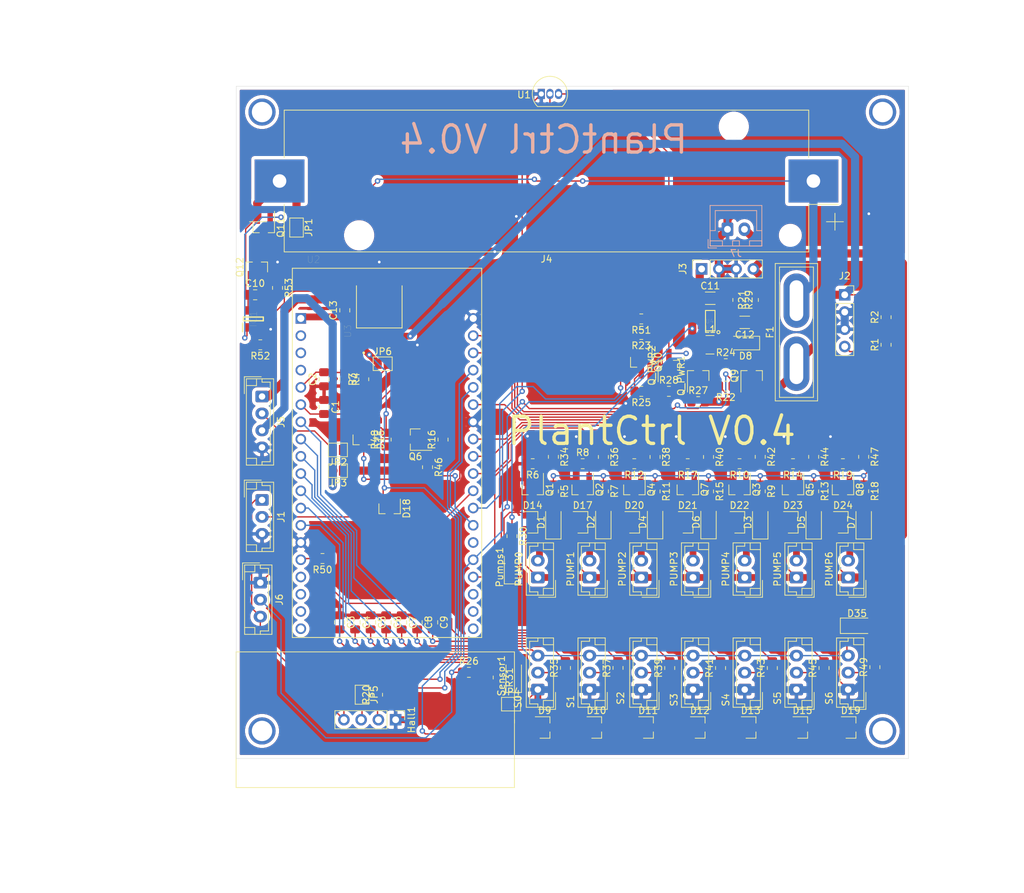
<source format=kicad_pcb>
(kicad_pcb (version 20171130) (host pcbnew 5.1.8)
  (layers (0 F.Cu signal) (31 B.Cu signal) (34 B.Paste user) (35 F.Paste user) (36 B.SilkS user) (37 F.SilkS user) (38 B.Mask user) (39 F.Mask user) (44 Edge.Cuts user))
  (net 0 "")
  (net 1 PLANT1_PUMP)
  (net 2 PLANT2_PUMP)
  (net 3 PLANT3_PUMP)
  (net 4 PLANT4_PUMP)
  (net 5 PLANT5_PUMP)
  (net 6 PLANT6_PUMP)
  (net 7 GND)
  (net 8 PLANT6_MOIST)
  (net 9 PLANT5_MOIST)
  (net 10 PLANT4_MOIST)
  (net 11 PLANT3_MOIST)
  (net 12 PLANT2_MOIST)
  (net 13 PLANT1_MOIST)
  (net 14 PLANT_CTRL_PUMP_0)
  (net 15 LIPO+)
  (net 16 SOLAR_IN)
  (net 17 PUMP_PWR)
  (net 18 PWR_PUMP_CONVERTER)
  (net 19 "Net-(J5-Pad3)")
  (net 20 3_3V)
  (net 21 Temp)
  (net 22 PLANT0_PUMP)
  (net 23 CUSTOM_GPIO)
  (net 24 PWR_SENSORS)
  (net 25 PLANT0_MOIST)
  (net 26 "Net-(C1-Pad2)")
  (net 27 "Net-(C2-Pad2)")
  (net 28 "Net-(R35-Pad1)")
  (net 29 PLANT_CTRL_PUMP_1)
  (net 30 "Net-(R37-Pad1)")
  (net 31 PLANT_CTRL_PUMP_2)
  (net 32 "Net-(R39-Pad1)")
  (net 33 PLANT_CTRL_PUMP_3)
  (net 34 "Net-(R41-Pad1)")
  (net 35 PLANT_CTRL_PUMP_4)
  (net 36 "Net-(R43-Pad1)")
  (net 37 PLANT_CTRL_PUMP_5)
  (net 38 "Net-(R45-Pad1)")
  (net 39 PLANT_CTRL_PUMP_6)
  (net 40 "Net-(R49-Pad1)")
  (net 41 PUMP_ENABLE)
  (net 42 SENSORS_ENABLE)
  (net 43 GND_BATT)
  (net 44 "Net-(C10-Pad2)")
  (net 45 VCC_BATT)
  (net 46 LIPO_OD)
  (net 47 LIPO_OC)
  (net 48 "Net-(Q11-Pad3)")
  (net 49 "Net-(D8-Pad2)")
  (net 50 "Net-(D18-Pad3)")
  (net 51 "Net-(Hall1-Pad3)")
  (net 52 "Net-(Hall1-Pad2)")
  (net 53 "Net-(IC1-Pad2)")
  (net 54 "Net-(JP3-Pad1)")
  (net 55 "Net-(JP4-Pad1)")
  (net 56 "Net-(JP5-Pad1)")
  (net 57 "Net-(R20-Pad2)")
  (net 58 "Net-(R21-Pad2)")
  (net 59 "Net-(D1-Pad2)")
  (net 60 "Net-(D2-Pad2)")
  (net 61 "Net-(D3-Pad2)")
  (net 62 "Net-(D4-Pad2)")
  (net 63 "Net-(D5-Pad2)")
  (net 64 "Net-(D6-Pad2)")
  (net 65 "Net-(D7-Pad2)")
  (net 66 "Net-(Pumps1-Pad2)")
  (net 67 "Net-(Q1-Pad1)")
  (net 68 "Net-(Q2-Pad1)")
  (net 69 "Net-(Q3-Pad1)")
  (net 70 "Net-(Q4-Pad1)")
  (net 71 "Net-(Q5-Pad1)")
  (net 72 "Net-(Q6-Pad1)")
  (net 73 "Net-(Q7-Pad1)")
  (net 74 "Net-(Q8-Pad1)")
  (net 75 "Net-(Q9-Pad3)")
  (net 76 "Net-(Q9-Pad1)")
  (net 77 "Net-(Q10-Pad3)")
  (net 78 "Net-(Q10-Pad1)")
  (net 79 "Net-(Q_PWR1-Pad1)")
  (net 80 "Net-(Q_PWR2-Pad1)")
  (net 81 "Net-(R31-Pad1)")
  (net 82 "Net-(J5-Pad2)")
  (module Jumper:SolderJumper-2_P1.3mm_Bridged_Pad1.0x1.5mm (layer F.Cu) (at 210.678 131.684)
    (fp_text reference JP4 (at 0 -1.8) (layer F.SilkS))
    (fp_text value SolderJumper_2_Open)
    (fp_poly (pts (xy -0.25 -0.3) (xy 0.25 -0.3) (xy 0.25 0.3) (xy -0.25 0.3)) (layer F.Cu) (width 0))
    (pad 2 smd rect (at 0.65 0) (size 1 1.5) (layers F.Cu F.Mask) (net 7 GND))
    (pad 1 smd rect (at -0.65 0) (size 1 1.5) (layers F.Cu F.Mask) (net 55 "Net-(JP4-Pad1)"))
  )
  (module Capacitor_SMD:C_0805_2012Metric_Pad1.18x1.45mm_HandSolder (layer F.Cu) (at 183.134 87.9055 270)
    (fp_text reference C1 (at 0 -1.68 90) (layer F.SilkS))
    (fp_text value 1u)
    (pad 2 smd roundrect (at 1.0375 0 270) (size 1.175 1.45) (layers F.Cu F.Paste F.Mask) (roundrect_rratio 0.212766) (net 26 "Net-(C1-Pad2)"))
    (pad 1 smd roundrect (at -1.0375 0 270) (size 1.175 1.45) (layers F.Cu F.Paste F.Mask) (roundrect_rratio 0.212766) (net 7 GND))
  )
  (module Connector_PinSocket_2.54mm:PinSocket_1x04_P2.54mm_Vertical (layer F.Cu) (at 259.842 71.374)
    (fp_text reference J2 (at 0 -2.77) (layer F.SilkS))
    (fp_text value Conn_01x04)
    (pad 4 thru_hole oval (at 0 7.62) (size 1.7 1.7) (drill 1) (layers *.Cu *.Mask) (net 16 SOLAR_IN))
    (pad 3 thru_hole oval (at 0 5.08) (size 1.7 1.7) (drill 1) (layers *.Cu *.Mask) (net 7 GND))
    (pad 2 thru_hole oval (at 0 2.54) (size 1.7 1.7) (drill 1) (layers *.Cu *.Mask) (net 7 GND))
    (pad 1 thru_hole rect (at 0 0) (size 1.7 1.7) (drill 1) (layers *.Cu *.Mask) (net 15 LIPO+))
  )
  (module ESP32:SR04M-2PinHeader_1x04_P2.54mm_Vertical (layer F.Cu) (at 193.675 133.985 270)
    (fp_text reference Hall1 (at 0 -2.33 90) (layer F.SilkS))
    (fp_text value Conn_01x04)
    (pad 4 thru_hole oval (at 0 7.62 270) (size 1.7 1.7) (drill 1) (layers *.Cu *.Mask) (net 24 PWR_SENSORS))
    (pad 3 thru_hole oval (at 0 5.08 270) (size 1.7 1.7) (drill 1) (layers *.Cu *.Mask) (net 51 "Net-(Hall1-Pad3)"))
    (pad 2 thru_hole oval (at 0 2.54 270) (size 1.7 1.7) (drill 1) (layers *.Cu *.Mask) (net 52 "Net-(Hall1-Pad2)"))
    (pad 1 thru_hole rect (at 0 0 270) (size 1.7 1.7) (drill 1) (layers *.Cu *.Mask) (net 7 GND))
  )
  (module ESP32:DPAK457P991X255-3N (layer F.Cu) (at 191.262 73.914 90)
    (fp_text reference U3 (at -2.825 -4.635 90) (layer F.SilkS) (effects (font (thickness 0.015))))
    (fp_text value LP38690DT-3.3)
    (pad 4 smd rect (at 2.32 0 90) (size 6.49 5.63) (layers F.Cu F.Mask) (net 7 GND))
    (pad 3 smd rect (at -4.45 2.285 90) (size 2.22 0.96) (layers F.Cu F.Paste F.Mask) (net 15 LIPO+))
    (pad 1 smd rect (at -4.45 -2.285 90) (size 2.22 0.96) (layers F.Cu F.Paste F.Mask) (net 20 3_3V))
  )
  (module LED_SMD:LED_1206_3216Metric_Pad1.42x1.75mm_HandSolder (layer F.Cu) (at 211.074 127.508 90)
    (fp_text reference Sensor1 (at 0 -1.82 90) (layer F.SilkS))
    (fp_text value LED)
    (pad 2 smd roundrect (at 1.4875 0 90) (size 1.425 1.75) (layers F.Cu F.Paste F.Mask) (roundrect_rratio 0.175439) (net 81 "Net-(R31-Pad1)"))
    (pad 1 smd roundrect (at -1.4875 0 90) (size 1.425 1.75) (layers F.Cu F.Paste F.Mask) (roundrect_rratio 0.175439) (net 55 "Net-(JP4-Pad1)"))
  )
  (module Resistor_SMD:R_0805_2012Metric_Pad1.20x1.40mm_HandSolder (layer F.Cu) (at 229.87 74.93 180)
    (fp_text reference R51 (at 0 -1.65) (layer F.SilkS))
    (fp_text value 1k)
    (pad 2 smd roundrect (at 1 0 180) (size 1.2 1.4) (layers F.Cu F.Paste F.Mask) (roundrect_rratio 0.208333) (net 42 SENSORS_ENABLE))
    (pad 1 smd roundrect (at -1 0 180) (size 1.2 1.4) (layers F.Cu F.Paste F.Mask) (roundrect_rratio 0.208333) (net 78 "Net-(Q10-Pad1)"))
  )
  (module Resistor_SMD:R_0805_2012Metric_Pad1.20x1.40mm_HandSolder (layer F.Cu) (at 182.896 110.236 180)
    (fp_text reference R50 (at 0 -1.65) (layer F.SilkS))
    (fp_text value 1k)
    (pad 2 smd roundrect (at 1 0 180) (size 1.2 1.4) (layers F.Cu F.Paste F.Mask) (roundrect_rratio 0.208333) (net 41 PUMP_ENABLE))
    (pad 1 smd roundrect (at -1 0 180) (size 1.2 1.4) (layers F.Cu F.Paste F.Mask) (roundrect_rratio 0.208333) (net 76 "Net-(Q9-Pad1)"))
  )
  (module Resistor_SMD:R_0805_2012Metric_Pad1.20x1.40mm_HandSolder (layer F.Cu) (at 264.287 126.238 90)
    (fp_text reference R49 (at 0 -1.65 90) (layer F.SilkS))
    (fp_text value 1k)
    (pad 2 smd roundrect (at 1 0 90) (size 1.2 1.4) (layers F.Cu F.Paste F.Mask) (roundrect_rratio 0.208333) (net 8 PLANT6_MOIST))
    (pad 1 smd roundrect (at -1 0 90) (size 1.2 1.4) (layers F.Cu F.Paste F.Mask) (roundrect_rratio 0.208333) (net 40 "Net-(R49-Pad1)"))
  )
  (module Resistor_SMD:R_0805_2012Metric_Pad1.20x1.40mm_HandSolder (layer F.Cu) (at 192.278 92.71 90)
    (fp_text reference R48 (at 0 -1.65 90) (layer F.SilkS))
    (fp_text value 10k)
    (pad 2 smd roundrect (at 1 0 90) (size 1.2 1.4) (layers F.Cu F.Paste F.Mask) (roundrect_rratio 0.208333) (net 20 3_3V))
    (pad 1 smd roundrect (at -1 0 90) (size 1.2 1.4) (layers F.Cu F.Paste F.Mask) (roundrect_rratio 0.208333) (net 54 "Net-(JP3-Pad1)"))
  )
  (module Resistor_SMD:R_0805_2012Metric_Pad1.20x1.40mm_HandSolder (layer F.Cu) (at 262.636 95.25 270)
    (fp_text reference R47 (at 0 -1.65 90) (layer F.SilkS))
    (fp_text value 1k)
    (pad 2 smd roundrect (at 1 0 270) (size 1.2 1.4) (layers F.Cu F.Paste F.Mask) (roundrect_rratio 0.208333) (net 74 "Net-(Q8-Pad1)"))
    (pad 1 smd roundrect (at -1 0 270) (size 1.2 1.4) (layers F.Cu F.Paste F.Mask) (roundrect_rratio 0.208333) (net 39 PLANT_CTRL_PUMP_6))
  )
  (module Resistor_SMD:R_0805_2012Metric_Pad1.20x1.40mm_HandSolder (layer F.Cu) (at 198.374 96.774 270)
    (fp_text reference R46 (at 0 -1.65 90) (layer F.SilkS))
    (fp_text value 1k)
    (pad 2 smd roundrect (at 1 0 270) (size 1.2 1.4) (layers F.Cu F.Paste F.Mask) (roundrect_rratio 0.208333) (net 23 CUSTOM_GPIO))
    (pad 1 smd roundrect (at -1 0 270) (size 1.2 1.4) (layers F.Cu F.Paste F.Mask) (roundrect_rratio 0.208333) (net 72 "Net-(Q6-Pad1)"))
  )
  (module Resistor_SMD:R_0805_2012Metric_Pad1.20x1.40mm_HandSolder (layer F.Cu) (at 256.794 126.365 90)
    (fp_text reference R45 (at 0 -1.65 90) (layer F.SilkS))
    (fp_text value 1k)
    (pad 2 smd roundrect (at 1 0 90) (size 1.2 1.4) (layers F.Cu F.Paste F.Mask) (roundrect_rratio 0.208333) (net 9 PLANT5_MOIST))
    (pad 1 smd roundrect (at -1 0 90) (size 1.2 1.4) (layers F.Cu F.Paste F.Mask) (roundrect_rratio 0.208333) (net 38 "Net-(R45-Pad1)"))
  )
  (module Resistor_SMD:R_0805_2012Metric_Pad1.20x1.40mm_HandSolder (layer F.Cu) (at 255.27 95.25 270)
    (fp_text reference R44 (at 0 -1.65 90) (layer F.SilkS))
    (fp_text value 1k)
    (pad 2 smd roundrect (at 1 0 270) (size 1.2 1.4) (layers F.Cu F.Paste F.Mask) (roundrect_rratio 0.208333) (net 71 "Net-(Q5-Pad1)"))
    (pad 1 smd roundrect (at -1 0 270) (size 1.2 1.4) (layers F.Cu F.Paste F.Mask) (roundrect_rratio 0.208333) (net 37 PLANT_CTRL_PUMP_5))
  )
  (module Resistor_SMD:R_0805_2012Metric_Pad1.20x1.40mm_HandSolder (layer F.Cu) (at 249.174 126.365 90)
    (fp_text reference R43 (at 0 -1.65 90) (layer F.SilkS))
    (fp_text value 1k)
    (pad 2 smd roundrect (at 1 0 90) (size 1.2 1.4) (layers F.Cu F.Paste F.Mask) (roundrect_rratio 0.208333) (net 10 PLANT4_MOIST))
    (pad 1 smd roundrect (at -1 0 90) (size 1.2 1.4) (layers F.Cu F.Paste F.Mask) (roundrect_rratio 0.208333) (net 36 "Net-(R43-Pad1)"))
  )
  (module Resistor_SMD:R_0805_2012Metric_Pad1.20x1.40mm_HandSolder (layer F.Cu) (at 247.396 95.25 270)
    (fp_text reference R42 (at 0 -1.65 90) (layer F.SilkS))
    (fp_text value 1k)
    (pad 2 smd roundrect (at 1 0 270) (size 1.2 1.4) (layers F.Cu F.Paste F.Mask) (roundrect_rratio 0.208333) (net 69 "Net-(Q3-Pad1)"))
    (pad 1 smd roundrect (at -1 0 270) (size 1.2 1.4) (layers F.Cu F.Paste F.Mask) (roundrect_rratio 0.208333) (net 35 PLANT_CTRL_PUMP_4))
  )
  (module Resistor_SMD:R_0805_2012Metric_Pad1.20x1.40mm_HandSolder (layer F.Cu) (at 241.554 126.365 90)
    (fp_text reference R41 (at 0 -1.65 90) (layer F.SilkS))
    (fp_text value 1k)
    (pad 2 smd roundrect (at 1 0 90) (size 1.2 1.4) (layers F.Cu F.Paste F.Mask) (roundrect_rratio 0.208333) (net 11 PLANT3_MOIST))
    (pad 1 smd roundrect (at -1 0 90) (size 1.2 1.4) (layers F.Cu F.Paste F.Mask) (roundrect_rratio 0.208333) (net 34 "Net-(R41-Pad1)"))
  )
  (module Resistor_SMD:R_0805_2012Metric_Pad1.20x1.40mm_HandSolder (layer F.Cu) (at 239.776 95.266 270)
    (fp_text reference R40 (at 0 -1.65 90) (layer F.SilkS))
    (fp_text value 1k)
    (pad 2 smd roundrect (at 1 0 270) (size 1.2 1.4) (layers F.Cu F.Paste F.Mask) (roundrect_rratio 0.208333) (net 73 "Net-(Q7-Pad1)"))
    (pad 1 smd roundrect (at -1 0 270) (size 1.2 1.4) (layers F.Cu F.Paste F.Mask) (roundrect_rratio 0.208333) (net 33 PLANT_CTRL_PUMP_3))
  )
  (module Resistor_SMD:R_0805_2012Metric_Pad1.20x1.40mm_HandSolder (layer F.Cu) (at 234.061 126.365 90)
    (fp_text reference R39 (at 0 -1.65 90) (layer F.SilkS))
    (fp_text value 1k)
    (pad 2 smd roundrect (at 1 0 90) (size 1.2 1.4) (layers F.Cu F.Paste F.Mask) (roundrect_rratio 0.208333) (net 12 PLANT2_MOIST))
    (pad 1 smd roundrect (at -1 0 90) (size 1.2 1.4) (layers F.Cu F.Paste F.Mask) (roundrect_rratio 0.208333) (net 32 "Net-(R39-Pad1)"))
  )
  (module Resistor_SMD:R_0805_2012Metric_Pad1.20x1.40mm_HandSolder (layer F.Cu) (at 231.902 95.266 270)
    (fp_text reference R38 (at 0 -1.65 90) (layer F.SilkS))
    (fp_text value 1k)
    (pad 2 smd roundrect (at 1 0 270) (size 1.2 1.4) (layers F.Cu F.Paste F.Mask) (roundrect_rratio 0.208333) (net 70 "Net-(Q4-Pad1)"))
    (pad 1 smd roundrect (at -1 0 270) (size 1.2 1.4) (layers F.Cu F.Paste F.Mask) (roundrect_rratio 0.208333) (net 31 PLANT_CTRL_PUMP_2))
  )
  (module Resistor_SMD:R_0805_2012Metric_Pad1.20x1.40mm_HandSolder (layer F.Cu) (at 226.441 126.349 90)
    (fp_text reference R37 (at 0 -1.65 90) (layer F.SilkS))
    (fp_text value 10k)
    (pad 2 smd roundrect (at 1 0 90) (size 1.2 1.4) (layers F.Cu F.Paste F.Mask) (roundrect_rratio 0.208333) (net 13 PLANT1_MOIST))
    (pad 1 smd roundrect (at -1 0 90) (size 1.2 1.4) (layers F.Cu F.Paste F.Mask) (roundrect_rratio 0.208333) (net 30 "Net-(R37-Pad1)"))
  )
  (module Resistor_SMD:R_0805_2012Metric_Pad1.20x1.40mm_HandSolder (layer F.Cu) (at 224.282 95.266 270)
    (fp_text reference R36 (at 0 -1.65 90) (layer F.SilkS))
    (fp_text value 1k)
    (pad 2 smd roundrect (at 1 0 270) (size 1.2 1.4) (layers F.Cu F.Paste F.Mask) (roundrect_rratio 0.208333) (net 68 "Net-(Q2-Pad1)"))
    (pad 1 smd roundrect (at -1 0 270) (size 1.2 1.4) (layers F.Cu F.Paste F.Mask) (roundrect_rratio 0.208333) (net 29 PLANT_CTRL_PUMP_1))
  )
  (module Resistor_SMD:R_0805_2012Metric_Pad1.20x1.40mm_HandSolder (layer F.Cu) (at 218.694 126.349 90)
    (fp_text reference R35 (at 0 -1.65 90) (layer F.SilkS))
    (fp_text value 10k)
    (pad 2 smd roundrect (at 1 0 90) (size 1.2 1.4) (layers F.Cu F.Paste F.Mask) (roundrect_rratio 0.208333) (net 25 PLANT0_MOIST))
    (pad 1 smd roundrect (at -1 0 90) (size 1.2 1.4) (layers F.Cu F.Paste F.Mask) (roundrect_rratio 0.208333) (net 28 "Net-(R35-Pad1)"))
  )
  (module Resistor_SMD:R_0805_2012Metric_Pad1.20x1.40mm_HandSolder (layer F.Cu) (at 216.916 95.25 270)
    (fp_text reference R34 (at 0 -1.65 90) (layer F.SilkS))
    (fp_text value 1k)
    (pad 2 smd roundrect (at 1 0 270) (size 1.2 1.4) (layers F.Cu F.Paste F.Mask) (roundrect_rratio 0.208333) (net 67 "Net-(Q1-Pad1)"))
    (pad 1 smd roundrect (at -1 0 270) (size 1.2 1.4) (layers F.Cu F.Paste F.Mask) (roundrect_rratio 0.208333) (net 14 PLANT_CTRL_PUMP_0))
  )
  (module Resistor_SMD:R_0805_2012Metric_Pad1.20x1.40mm_HandSolder (layer F.Cu) (at 208.788 127.762 270)
    (fp_text reference R31 (at 0 -1.65 90) (layer F.SilkS))
    (fp_text value 255)
    (pad 2 smd roundrect (at 1 0 270) (size 1.2 1.4) (layers F.Cu F.Paste F.Mask) (roundrect_rratio 0.208333) (net 24 PWR_SENSORS))
    (pad 1 smd roundrect (at -1 0 270) (size 1.2 1.4) (layers F.Cu F.Paste F.Mask) (roundrect_rratio 0.208333) (net 81 "Net-(R31-Pad1)"))
  )
  (module Resistor_SMD:R_0805_2012Metric_Pad1.20x1.40mm_HandSolder (layer F.Cu) (at 210.82 106.934 270)
    (fp_text reference R30 (at 0 -1.65 90) (layer F.SilkS))
    (fp_text value 255)
    (pad 2 smd roundrect (at 1 0 270) (size 1.2 1.4) (layers F.Cu F.Paste F.Mask) (roundrect_rratio 0.208333) (net 66 "Net-(Pumps1-Pad2)"))
    (pad 1 smd roundrect (at -1 0 270) (size 1.2 1.4) (layers F.Cu F.Paste F.Mask) (roundrect_rratio 0.208333) (net 18 PWR_PUMP_CONVERTER))
  )
  (module Resistor_SMD:R_0805_2012Metric_Pad1.20x1.40mm_HandSolder (layer F.Cu) (at 233.934 85.598)
    (fp_text reference R28 (at 0 -1.65) (layer F.SilkS))
    (fp_text value 10k)
    (pad 2 smd roundrect (at 1 0) (size 1.2 1.4) (layers F.Cu F.Paste F.Mask) (roundrect_rratio 0.208333) (net 15 LIPO+))
    (pad 1 smd roundrect (at -1 0) (size 1.2 1.4) (layers F.Cu F.Paste F.Mask) (roundrect_rratio 0.208333) (net 80 "Net-(Q_PWR2-Pad1)"))
  )
  (module Resistor_SMD:R_0805_2012Metric_Pad1.20x1.40mm_HandSolder (layer F.Cu) (at 238.252 87.122)
    (fp_text reference R27 (at 0 -1.65) (layer F.SilkS))
    (fp_text value 10k)
    (pad 2 smd roundrect (at 1 0) (size 1.2 1.4) (layers F.Cu F.Paste F.Mask) (roundrect_rratio 0.208333) (net 15 LIPO+))
    (pad 1 smd roundrect (at -1 0) (size 1.2 1.4) (layers F.Cu F.Paste F.Mask) (roundrect_rratio 0.208333) (net 79 "Net-(Q_PWR1-Pad1)"))
  )
  (module Resistor_SMD:R_0805_2012Metric_Pad1.20x1.40mm_HandSolder (layer F.Cu) (at 204.47 127)
    (fp_text reference R26 (at 0 -1.65) (layer F.SilkS))
    (fp_text value 4k7)
    (pad 2 smd roundrect (at 1 0) (size 1.2 1.4) (layers F.Cu F.Paste F.Mask) (roundrect_rratio 0.208333) (net 24 PWR_SENSORS))
    (pad 1 smd roundrect (at -1 0) (size 1.2 1.4) (layers F.Cu F.Paste F.Mask) (roundrect_rratio 0.208333) (net 21 Temp))
  )
  (module Resistor_SMD:R_0805_2012Metric_Pad1.20x1.40mm_HandSolder (layer F.Cu) (at 229.87 85.598 180)
    (fp_text reference R25 (at 0 -1.65) (layer F.SilkS))
    (fp_text value 10k)
    (pad 2 smd roundrect (at 1 0 180) (size 1.2 1.4) (layers F.Cu F.Paste F.Mask) (roundrect_rratio 0.208333) (net 77 "Net-(Q10-Pad3)"))
    (pad 1 smd roundrect (at -1 0 180) (size 1.2 1.4) (layers F.Cu F.Paste F.Mask) (roundrect_rratio 0.208333) (net 80 "Net-(Q_PWR2-Pad1)"))
  )
  (module Resistor_SMD:R_0805_2012Metric_Pad1.20x1.40mm_HandSolder (layer F.Cu) (at 242.316 81.534)
    (fp_text reference R24 (at 0 -1.65) (layer F.SilkS))
    (fp_text value 10k)
    (pad 2 smd roundrect (at 1 0) (size 1.2 1.4) (layers F.Cu F.Paste F.Mask) (roundrect_rratio 0.208333) (net 75 "Net-(Q9-Pad3)"))
    (pad 1 smd roundrect (at -1 0) (size 1.2 1.4) (layers F.Cu F.Paste F.Mask) (roundrect_rratio 0.208333) (net 79 "Net-(Q_PWR1-Pad1)"))
  )
  (module Resistor_SMD:R_0805_2012Metric_Pad1.20x1.40mm_HandSolder (layer F.Cu) (at 229.87 77.216 180)
    (fp_text reference R23 (at 0 -1.65) (layer F.SilkS))
    (fp_text value 10k)
    (pad 2 smd roundrect (at 1 0 180) (size 1.2 1.4) (layers F.Cu F.Paste F.Mask) (roundrect_rratio 0.208333) (net 7 GND))
    (pad 1 smd roundrect (at -1 0 180) (size 1.2 1.4) (layers F.Cu F.Paste F.Mask) (roundrect_rratio 0.208333) (net 78 "Net-(Q10-Pad1)"))
  )
  (module Resistor_SMD:R_0805_2012Metric_Pad1.20x1.40mm_HandSolder (layer F.Cu) (at 242.316 84.836 180)
    (fp_text reference R22 (at 0 -1.65) (layer F.SilkS))
    (fp_text value 10k)
    (pad 2 smd roundrect (at 1 0 180) (size 1.2 1.4) (layers F.Cu F.Paste F.Mask) (roundrect_rratio 0.208333) (net 7 GND))
    (pad 1 smd roundrect (at -1 0 180) (size 1.2 1.4) (layers F.Cu F.Paste F.Mask) (roundrect_rratio 0.208333) (net 76 "Net-(Q9-Pad1)"))
  )
  (module Resistor_SMD:R_0805_2012Metric_Pad1.20x1.40mm_HandSolder (layer F.Cu) (at 259.572 96.266 180)
    (fp_text reference R19 (at 0 -1.65) (layer F.SilkS))
    (fp_text value 10k)
    (pad 2 smd roundrect (at 1 0 180) (size 1.2 1.4) (layers F.Cu F.Paste F.Mask) (roundrect_rratio 0.208333) (net 7 GND))
    (pad 1 smd roundrect (at -1 0 180) (size 1.2 1.4) (layers F.Cu F.Paste F.Mask) (roundrect_rratio 0.208333) (net 74 "Net-(Q8-Pad1)"))
  )
  (module Resistor_SMD:R_0805_2012Metric_Pad1.20x1.40mm_HandSolder (layer F.Cu) (at 262.636 100.314 270)
    (fp_text reference R18 (at 0 -1.65 90) (layer F.SilkS))
    (fp_text value 255)
    (pad 2 smd roundrect (at 1 0 270) (size 1.2 1.4) (layers F.Cu F.Paste F.Mask) (roundrect_rratio 0.208333) (net 65 "Net-(D7-Pad2)"))
    (pad 1 smd roundrect (at -1 0 270) (size 1.2 1.4) (layers F.Cu F.Paste F.Mask) (roundrect_rratio 0.208333) (net 15 LIPO+))
  )
  (module Resistor_SMD:R_0805_2012Metric_Pad1.20x1.40mm_HandSolder (layer F.Cu) (at 236.712 96.266 180)
    (fp_text reference R17 (at 0 -1.65) (layer F.SilkS))
    (fp_text value 47k)
    (pad 2 smd roundrect (at 1 0 180) (size 1.2 1.4) (layers F.Cu F.Paste F.Mask) (roundrect_rratio 0.208333) (net 7 GND))
    (pad 1 smd roundrect (at -1 0 180) (size 1.2 1.4) (layers F.Cu F.Paste F.Mask) (roundrect_rratio 0.208333) (net 73 "Net-(Q7-Pad1)"))
  )
  (module Resistor_SMD:R_0805_2012Metric_Pad1.20x1.40mm_HandSolder (layer F.Cu) (at 200.66 92.71 90)
    (fp_text reference R16 (at 0 -1.65 90) (layer F.SilkS))
    (fp_text value 10k)
    (pad 2 smd roundrect (at 1 0 90) (size 1.2 1.4) (layers F.Cu F.Paste F.Mask) (roundrect_rratio 0.208333) (net 7 GND))
    (pad 1 smd roundrect (at -1 0 90) (size 1.2 1.4) (layers F.Cu F.Paste F.Mask) (roundrect_rratio 0.208333) (net 72 "Net-(Q6-Pad1)"))
  )
  (module Resistor_SMD:R_0805_2012Metric_Pad1.20x1.40mm_HandSolder (layer F.Cu) (at 239.776 100.346 270)
    (fp_text reference R15 (at 0 -1.65 90) (layer F.SilkS))
    (fp_text value 255)
    (pad 2 smd roundrect (at 1 0 270) (size 1.2 1.4) (layers F.Cu F.Paste F.Mask) (roundrect_rratio 0.208333) (net 64 "Net-(D6-Pad2)"))
    (pad 1 smd roundrect (at -1 0 270) (size 1.2 1.4) (layers F.Cu F.Paste F.Mask) (roundrect_rratio 0.208333) (net 15 LIPO+))
  )
  (module Resistor_SMD:R_0805_2012Metric_Pad1.20x1.40mm_HandSolder (layer F.Cu) (at 252.222 96.266 180)
    (fp_text reference R14 (at 0 -1.65) (layer F.SilkS))
    (fp_text value 10k)
    (pad 2 smd roundrect (at 1 0 180) (size 1.2 1.4) (layers F.Cu F.Paste F.Mask) (roundrect_rratio 0.208333) (net 7 GND))
    (pad 1 smd roundrect (at -1 0 180) (size 1.2 1.4) (layers F.Cu F.Paste F.Mask) (roundrect_rratio 0.208333) (net 71 "Net-(Q5-Pad1)"))
  )
  (module Resistor_SMD:R_0805_2012Metric_Pad1.20x1.40mm_HandSolder (layer F.Cu) (at 255.27 100.33 270)
    (fp_text reference R13 (at 0 -1.65 90) (layer F.SilkS))
    (fp_text value 255)
    (pad 2 smd roundrect (at 1 0 270) (size 1.2 1.4) (layers F.Cu F.Paste F.Mask) (roundrect_rratio 0.208333) (net 63 "Net-(D5-Pad2)"))
    (pad 1 smd roundrect (at -1 0 270) (size 1.2 1.4) (layers F.Cu F.Paste F.Mask) (roundrect_rratio 0.208333) (net 15 LIPO+))
  )
  (module Resistor_SMD:R_0805_2012Metric_Pad1.20x1.40mm_HandSolder (layer F.Cu) (at 228.838 96.266 180)
    (fp_text reference R12 (at 0 -1.65) (layer F.SilkS))
    (fp_text value 10k)
    (pad 2 smd roundrect (at 1 0 180) (size 1.2 1.4) (layers F.Cu F.Paste F.Mask) (roundrect_rratio 0.208333) (net 7 GND))
    (pad 1 smd roundrect (at -1 0 180) (size 1.2 1.4) (layers F.Cu F.Paste F.Mask) (roundrect_rratio 0.208333) (net 70 "Net-(Q4-Pad1)"))
  )
  (module Resistor_SMD:R_0805_2012Metric_Pad1.20x1.40mm_HandSolder (layer F.Cu) (at 231.902 100.346 270)
    (fp_text reference R11 (at 0 -1.65 90) (layer F.SilkS))
    (fp_text value 255)
    (pad 2 smd roundrect (at 1 0 270) (size 1.2 1.4) (layers F.Cu F.Paste F.Mask) (roundrect_rratio 0.208333) (net 62 "Net-(D4-Pad2)"))
    (pad 1 smd roundrect (at -1 0 270) (size 1.2 1.4) (layers F.Cu F.Paste F.Mask) (roundrect_rratio 0.208333) (net 15 LIPO+))
  )
  (module Resistor_SMD:R_0805_2012Metric_Pad1.20x1.40mm_HandSolder (layer F.Cu) (at 244.348 96.266 180)
    (fp_text reference R10 (at 0 -1.65) (layer F.SilkS))
    (fp_text value 47k)
    (pad 2 smd roundrect (at 1 0 180) (size 1.2 1.4) (layers F.Cu F.Paste F.Mask) (roundrect_rratio 0.208333) (net 7 GND))
    (pad 1 smd roundrect (at -1 0 180) (size 1.2 1.4) (layers F.Cu F.Paste F.Mask) (roundrect_rratio 0.208333) (net 69 "Net-(Q3-Pad1)"))
  )
  (module Resistor_SMD:R_0805_2012Metric_Pad1.20x1.40mm_HandSolder (layer F.Cu) (at 247.396 100.33 270)
    (fp_text reference R9 (at 0 -1.65 90) (layer F.SilkS))
    (fp_text value 255)
    (pad 2 smd roundrect (at 1 0 270) (size 1.2 1.4) (layers F.Cu F.Paste F.Mask) (roundrect_rratio 0.208333) (net 61 "Net-(D3-Pad2)"))
    (pad 1 smd roundrect (at -1 0 270) (size 1.2 1.4) (layers F.Cu F.Paste F.Mask) (roundrect_rratio 0.208333) (net 15 LIPO+))
  )
  (module Resistor_SMD:R_0805_2012Metric_Pad1.20x1.40mm_HandSolder (layer F.Cu) (at 221.234 96.266)
    (fp_text reference R8 (at 0 -1.65) (layer F.SilkS))
    (fp_text value 10k)
    (pad 2 smd roundrect (at 1 0) (size 1.2 1.4) (layers F.Cu F.Paste F.Mask) (roundrect_rratio 0.208333) (net 68 "Net-(Q2-Pad1)"))
    (pad 1 smd roundrect (at -1 0) (size 1.2 1.4) (layers F.Cu F.Paste F.Mask) (roundrect_rratio 0.208333) (net 7 GND))
  )
  (module Resistor_SMD:R_0805_2012Metric_Pad1.20x1.40mm_HandSolder (layer F.Cu) (at 224.282 100.33 270)
    (fp_text reference R7 (at 0 -1.65 90) (layer F.SilkS))
    (fp_text value 255)
    (pad 2 smd roundrect (at 1 0 270) (size 1.2 1.4) (layers F.Cu F.Paste F.Mask) (roundrect_rratio 0.208333) (net 60 "Net-(D2-Pad2)"))
    (pad 1 smd roundrect (at -1 0 270) (size 1.2 1.4) (layers F.Cu F.Paste F.Mask) (roundrect_rratio 0.208333) (net 15 LIPO+))
  )
  (module Resistor_SMD:R_0805_2012Metric_Pad1.20x1.40mm_HandSolder (layer F.Cu) (at 213.868 96.266 180)
    (fp_text reference R6 (at 0 -1.65) (layer F.SilkS))
    (fp_text value 10k)
    (pad 2 smd roundrect (at 1 0 180) (size 1.2 1.4) (layers F.Cu F.Paste F.Mask) (roundrect_rratio 0.208333) (net 7 GND))
    (pad 1 smd roundrect (at -1 0 180) (size 1.2 1.4) (layers F.Cu F.Paste F.Mask) (roundrect_rratio 0.208333) (net 67 "Net-(Q1-Pad1)"))
  )
  (module Resistor_SMD:R_0805_2012Metric_Pad1.20x1.40mm_HandSolder (layer F.Cu) (at 216.916 100.33 270)
    (fp_text reference R5 (at 0 -1.65 90) (layer F.SilkS))
    (fp_text value 255)
    (pad 2 smd roundrect (at 1 0 270) (size 1.2 1.4) (layers F.Cu F.Paste F.Mask) (roundrect_rratio 0.208333) (net 59 "Net-(D1-Pad2)"))
    (pad 1 smd roundrect (at -1 0 270) (size 1.2 1.4) (layers F.Cu F.Paste F.Mask) (roundrect_rratio 0.208333) (net 15 LIPO+))
  )
  (module Resistor_SMD:R_0805_2012Metric_Pad1.20x1.40mm_HandSolder (layer F.Cu) (at 186.182 83.82 270)
    (fp_text reference R4 (at 0 -1.65 90) (layer F.SilkS))
    (fp_text value 47k8)
    (pad 2 smd roundrect (at 1 0 270) (size 1.2 1.4) (layers F.Cu F.Paste F.Mask) (roundrect_rratio 0.208333) (net 7 GND))
    (pad 1 smd roundrect (at -1 0 270) (size 1.2 1.4) (layers F.Cu F.Paste F.Mask) (roundrect_rratio 0.208333) (net 27 "Net-(C2-Pad2)"))
  )
  (module Resistor_SMD:R_0805_2012Metric_Pad1.20x1.40mm_HandSolder (layer F.Cu) (at 188.976 83.82 90)
    (fp_text reference R3 (at 0 -1.65 90) (layer F.SilkS))
    (fp_text value 33k)
    (pad 2 smd roundrect (at 1 0 90) (size 1.2 1.4) (layers F.Cu F.Paste F.Mask) (roundrect_rratio 0.208333) (net 27 "Net-(C2-Pad2)"))
    (pad 1 smd roundrect (at -1 0 90) (size 1.2 1.4) (layers F.Cu F.Paste F.Mask) (roundrect_rratio 0.208333) (net 15 LIPO+))
  )
  (module Resistor_SMD:R_0805_2012Metric_Pad1.20x1.40mm_HandSolder (layer F.Cu) (at 265.938 74.676 90)
    (fp_text reference R2 (at 0 -1.65 90) (layer F.SilkS))
    (fp_text value 33k)
    (pad 2 smd roundrect (at 1 0 90) (size 1.2 1.4) (layers F.Cu F.Paste F.Mask) (roundrect_rratio 0.208333) (net 7 GND))
    (pad 1 smd roundrect (at -1 0 90) (size 1.2 1.4) (layers F.Cu F.Paste F.Mask) (roundrect_rratio 0.208333) (net 26 "Net-(C1-Pad2)"))
  )
  (module Resistor_SMD:R_0805_2012Metric_Pad1.20x1.40mm_HandSolder (layer F.Cu) (at 265.938 78.74 90)
    (fp_text reference R1 (at 0 -1.65 90) (layer F.SilkS))
    (fp_text value 100k)
    (pad 2 smd roundrect (at 1 0 90) (size 1.2 1.4) (layers F.Cu F.Paste F.Mask) (roundrect_rratio 0.208333) (net 26 "Net-(C1-Pad2)"))
    (pad 1 smd roundrect (at -1 0 90) (size 1.2 1.4) (layers F.Cu F.Paste F.Mask) (roundrect_rratio 0.208333) (net 16 SOLAR_IN))
  )
  (module Package_TO_SOT_SMD:SOT-23_Handsoldering (layer F.Cu) (at 233.934 81.788 90)
    (fp_text reference Q_PWR2 (at 0 -2.5 90) (layer F.SilkS))
    (fp_text value BSS84)
    (pad 3 smd rect (at 1.5 0 90) (size 1.9 0.8) (layers F.Cu F.Paste F.Mask) (net 24 PWR_SENSORS))
    (pad 2 smd rect (at -1.5 0.95 90) (size 1.9 0.8) (layers F.Cu F.Paste F.Mask) (net 15 LIPO+))
    (pad 1 smd rect (at -1.5 -0.95 90) (size 1.9 0.8) (layers F.Cu F.Paste F.Mask) (net 80 "Net-(Q_PWR2-Pad1)"))
  )
  (module Package_TO_SOT_SMD:SOT-23_Handsoldering (layer F.Cu) (at 238.252 83.312 90)
    (fp_text reference Q_PWR1 (at 0 -2.5 90) (layer F.SilkS))
    (fp_text value BSS84)
    (pad 3 smd rect (at 1.5 0 90) (size 1.9 0.8) (layers F.Cu F.Paste F.Mask) (net 18 PWR_PUMP_CONVERTER))
    (pad 2 smd rect (at -1.5 0.95 90) (size 1.9 0.8) (layers F.Cu F.Paste F.Mask) (net 15 LIPO+))
    (pad 1 smd rect (at -1.5 -0.95 90) (size 1.9 0.8) (layers F.Cu F.Paste F.Mask) (net 79 "Net-(Q_PWR1-Pad1)"))
  )
  (module Package_TO_SOT_SMD:SOT-23_Handsoldering (layer F.Cu) (at 229.87 81.28 270)
    (fp_text reference Q10 (at 0 -2.5 90) (layer F.SilkS))
    (fp_text value SL2300)
    (pad 3 smd rect (at 1.5 0 270) (size 1.9 0.8) (layers F.Cu F.Paste F.Mask) (net 77 "Net-(Q10-Pad3)"))
    (pad 2 smd rect (at -1.5 0.95 270) (size 1.9 0.8) (layers F.Cu F.Paste F.Mask) (net 7 GND))
    (pad 1 smd rect (at -1.5 -0.95 270) (size 1.9 0.8) (layers F.Cu F.Paste F.Mask) (net 78 "Net-(Q10-Pad1)"))
  )
  (module Package_TO_SOT_SMD:SOT-23_Handsoldering (layer F.Cu) (at 246.126 83.312 90)
    (fp_text reference Q9 (at 0 -2.5 90) (layer F.SilkS))
    (fp_text value SL2300)
    (pad 3 smd rect (at 1.5 0 90) (size 1.9 0.8) (layers F.Cu F.Paste F.Mask) (net 75 "Net-(Q9-Pad3)"))
    (pad 2 smd rect (at -1.5 0.95 90) (size 1.9 0.8) (layers F.Cu F.Paste F.Mask) (net 7 GND))
    (pad 1 smd rect (at -1.5 -0.95 90) (size 1.9 0.8) (layers F.Cu F.Paste F.Mask) (net 76 "Net-(Q9-Pad1)"))
  )
  (module Package_TO_SOT_SMD:SOT-23_Handsoldering (layer F.Cu) (at 259.588 100.076 270)
    (fp_text reference Q8 (at 0 -2.5 90) (layer F.SilkS))
    (fp_text value SL2300)
    (pad 3 smd rect (at 1.5 0 270) (size 1.9 0.8) (layers F.Cu F.Paste F.Mask) (net 6 PLANT6_PUMP))
    (pad 2 smd rect (at -1.5 0.95 270) (size 1.9 0.8) (layers F.Cu F.Paste F.Mask) (net 7 GND))
    (pad 1 smd rect (at -1.5 -0.95 270) (size 1.9 0.8) (layers F.Cu F.Paste F.Mask) (net 74 "Net-(Q8-Pad1)"))
  )
  (module Package_TO_SOT_SMD:SOT-23_Handsoldering (layer F.Cu) (at 236.728 100.076 270)
    (fp_text reference Q7 (at 0 -2.5 90) (layer F.SilkS))
    (fp_text value SL2300)
    (pad 3 smd rect (at 1.5 0 270) (size 1.9 0.8) (layers F.Cu F.Paste F.Mask) (net 3 PLANT3_PUMP))
    (pad 2 smd rect (at -1.5 0.95 270) (size 1.9 0.8) (layers F.Cu F.Paste F.Mask) (net 7 GND))
    (pad 1 smd rect (at -1.5 -0.95 270) (size 1.9 0.8) (layers F.Cu F.Paste F.Mask) (net 73 "Net-(Q7-Pad1)"))
  )
  (module Package_TO_SOT_SMD:SOT-23_Handsoldering (layer F.Cu) (at 196.596 92.71 180)
    (fp_text reference Q6 (at 0 -2.5) (layer F.SilkS))
    (fp_text value SL2300)
    (pad 3 smd rect (at 1.5 0 180) (size 1.9 0.8) (layers F.Cu F.Paste F.Mask) (net 54 "Net-(JP3-Pad1)"))
    (pad 2 smd rect (at -1.5 0.95 180) (size 1.9 0.8) (layers F.Cu F.Paste F.Mask) (net 7 GND))
    (pad 1 smd rect (at -1.5 -0.95 180) (size 1.9 0.8) (layers F.Cu F.Paste F.Mask) (net 72 "Net-(Q6-Pad1)"))
  )
  (module Package_TO_SOT_SMD:SOT-23_Handsoldering (layer F.Cu) (at 252.222 100.076 270)
    (fp_text reference Q5 (at 0 -2.5 90) (layer F.SilkS))
    (fp_text value SL2300)
    (pad 3 smd rect (at 1.5 0 270) (size 1.9 0.8) (layers F.Cu F.Paste F.Mask) (net 5 PLANT5_PUMP))
    (pad 2 smd rect (at -1.5 0.95 270) (size 1.9 0.8) (layers F.Cu F.Paste F.Mask) (net 7 GND))
    (pad 1 smd rect (at -1.5 -0.95 270) (size 1.9 0.8) (layers F.Cu F.Paste F.Mask) (net 71 "Net-(Q5-Pad1)"))
  )
  (module Package_TO_SOT_SMD:SOT-23_Handsoldering (layer F.Cu) (at 228.854 100.076 270)
    (fp_text reference Q4 (at 0 -2.5 90) (layer F.SilkS))
    (fp_text value SL2300)
    (pad 3 smd rect (at 1.5 0 270) (size 1.9 0.8) (layers F.Cu F.Paste F.Mask) (net 2 PLANT2_PUMP))
    (pad 2 smd rect (at -1.5 0.95 270) (size 1.9 0.8) (layers F.Cu F.Paste F.Mask) (net 7 GND))
    (pad 1 smd rect (at -1.5 -0.95 270) (size 1.9 0.8) (layers F.Cu F.Paste F.Mask) (net 70 "Net-(Q4-Pad1)"))
  )
  (module Package_TO_SOT_SMD:SOT-23_Handsoldering (layer F.Cu) (at 244.348 100.076 270)
    (fp_text reference Q3 (at 0 -2.5 90) (layer F.SilkS))
    (fp_text value SL2300)
    (pad 3 smd rect (at 1.5 0 270) (size 1.9 0.8) (layers F.Cu F.Paste F.Mask) (net 4 PLANT4_PUMP))
    (pad 2 smd rect (at -1.5 0.95 270) (size 1.9 0.8) (layers F.Cu F.Paste F.Mask) (net 7 GND))
    (pad 1 smd rect (at -1.5 -0.95 270) (size 1.9 0.8) (layers F.Cu F.Paste F.Mask) (net 69 "Net-(Q3-Pad1)"))
  )
  (module Package_TO_SOT_SMD:SOT-23_Handsoldering (layer F.Cu) (at 221.234 100.076 270)
    (fp_text reference Q2 (at 0 -2.5 90) (layer F.SilkS))
    (fp_text value SL2300)
    (pad 3 smd rect (at 1.5 0 270) (size 1.9 0.8) (layers F.Cu F.Paste F.Mask) (net 1 PLANT1_PUMP))
    (pad 2 smd rect (at -1.5 0.95 270) (size 1.9 0.8) (layers F.Cu F.Paste F.Mask) (net 7 GND))
    (pad 1 smd rect (at -1.5 -0.95 270) (size 1.9 0.8) (layers F.Cu F.Paste F.Mask) (net 68 "Net-(Q2-Pad1)"))
  )
  (module Package_TO_SOT_SMD:SOT-23_Handsoldering (layer F.Cu) (at 213.868 100.076 270)
    (fp_text reference Q1 (at 0 -2.5 90) (layer F.SilkS))
    (fp_text value SL2300)
    (pad 3 smd rect (at 1.5 0 270) (size 1.9 0.8) (layers F.Cu F.Paste F.Mask) (net 22 PLANT0_PUMP))
    (pad 2 smd rect (at -1.5 0.95 270) (size 1.9 0.8) (layers F.Cu F.Paste F.Mask) (net 7 GND))
    (pad 1 smd rect (at -1.5 -0.95 270) (size 1.9 0.8) (layers F.Cu F.Paste F.Mask) (net 67 "Net-(Q1-Pad1)"))
  )
  (module LED_SMD:LED_1206_3216Metric_Pad1.42x1.75mm_HandSolder (layer F.Cu) (at 210.82 111.506 90)
    (fp_text reference Pumps1 (at 0 -1.82 90) (layer F.SilkS))
    (fp_text value LED)
    (pad 2 smd roundrect (at 1.4875 0 90) (size 1.425 1.75) (layers F.Cu F.Paste F.Mask) (roundrect_rratio 0.175439) (net 66 "Net-(Pumps1-Pad2)"))
    (pad 1 smd roundrect (at -1.4875 0 90) (size 1.425 1.75) (layers F.Cu F.Paste F.Mask) (roundrect_rratio 0.175439) (net 7 GND))
  )
  (module Connector_JST:JST_EH_B3B-EH-A_1x03_P2.50mm_Vertical (layer F.Cu) (at 173.736 113.792 270)
    (fp_text reference J6 (at 2.5 -2.8 90) (layer F.SilkS))
    (fp_text value Conn_01x03)
    (pad 3 thru_hole oval (at 5 0 270) (size 1.7 1.95) (drill 0.95) (layers *.Cu *.Mask) (net 24 PWR_SENSORS))
    (pad 2 thru_hole oval (at 2.5 0 270) (size 1.7 1.95) (drill 0.95) (layers *.Cu *.Mask) (net 21 Temp))
    (pad 1 thru_hole roundrect (at 0 0 270) (size 1.7 1.95) (drill 0.95) (layers *.Cu *.Mask) (roundrect_rratio 0.147059) (net 7 GND))
  )
  (module Fuse:Fuse_Blade_ATO_directSolder (layer F.Cu) (at 252.73 81.534 90)
    (fp_text reference F1 (at 4.65 -3.9 90) (layer F.SilkS))
    (fp_text value Fuse)
    (pad 2 thru_hole oval (at 9.3 0 90) (size 8 3.8) (drill oval 6 2) (layers *.Cu *.Mask) (net 45 VCC_BATT))
    (pad 1 thru_hole oval (at 0 0 90) (size 8 3.8) (drill oval 6 2) (layers *.Cu *.Mask) (net 15 LIPO+))
  )
  (module Diode_SMD:D_1206_3216Metric_Pad1.42x1.75mm_HandSolder (layer F.Cu) (at 261.6565 120.142)
    (fp_text reference D35 (at 0 -1.82) (layer F.SilkS))
    (fp_text value BAS40)
    (pad 2 smd roundrect (at 1.4875 0) (size 1.425 1.75) (layers F.Cu F.Paste F.Mask) (roundrect_rratio 0.175439) (net 7 GND))
    (pad 1 smd roundrect (at -1.4875 0) (size 1.425 1.75) (layers F.Cu F.Paste F.Mask) (roundrect_rratio 0.175439) (net 24 PWR_SENSORS))
  )
  (module LED_SMD:LED_1206_3216Metric_Pad1.42x1.75mm_HandSolder (layer F.Cu) (at 262.636 104.902 90)
    (fp_text reference D7 (at 0 -1.82 90) (layer F.SilkS))
    (fp_text value LED)
    (pad 2 smd roundrect (at 1.4875 0 90) (size 1.425 1.75) (layers F.Cu F.Paste F.Mask) (roundrect_rratio 0.175439) (net 65 "Net-(D7-Pad2)"))
    (pad 1 smd roundrect (at -1.4875 0 90) (size 1.425 1.75) (layers F.Cu F.Paste F.Mask) (roundrect_rratio 0.175439) (net 6 PLANT6_PUMP))
  )
  (module LED_SMD:LED_1206_3216Metric_Pad1.42x1.75mm_HandSolder (layer F.Cu) (at 239.776 104.8655 90)
    (fp_text reference D6 (at 0 -1.82 90) (layer F.SilkS))
    (fp_text value LED)
    (pad 2 smd roundrect (at 1.4875 0 90) (size 1.425 1.75) (layers F.Cu F.Paste F.Mask) (roundrect_rratio 0.175439) (net 64 "Net-(D6-Pad2)"))
    (pad 1 smd roundrect (at -1.4875 0 90) (size 1.425 1.75) (layers F.Cu F.Paste F.Mask) (roundrect_rratio 0.175439) (net 3 PLANT3_PUMP))
  )
  (module LED_SMD:LED_1206_3216Metric_Pad1.42x1.75mm_HandSolder (layer F.Cu) (at 255.27 104.902 90)
    (fp_text reference D5 (at 0 -1.82 90) (layer F.SilkS))
    (fp_text value LED)
    (pad 2 smd roundrect (at 1.4875 0 90) (size 1.425 1.75) (layers F.Cu F.Paste F.Mask) (roundrect_rratio 0.175439) (net 63 "Net-(D5-Pad2)"))
    (pad 1 smd roundrect (at -1.4875 0 90) (size 1.425 1.75) (layers F.Cu F.Paste F.Mask) (roundrect_rratio 0.175439) (net 5 PLANT5_PUMP))
  )
  (module LED_SMD:LED_1206_3216Metric_Pad1.42x1.75mm_HandSolder (layer F.Cu) (at 231.902 104.8655 90)
    (fp_text reference D4 (at 0 -1.82 90) (layer F.SilkS))
    (fp_text value LED)
    (pad 2 smd roundrect (at 1.4875 0 90) (size 1.425 1.75) (layers F.Cu F.Paste F.Mask) (roundrect_rratio 0.175439) (net 62 "Net-(D4-Pad2)"))
    (pad 1 smd roundrect (at -1.4875 0 90) (size 1.425 1.75) (layers F.Cu F.Paste F.Mask) (roundrect_rratio 0.175439) (net 2 PLANT2_PUMP))
  )
  (module LED_SMD:LED_1206_3216Metric_Pad1.42x1.75mm_HandSolder (layer F.Cu) (at 247.396 104.902 90)
    (fp_text reference D3 (at 0 -1.82 90) (layer F.SilkS))
    (fp_text value LED)
    (pad 2 smd roundrect (at 1.4875 0 90) (size 1.425 1.75) (layers F.Cu F.Paste F.Mask) (roundrect_rratio 0.175439) (net 61 "Net-(D3-Pad2)"))
    (pad 1 smd roundrect (at -1.4875 0 90) (size 1.425 1.75) (layers F.Cu F.Paste F.Mask) (roundrect_rratio 0.175439) (net 4 PLANT4_PUMP))
  )
  (module LED_SMD:LED_1206_3216Metric_Pad1.42x1.75mm_HandSolder (layer F.Cu) (at 224.282 104.8655 90)
    (fp_text reference D2 (at 0 -1.82 90) (layer F.SilkS))
    (fp_text value LED)
    (pad 2 smd roundrect (at 1.4875 0 90) (size 1.425 1.75) (layers F.Cu F.Paste F.Mask) (roundrect_rratio 0.175439) (net 60 "Net-(D2-Pad2)"))
    (pad 1 smd roundrect (at -1.4875 0 90) (size 1.425 1.75) (layers F.Cu F.Paste F.Mask) (roundrect_rratio 0.175439) (net 1 PLANT1_PUMP))
  )
  (module LED_SMD:LED_1206_3216Metric_Pad1.42x1.75mm_HandSolder (layer F.Cu) (at 216.916 104.902 90)
    (fp_text reference D1 (at 0 -1.82 90) (layer F.SilkS))
    (fp_text value LED)
    (pad 2 smd roundrect (at 1.4875 0 90) (size 1.425 1.75) (layers F.Cu F.Paste F.Mask) (roundrect_rratio 0.175439) (net 59 "Net-(D1-Pad2)"))
    (pad 1 smd roundrect (at -1.4875 0 90) (size 1.425 1.75) (layers F.Cu F.Paste F.Mask) (roundrect_rratio 0.175439) (net 22 PLANT0_PUMP))
  )
  (module Capacitor_SMD:C_0805_2012Metric_Pad1.18x1.45mm_HandSolder (layer F.Cu) (at 199.136 119.634 270)
    (fp_text reference C9 (at 0 -1.68 90) (layer F.SilkS))
    (fp_text value 100n)
    (pad 2 smd roundrect (at 1.0375 0 270) (size 1.175 1.45) (layers F.Cu F.Paste F.Mask) (roundrect_rratio 0.212766) (net 8 PLANT6_MOIST))
    (pad 1 smd roundrect (at -1.0375 0 270) (size 1.175 1.45) (layers F.Cu F.Paste F.Mask) (roundrect_rratio 0.212766) (net 7 GND))
  )
  (module Capacitor_SMD:C_0805_2012Metric_Pad1.18x1.45mm_HandSolder (layer F.Cu) (at 196.85 119.634 270)
    (fp_text reference C8 (at 0 -1.68 90) (layer F.SilkS))
    (fp_text value 100n)
    (pad 2 smd roundrect (at 1.0375 0 270) (size 1.175 1.45) (layers F.Cu F.Paste F.Mask) (roundrect_rratio 0.212766) (net 9 PLANT5_MOIST))
    (pad 1 smd roundrect (at -1.0375 0 270) (size 1.175 1.45) (layers F.Cu F.Paste F.Mask) (roundrect_rratio 0.212766) (net 7 GND))
  )
  (module Capacitor_SMD:C_0805_2012Metric_Pad1.18x1.45mm_HandSolder (layer F.Cu) (at 194.564 119.634 270)
    (fp_text reference C7 (at 0 -1.68 90) (layer F.SilkS))
    (fp_text value 100n)
    (pad 2 smd roundrect (at 1.0375 0 270) (size 1.175 1.45) (layers F.Cu F.Paste F.Mask) (roundrect_rratio 0.212766) (net 10 PLANT4_MOIST))
    (pad 1 smd roundrect (at -1.0375 0 270) (size 1.175 1.45) (layers F.Cu F.Paste F.Mask) (roundrect_rratio 0.212766) (net 7 GND))
  )
  (module Capacitor_SMD:C_0805_2012Metric_Pad1.18x1.45mm_HandSolder (layer F.Cu) (at 192.278 119.634 270)
    (fp_text reference C6 (at 0 -1.68 90) (layer F.SilkS))
    (fp_text value 100n)
    (pad 2 smd roundrect (at 1.0375 0 270) (size 1.175 1.45) (layers F.Cu F.Paste F.Mask) (roundrect_rratio 0.212766) (net 11 PLANT3_MOIST))
    (pad 1 smd roundrect (at -1.0375 0 270) (size 1.175 1.45) (layers F.Cu F.Paste F.Mask) (roundrect_rratio 0.212766) (net 7 GND))
  )
  (module Capacitor_SMD:C_0805_2012Metric_Pad1.18x1.45mm_HandSolder (layer F.Cu) (at 189.992 119.634 270)
    (fp_text reference C5 (at 0 -1.68 90) (layer F.SilkS))
    (fp_text value 100n)
    (pad 2 smd roundrect (at 1.0375 0 270) (size 1.175 1.45) (layers F.Cu F.Paste F.Mask) (roundrect_rratio 0.212766) (net 12 PLANT2_MOIST))
    (pad 1 smd roundrect (at -1.0375 0 270) (size 1.175 1.45) (layers F.Cu F.Paste F.Mask) (roundrect_rratio 0.212766) (net 7 GND))
  )
  (module Capacitor_SMD:C_0805_2012Metric_Pad1.18x1.45mm_HandSolder (layer F.Cu) (at 187.706 119.634 270)
    (fp_text reference C4 (at 0 -1.68 90) (layer F.SilkS))
    (fp_text value 100n)
    (pad 2 smd roundrect (at 1.0375 0 270) (size 1.175 1.45) (layers F.Cu F.Paste F.Mask) (roundrect_rratio 0.212766) (net 13 PLANT1_MOIST))
    (pad 1 smd roundrect (at -1.0375 0 270) (size 1.175 1.45) (layers F.Cu F.Paste F.Mask) (roundrect_rratio 0.212766) (net 7 GND))
  )
  (module Capacitor_SMD:C_0805_2012Metric_Pad1.18x1.45mm_HandSolder (layer F.Cu) (at 185.42 119.634 270)
    (fp_text reference C3 (at 0 -1.68 90) (layer F.SilkS))
    (fp_text value 100n)
    (pad 2 smd roundrect (at 1.0375 0 270) (size 1.175 1.45) (layers F.Cu F.Paste F.Mask) (roundrect_rratio 0.212766) (net 25 PLANT0_MOIST))
    (pad 1 smd roundrect (at -1.0375 0 270) (size 1.175 1.45) (layers F.Cu F.Paste F.Mask) (roundrect_rratio 0.212766) (net 7 GND))
  )
  (module Capacitor_SMD:C_0805_2012Metric_Pad1.18x1.45mm_HandSolder (layer F.Cu) (at 183.134 83.82 90)
    (fp_text reference C2 (at 0 -1.68 90) (layer F.SilkS))
    (fp_text value 1u)
    (pad 2 smd roundrect (at 1.0375 0 90) (size 1.175 1.45) (layers F.Cu F.Paste F.Mask) (roundrect_rratio 0.212766) (net 27 "Net-(C2-Pad2)"))
    (pad 1 smd roundrect (at -1.0375 0 90) (size 1.175 1.45) (layers F.Cu F.Paste F.Mask) (roundrect_rratio 0.212766) (net 7 GND))
  )
  (module Resistor_SMD:R_0805_2012Metric_Pad1.20x1.40mm_HandSolder (layer F.Cu) (at 176.276 70.358 270)
    (fp_text reference R53 (at 0 -1.65 90) (layer F.SilkS))
    (fp_text value 100)
    (pad 2 smd roundrect (at 1 0 270) (size 1.2 1.4) (layers F.Cu F.Paste F.Mask) (roundrect_rratio 0.208333) (net 44 "Net-(C10-Pad2)"))
    (pad 1 smd roundrect (at -1 0 270) (size 1.2 1.4) (layers F.Cu F.Paste F.Mask) (roundrect_rratio 0.208333) (net 45 VCC_BATT))
  )
  (module Resistor_SMD:R_0805_2012Metric_Pad1.20x1.40mm_HandSolder (layer F.Cu) (at 173.736 78.74 180)
    (fp_text reference R52 (at 0 -1.65) (layer F.SilkS))
    (fp_text value 1K)
    (pad 2 smd roundrect (at 1 0 180) (size 1.2 1.4) (layers F.Cu F.Paste F.Mask) (roundrect_rratio 0.208333) (net 53 "Net-(IC1-Pad2)"))
    (pad 1 smd roundrect (at -1 0 180) (size 1.2 1.4) (layers F.Cu F.Paste F.Mask) (roundrect_rratio 0.208333) (net 7 GND))
  )
  (module Resistor_SMD:R_0805_2012Metric_Pad1.20x1.40mm_HandSolder (layer F.Cu) (at 244.094 72.136 270)
    (fp_text reference R29 (at 0 -1.65 90) (layer F.SilkS))
    (fp_text value 1k)
    (pad 2 smd roundrect (at 1 0 270) (size 1.2 1.4) (layers F.Cu F.Paste F.Mask) (roundrect_rratio 0.208333) (net 7 GND))
    (pad 1 smd roundrect (at -1 0 270) (size 1.2 1.4) (layers F.Cu F.Paste F.Mask) (roundrect_rratio 0.208333) (net 58 "Net-(R21-Pad2)"))
  )
  (module Resistor_SMD:R_0805_2012Metric_Pad1.20x1.40mm_HandSolder (layer F.Cu) (at 246.38 72.136 90)
    (fp_text reference R21 (at 0 -1.65 90) (layer F.SilkS))
    (fp_text value 14-19k)
    (pad 2 smd roundrect (at 1 0 90) (size 1.2 1.4) (layers F.Cu F.Paste F.Mask) (roundrect_rratio 0.208333) (net 58 "Net-(R21-Pad2)"))
    (pad 1 smd roundrect (at -1 0 90) (size 1.2 1.4) (layers F.Cu F.Paste F.Mask) (roundrect_rratio 0.208333) (net 17 PUMP_PWR))
  )
  (module Resistor_SMD:R_0805_2012Metric_Pad1.20x1.40mm_HandSolder (layer F.Cu) (at 191.008 130.302 90)
    (fp_text reference R20 (at 0 -1.65 90) (layer F.SilkS))
    (fp_text value 10k)
    (pad 2 smd roundrect (at 1 0 90) (size 1.2 1.4) (layers F.Cu F.Paste F.Mask) (roundrect_rratio 0.208333) (net 57 "Net-(R20-Pad2)"))
    (pad 1 smd roundrect (at -1 0 90) (size 1.2 1.4) (layers F.Cu F.Paste F.Mask) (roundrect_rratio 0.208333) (net 52 "Net-(Hall1-Pad2)"))
  )
  (module Inductor_SMD:L_1210_3225Metric_Pad1.42x2.65mm_HandSolder (layer F.Cu) (at 239.9935 78.74)
    (fp_text reference L1 (at 0 -2.28) (layer F.SilkS))
    (fp_text value LQH32CN100K33L)
    (pad 2 smd roundrect (at 1.4875 0) (size 1.425 2.65) (layers F.Cu F.Paste F.Mask) (roundrect_rratio 0.175439) (net 49 "Net-(D8-Pad2)"))
    (pad 1 smd roundrect (at -1.4875 0) (size 1.425 2.65) (layers F.Cu F.Paste F.Mask) (roundrect_rratio 0.175439) (net 18 PWR_PUMP_CONVERTER))
  )
  (module Jumper:SolderJumper-2_P1.3mm_Open_Pad1.0x1.5mm (layer F.Cu) (at 191.77 81.534)
    (fp_text reference JP6 (at 0 -1.8) (layer F.SilkS))
    (fp_text value SolderJumper_2_Open)
    (pad 1 smd rect (at -0.65 0) (size 1 1.5) (layers F.Cu F.Mask) (net 20 3_3V))
    (pad 2 smd rect (at 0.65 0) (size 1 1.5) (layers F.Cu F.Mask) (net 15 LIPO+))
  )
  (module Jumper:SolderJumper-2_P1.3mm_Open_Pad1.0x1.5mm (layer F.Cu) (at 188.722 130.302 270)
    (fp_text reference JP5 (at 0 -1.8 90) (layer F.SilkS))
    (fp_text value SolderJumper_2_Open)
    (pad 1 smd rect (at -0.65 0 270) (size 1 1.5) (layers F.Cu F.Mask) (net 56 "Net-(JP5-Pad1)"))
    (pad 2 smd rect (at 0.65 0 270) (size 1 1.5) (layers F.Cu F.Mask) (net 51 "Net-(Hall1-Pad3)"))
  )
  (module Jumper:SolderJumper-2_P1.3mm_Open_Pad1.0x1.5mm (layer F.Cu) (at 185.166 97.282 180)
    (fp_text reference JP3 (at 0 -1.8) (layer F.SilkS))
    (fp_text value SolderJumper_2_Open)
    (pad 1 smd rect (at -0.65 0 180) (size 1 1.5) (layers F.Cu F.Mask) (net 54 "Net-(JP3-Pad1)"))
    (pad 2 smd rect (at 0.65 0 180) (size 1 1.5) (layers F.Cu F.Mask) (net 19 "Net-(J5-Pad3)"))
  )
  (module Jumper:SolderJumper-2_P1.3mm_Open_Pad1.0x1.5mm (layer F.Cu) (at 185.166 94.234 180)
    (fp_text reference JP2 (at 0 -1.8) (layer F.SilkS))
    (fp_text value SolderJumper_2_Open)
    (pad 1 smd rect (at -0.65 0 180) (size 1 1.5) (layers F.Cu F.Mask) (net 23 CUSTOM_GPIO))
    (pad 2 smd rect (at 0.65 0 180) (size 1 1.5) (layers F.Cu F.Mask) (net 82 "Net-(J5-Pad2)"))
  )
  (module Jumper:SolderJumper-2_P1.3mm_Open_Pad1.0x1.5mm (layer F.Cu) (at 179.07 61.468 270)
    (fp_text reference JP1 (at 0 -1.8 90) (layer F.SilkS))
    (fp_text value SolderJumper_2_Open)
    (pad 1 smd rect (at -0.65 0 270) (size 1 1.5) (layers F.Cu F.Mask) (net 43 GND_BATT))
    (pad 2 smd rect (at 0.65 0 270) (size 1 1.5) (layers F.Cu F.Mask) (net 7 GND))
  )
  (module Connector_PinSocket_2.54mm:PinSocket_1x04_P2.54mm_Vertical (layer F.Cu) (at 238.76 67.564 90)
    (fp_text reference J3 (at 0 -2.77 90) (layer F.SilkS))
    (fp_text value Conn_01x04)
    (pad 4 thru_hole oval (at 0 7.62 90) (size 1.7 1.7) (drill 1) (layers *.Cu *.Mask) (net 17 PUMP_PWR))
    (pad 3 thru_hole oval (at 0 5.08 90) (size 1.7 1.7) (drill 1) (layers *.Cu *.Mask) (net 7 GND))
    (pad 2 thru_hole oval (at 0 2.54 90) (size 1.7 1.7) (drill 1) (layers *.Cu *.Mask) (net 7 GND))
    (pad 1 thru_hole rect (at 0 0 90) (size 1.7 1.7) (drill 1) (layers *.Cu *.Mask) (net 18 PWR_PUMP_CONVERTER))
  )
  (module Connector_JST:JST_EH_B3B-EH-A_1x03_P2.50mm_Vertical (layer F.Cu) (at 173.99 101.6 270)
    (fp_text reference J1 (at 2.5 -2.8 90) (layer F.SilkS))
    (fp_text value Conn_01x03_Female)
    (pad 3 thru_hole oval (at 5 0 270) (size 1.7 1.95) (drill 0.95) (layers *.Cu *.Mask) (net 7 GND))
    (pad 2 thru_hole oval (at 2.5 0 270) (size 1.7 1.95) (drill 0.95) (layers *.Cu *.Mask) (net 50 "Net-(D18-Pad3)"))
    (pad 1 thru_hole roundrect (at 0 0 270) (size 1.7 1.95) (drill 0.95) (layers *.Cu *.Mask) (roundrect_rratio 0.147059) (net 24 PWR_SENSORS))
  )
  (module Package_TO_SOT_SMD:SOT-23 (layer F.Cu) (at 260.731 135.128)
    (fp_text reference D19 (at 0 -2.5) (layer F.SilkS))
    (fp_text value BAS40-04)
    (pad 3 smd rect (at 1 0) (size 0.9 0.8) (layers F.Cu F.Paste F.Mask) (net 8 PLANT6_MOIST))
    (pad 2 smd rect (at -1 0.95) (size 0.9 0.8) (layers F.Cu F.Paste F.Mask) (net 20 3_3V))
    (pad 1 smd rect (at -1 -0.95) (size 0.9 0.8) (layers F.Cu F.Paste F.Mask) (net 7 GND))
  )
  (module Package_TO_SOT_SMD:SOT-23 (layer F.Cu) (at 192.786 102.87 270)
    (fp_text reference D18 (at 0 -2.5 90) (layer F.SilkS))
    (fp_text value BAS40-04)
    (pad 3 smd rect (at 1 0 270) (size 0.9 0.8) (layers F.Cu F.Paste F.Mask) (net 50 "Net-(D18-Pad3)"))
    (pad 2 smd rect (at -1 0.95 270) (size 0.9 0.8) (layers F.Cu F.Paste F.Mask) (net 20 3_3V))
    (pad 1 smd rect (at -1 -0.95 270) (size 0.9 0.8) (layers F.Cu F.Paste F.Mask) (net 7 GND))
  )
  (module Package_TO_SOT_SMD:SOT-23 (layer F.Cu) (at 188.976 92.71 270)
    (fp_text reference D16 (at 0 -2.5 90) (layer F.SilkS))
    (fp_text value BAS40-04)
    (pad 3 smd rect (at 1 0 270) (size 0.9 0.8) (layers F.Cu F.Paste F.Mask) (net 23 CUSTOM_GPIO))
    (pad 2 smd rect (at -1 0.95 270) (size 0.9 0.8) (layers F.Cu F.Paste F.Mask) (net 20 3_3V))
    (pad 1 smd rect (at -1 -0.95 270) (size 0.9 0.8) (layers F.Cu F.Paste F.Mask) (net 7 GND))
  )
  (module Package_TO_SOT_SMD:SOT-23 (layer F.Cu) (at 253.619 135.128)
    (fp_text reference D15 (at 0 -2.5) (layer F.SilkS))
    (fp_text value BAS40-04)
    (pad 3 smd rect (at 1 0) (size 0.9 0.8) (layers F.Cu F.Paste F.Mask) (net 9 PLANT5_MOIST))
    (pad 2 smd rect (at -1 0.95) (size 0.9 0.8) (layers F.Cu F.Paste F.Mask) (net 20 3_3V))
    (pad 1 smd rect (at -1 -0.95) (size 0.9 0.8) (layers F.Cu F.Paste F.Mask) (net 7 GND))
  )
  (module Package_TO_SOT_SMD:SOT-23 (layer F.Cu) (at 245.999 135.128)
    (fp_text reference D13 (at 0 -2.5) (layer F.SilkS))
    (fp_text value BAS40-04)
    (pad 3 smd rect (at 1 0) (size 0.9 0.8) (layers F.Cu F.Paste F.Mask) (net 10 PLANT4_MOIST))
    (pad 2 smd rect (at -1 0.95) (size 0.9 0.8) (layers F.Cu F.Paste F.Mask) (net 20 3_3V))
    (pad 1 smd rect (at -1 -0.95) (size 0.9 0.8) (layers F.Cu F.Paste F.Mask) (net 7 GND))
  )
  (module Package_TO_SOT_SMD:SOT-23 (layer F.Cu) (at 238.506 135.128)
    (fp_text reference D12 (at 0 -2.5) (layer F.SilkS))
    (fp_text value BAS40-04)
    (pad 3 smd rect (at 1 0) (size 0.9 0.8) (layers F.Cu F.Paste F.Mask) (net 11 PLANT3_MOIST))
    (pad 2 smd rect (at -1 0.95) (size 0.9 0.8) (layers F.Cu F.Paste F.Mask) (net 20 3_3V))
    (pad 1 smd rect (at -1 -0.95) (size 0.9 0.8) (layers F.Cu F.Paste F.Mask) (net 7 GND))
  )
  (module Package_TO_SOT_SMD:SOT-23 (layer F.Cu) (at 230.886 135.128)
    (fp_text reference D11 (at 0 -2.5) (layer F.SilkS))
    (fp_text value BAS40-04)
    (pad 3 smd rect (at 1 0) (size 0.9 0.8) (layers F.Cu F.Paste F.Mask) (net 12 PLANT2_MOIST))
    (pad 2 smd rect (at -1 0.95) (size 0.9 0.8) (layers F.Cu F.Paste F.Mask) (net 20 3_3V))
    (pad 1 smd rect (at -1 -0.95) (size 0.9 0.8) (layers F.Cu F.Paste F.Mask) (net 7 GND))
  )
  (module Package_TO_SOT_SMD:SOT-23 (layer F.Cu) (at 223.266 135.128)
    (fp_text reference D10 (at 0 -2.5) (layer F.SilkS))
    (fp_text value BAS40-04)
    (pad 3 smd rect (at 1 0) (size 0.9 0.8) (layers F.Cu F.Paste F.Mask) (net 13 PLANT1_MOIST))
    (pad 2 smd rect (at -1 0.95) (size 0.9 0.8) (layers F.Cu F.Paste F.Mask) (net 20 3_3V))
    (pad 1 smd rect (at -1 -0.95) (size 0.9 0.8) (layers F.Cu F.Paste F.Mask) (net 7 GND))
  )
  (module Package_TO_SOT_SMD:SOT-23 (layer F.Cu) (at 215.646 135.128)
    (fp_text reference D9 (at 0 -2.5) (layer F.SilkS))
    (fp_text value BAS40-04)
    (pad 3 smd rect (at 1 0) (size 0.9 0.8) (layers F.Cu F.Paste F.Mask) (net 25 PLANT0_MOIST))
    (pad 2 smd rect (at -1 0.95) (size 0.9 0.8) (layers F.Cu F.Paste F.Mask) (net 20 3_3V))
    (pad 1 smd rect (at -1 -0.95) (size 0.9 0.8) (layers F.Cu F.Paste F.Mask) (net 7 GND))
  )
  (module Diode_SMD:D_SOD-123F (layer F.Cu) (at 245.11 78.486 180)
    (fp_text reference D8 (at -0.127 -1.905) (layer F.SilkS))
    (fp_text value B0520LW)
    (pad 2 smd rect (at 1.4 0 180) (size 1.1 1.1) (layers F.Cu F.Paste F.Mask) (net 49 "Net-(D8-Pad2)"))
    (pad 1 smd rect (at -1.4 0 180) (size 1.1 1.1) (layers F.Cu F.Paste F.Mask) (net 17 PUMP_PWR))
  )
  (module Capacitor_SMD:C_0805_2012Metric_Pad1.18x1.45mm_HandSolder (layer F.Cu) (at 186.182 73.66 90)
    (fp_text reference C13 (at 0 -1.68 90) (layer F.SilkS))
    (fp_text value 22uf)
    (pad 2 smd roundrect (at 1.0375 0 90) (size 1.175 1.45) (layers F.Cu F.Paste F.Mask) (roundrect_rratio 0.212766) (net 7 GND))
    (pad 1 smd roundrect (at -1.0375 0 90) (size 1.175 1.45) (layers F.Cu F.Paste F.Mask) (roundrect_rratio 0.212766) (net 20 3_3V))
  )
  (module Resistor_SMD:R_1206_3216Metric_Pad1.30x1.75mm_HandSolder (layer F.Cu) (at 245.11 75.438 180)
    (fp_text reference C12 (at 0 -1.82) (layer F.SilkS))
    (fp_text value 22uf)
    (pad 2 smd roundrect (at 1.55 0 180) (size 1.3 1.75) (layers F.Cu F.Paste F.Mask) (roundrect_rratio 0.192308) (net 7 GND))
    (pad 1 smd roundrect (at -1.55 0 180) (size 1.3 1.75) (layers F.Cu F.Paste F.Mask) (roundrect_rratio 0.192308) (net 17 PUMP_PWR))
  )
  (module Resistor_SMD:R_1206_3216Metric_Pad1.30x1.75mm_HandSolder (layer F.Cu) (at 240.03 71.882)
    (fp_text reference C11 (at 0 -1.82) (layer F.SilkS))
    (fp_text value 22uf)
    (pad 2 smd roundrect (at 1.55 0) (size 1.3 1.75) (layers F.Cu F.Paste F.Mask) (roundrect_rratio 0.192308) (net 7 GND))
    (pad 1 smd roundrect (at -1.55 0) (size 1.3 1.75) (layers F.Cu F.Paste F.Mask) (roundrect_rratio 0.192308) (net 18 PWR_PUMP_CONVERTER))
  )
  (module misc_footprints:BatteryHolder_Keystone_1042_1x18650 (layer F.Cu) (at 215.9 54.61 180)
    (fp_text reference J4 (at 0 -11.5) (layer F.SilkS))
    (fp_text value Conn_01x02_Female)
    (pad 1 thru_hole rect (at -39.33 0 180) (size 7.34 6.35) (drill 2) (layers *.Cu *.Mask) (net 45 VCC_BATT))
    (pad 2 thru_hole rect (at 39.33 0 180) (size 7.34 6.35) (drill 2) (layers *.Cu *.Mask) (net 43 GND_BATT))
    (pad "" np_thru_hole circle (at 27.6 -8 180) (size 3.45 3.45) (drill 3.45) (layers *.Cu *.Mask))
    (pad "" np_thru_hole circle (at -27.6 8 180) (size 3.45 3.45) (drill 3.45) (layers *.Cu *.Mask))
    (pad "" np_thru_hole circle (at -35.93 -8 180) (size 2.39 2.39) (drill 2.39) (layers *.Cu *.Mask))
  )
  (module ESP32:MODULE_ESP32-DEVKITC-32D (layer F.Cu) (at 192.405 94.615)
    (fp_text reference U2 (at -10.829175 -28.446045) (layer F.SilkS) (effects (font (size 1.000386 1.000386) (thickness 0.015))))
    (fp_text value ESP32-DEVKITC-32D)
    (pad 38 thru_hole circle (at 12.7 25.96) (size 1.56 1.56) (drill 1.04) (layers *.Cu *.Mask))
    (pad 37 thru_hole circle (at 12.7 23.42) (size 1.56 1.56) (drill 1.04) (layers *.Cu *.Mask))
    (pad 36 thru_hole circle (at 12.7 20.88) (size 1.56 1.56) (drill 1.04) (layers *.Cu *.Mask))
    (pad 35 thru_hole circle (at 12.7 18.34) (size 1.56 1.56) (drill 1.04) (layers *.Cu *.Mask) (net 14 PLANT_CTRL_PUMP_0))
    (pad 34 thru_hole circle (at 12.7 15.8) (size 1.56 1.56) (drill 1.04) (layers *.Cu *.Mask) (net 21 Temp))
    (pad 33 thru_hole circle (at 12.7 13.26) (size 1.56 1.56) (drill 1.04) (layers *.Cu *.Mask))
    (pad 32 thru_hole circle (at 12.7 10.72) (size 1.56 1.56) (drill 1.04) (layers *.Cu *.Mask) (net 23 CUSTOM_GPIO))
    (pad 31 thru_hole circle (at 12.7 8.18) (size 1.56 1.56) (drill 1.04) (layers *.Cu *.Mask) (net 42 SENSORS_ENABLE))
    (pad 30 thru_hole circle (at 12.7 5.64) (size 1.56 1.56) (drill 1.04) (layers *.Cu *.Mask) (net 50 "Net-(D18-Pad3)"))
    (pad 29 thru_hole circle (at 12.7 3.1) (size 1.56 1.56) (drill 1.04) (layers *.Cu *.Mask) (net 29 PLANT_CTRL_PUMP_1))
    (pad 28 thru_hole circle (at 12.7 0.56) (size 1.56 1.56) (drill 1.04) (layers *.Cu *.Mask) (net 31 PLANT_CTRL_PUMP_2))
    (pad 27 thru_hole circle (at 12.7 -1.98) (size 1.56 1.56) (drill 1.04) (layers *.Cu *.Mask) (net 33 PLANT_CTRL_PUMP_3))
    (pad 26 thru_hole circle (at 12.7 -4.52) (size 1.56 1.56) (drill 1.04) (layers *.Cu *.Mask) (net 7 GND))
    (pad 25 thru_hole circle (at 12.7 -7.06) (size 1.56 1.56) (drill 1.04) (layers *.Cu *.Mask) (net 35 PLANT_CTRL_PUMP_4))
    (pad 24 thru_hole circle (at 12.7 -9.6) (size 1.56 1.56) (drill 1.04) (layers *.Cu *.Mask) (net 57 "Net-(R20-Pad2)"))
    (pad 23 thru_hole circle (at 12.7 -12.14) (size 1.56 1.56) (drill 1.04) (layers *.Cu *.Mask) (net 56 "Net-(JP5-Pad1)"))
    (pad 22 thru_hole circle (at 12.7 -14.68) (size 1.56 1.56) (drill 1.04) (layers *.Cu *.Mask) (net 37 PLANT_CTRL_PUMP_5))
    (pad 21 thru_hole circle (at 12.7 -17.22) (size 1.56 1.56) (drill 1.04) (layers *.Cu *.Mask) (net 39 PLANT_CTRL_PUMP_6))
    (pad 20 thru_hole circle (at 12.7 -19.76) (size 1.56 1.56) (drill 1.04) (layers *.Cu *.Mask) (net 7 GND))
    (pad 18 thru_hole circle (at -12.7 23.42) (size 1.56 1.56) (drill 1.04) (layers *.Cu *.Mask))
    (pad 17 thru_hole circle (at -12.7 20.88) (size 1.56 1.56) (drill 1.04) (layers *.Cu *.Mask))
    (pad 16 thru_hole circle (at -12.7 18.34) (size 1.56 1.56) (drill 1.04) (layers *.Cu *.Mask))
    (pad 15 thru_hole circle (at -12.7 15.8) (size 1.56 1.56) (drill 1.04) (layers *.Cu *.Mask) (net 41 PUMP_ENABLE))
    (pad 14 thru_hole circle (at -12.7 13.26) (size 1.56 1.56) (drill 1.04) (layers *.Cu *.Mask) (net 7 GND))
    (pad 13 thru_hole circle (at -12.7 10.72) (size 1.56 1.56) (drill 1.04) (layers *.Cu *.Mask) (net 25 PLANT0_MOIST))
    (pad 12 thru_hole circle (at -12.7 8.18) (size 1.56 1.56) (drill 1.04) (layers *.Cu *.Mask) (net 13 PLANT1_MOIST))
    (pad 11 thru_hole circle (at -12.7 5.64) (size 1.56 1.56) (drill 1.04) (layers *.Cu *.Mask) (net 12 PLANT2_MOIST))
    (pad 10 thru_hole circle (at -12.7 3.1) (size 1.56 1.56) (drill 1.04) (layers *.Cu *.Mask) (net 11 PLANT3_MOIST))
    (pad 9 thru_hole circle (at -12.7 0.56) (size 1.56 1.56) (drill 1.04) (layers *.Cu *.Mask) (net 10 PLANT4_MOIST))
    (pad 8 thru_hole circle (at -12.7 -1.98) (size 1.56 1.56) (drill 1.04) (layers *.Cu *.Mask) (net 9 PLANT5_MOIST))
    (pad 7 thru_hole circle (at -12.7 -4.52) (size 1.56 1.56) (drill 1.04) (layers *.Cu *.Mask) (net 8 PLANT6_MOIST))
    (pad 6 thru_hole circle (at -12.7 -7.06) (size 1.56 1.56) (drill 1.04) (layers *.Cu *.Mask) (net 26 "Net-(C1-Pad2)"))
    (pad 5 thru_hole circle (at -12.7 -9.6) (size 1.56 1.56) (drill 1.04) (layers *.Cu *.Mask) (net 27 "Net-(C2-Pad2)"))
    (pad 4 thru_hole circle (at -12.7 -12.14) (size 1.56 1.56) (drill 1.04) (layers *.Cu *.Mask))
    (pad 3 thru_hole circle (at -12.7 -14.68) (size 1.56 1.56) (drill 1.04) (layers *.Cu *.Mask))
    (pad 19 thru_hole circle (at -12.7 25.96) (size 1.56 1.56) (drill 1.04) (layers *.Cu *.Mask))
    (pad 2 thru_hole circle (at -12.7 -17.22) (size 1.56 1.56) (drill 1.04) (layers *.Cu *.Mask))
    (pad 1 thru_hole rect (at -12.7 -19.76) (size 1.56 1.56) (drill 1.04) (layers *.Cu *.Mask) (net 20 3_3V))
  )
  (module Package_TO_SOT_THT:TO-92_Inline (layer F.Cu) (at 215.138 41.783)
    (fp_text reference U1 (at -2.54 0.127) (layer F.SilkS))
    (fp_text value DS18B20)
    (pad 1 thru_hole rect (at 0 0) (size 1.05 1.5) (drill 0.75) (layers *.Cu *.Mask) (net 7 GND))
    (pad 3 thru_hole oval (at 2.54 0) (size 1.05 1.5) (drill 0.75) (layers *.Cu *.Mask) (net 24 PWR_SENSORS))
    (pad 2 thru_hole oval (at 1.27 0) (size 1.05 1.5) (drill 0.75) (layers *.Cu *.Mask) (net 21 Temp))
  )
  (module Connector_JST:JST_EH_B3B-EH-A_1x03_P2.50mm_Vertical (layer F.Cu) (at 260.35 129.54 90)
    (fp_text reference S6 (at -1.27 -2.794 90) (layer F.SilkS))
    (fp_text value Conn_01x03_Male)
    (pad 3 thru_hole oval (at 5 0 90) (size 1.7 1.95) (drill 0.95) (layers *.Cu *.Mask) (net 24 PWR_SENSORS))
    (pad 2 thru_hole oval (at 2.5 0 90) (size 1.7 1.95) (drill 0.95) (layers *.Cu *.Mask) (net 40 "Net-(R49-Pad1)"))
    (pad 1 thru_hole roundrect (at 0 0 90) (size 1.7 1.95) (drill 0.95) (layers *.Cu *.Mask) (roundrect_rratio 0.147059) (net 7 GND))
  )
  (module Connector_JST:JST_EH_B3B-EH-A_1x03_P2.50mm_Vertical (layer F.Cu) (at 252.73 129.54 90)
    (fp_text reference S5 (at -1.27 -2.794 90) (layer F.SilkS))
    (fp_text value Conn_01x03_Male)
    (pad 3 thru_hole oval (at 5 0 90) (size 1.7 1.95) (drill 0.95) (layers *.Cu *.Mask) (net 24 PWR_SENSORS))
    (pad 2 thru_hole oval (at 2.5 0 90) (size 1.7 1.95) (drill 0.95) (layers *.Cu *.Mask) (net 38 "Net-(R45-Pad1)"))
    (pad 1 thru_hole roundrect (at 0 0 90) (size 1.7 1.95) (drill 0.95) (layers *.Cu *.Mask) (roundrect_rratio 0.147059) (net 7 GND))
  )
  (module Connector_JST:JST_EH_B3B-EH-A_1x03_P2.50mm_Vertical (layer F.Cu) (at 245.11 129.54 90)
    (fp_text reference S4 (at -1.524 -2.794 90) (layer F.SilkS))
    (fp_text value Conn_01x03_Male)
    (pad 3 thru_hole oval (at 5 0 90) (size 1.7 1.95) (drill 0.95) (layers *.Cu *.Mask) (net 24 PWR_SENSORS))
    (pad 2 thru_hole oval (at 2.5 0 90) (size 1.7 1.95) (drill 0.95) (layers *.Cu *.Mask) (net 36 "Net-(R43-Pad1)"))
    (pad 1 thru_hole roundrect (at 0 0 90) (size 1.7 1.95) (drill 0.95) (layers *.Cu *.Mask) (roundrect_rratio 0.147059) (net 7 GND))
  )
  (module Connector_JST:JST_EH_B3B-EH-A_1x03_P2.50mm_Vertical (layer F.Cu) (at 237.49 129.54 90)
    (fp_text reference S3 (at -1.524 -2.8 90) (layer F.SilkS))
    (fp_text value Conn_01x03_Male)
    (pad 3 thru_hole oval (at 5 0 90) (size 1.7 1.95) (drill 0.95) (layers *.Cu *.Mask) (net 24 PWR_SENSORS))
    (pad 2 thru_hole oval (at 2.5 0 90) (size 1.7 1.95) (drill 0.95) (layers *.Cu *.Mask) (net 34 "Net-(R41-Pad1)"))
    (pad 1 thru_hole roundrect (at 0 0 90) (size 1.7 1.95) (drill 0.95) (layers *.Cu *.Mask) (roundrect_rratio 0.147059) (net 7 GND))
  )
  (module Connector_JST:JST_EH_B3B-EH-A_1x03_P2.50mm_Vertical (layer F.Cu) (at 229.87 129.54 90)
    (fp_text reference S2 (at -1.27 -3.048 90) (layer F.SilkS))
    (fp_text value Conn_01x03_Male)
    (pad 3 thru_hole oval (at 5 0 90) (size 1.7 1.95) (drill 0.95) (layers *.Cu *.Mask) (net 24 PWR_SENSORS))
    (pad 2 thru_hole oval (at 2.5 0 90) (size 1.7 1.95) (drill 0.95) (layers *.Cu *.Mask) (net 32 "Net-(R39-Pad1)"))
    (pad 1 thru_hole roundrect (at 0 0 90) (size 1.7 1.95) (drill 0.95) (layers *.Cu *.Mask) (roundrect_rratio 0.147059) (net 7 GND))
  )
  (module Connector_JST:JST_EH_B3B-EH-A_1x03_P2.50mm_Vertical (layer F.Cu) (at 222.25 129.54 90)
    (fp_text reference S1 (at -1.778 -2.794 90) (layer F.SilkS))
    (fp_text value Conn_01x03_Male)
    (pad 3 thru_hole oval (at 5 0 90) (size 1.7 1.95) (drill 0.95) (layers *.Cu *.Mask) (net 24 PWR_SENSORS))
    (pad 2 thru_hole oval (at 2.5 0 90) (size 1.7 1.95) (drill 0.95) (layers *.Cu *.Mask) (net 30 "Net-(R37-Pad1)"))
    (pad 1 thru_hole roundrect (at 0 0 90) (size 1.7 1.95) (drill 0.95) (layers *.Cu *.Mask) (roundrect_rratio 0.147059) (net 7 GND))
  )
  (module Connector_JST:JST_EH_B3B-EH-A_1x03_P2.50mm_Vertical (layer F.Cu) (at 214.63 129.54 90)
    (fp_text reference S0 (at -1.778 -2.921 90) (layer F.SilkS))
    (fp_text value Conn_01x03_Male)
    (pad 3 thru_hole oval (at 5 0 90) (size 1.7 1.95) (drill 0.95) (layers *.Cu *.Mask) (net 24 PWR_SENSORS))
    (pad 2 thru_hole oval (at 2.5 0 90) (size 1.7 1.95) (drill 0.95) (layers *.Cu *.Mask) (net 28 "Net-(R35-Pad1)"))
    (pad 1 thru_hole roundrect (at 0 0 90) (size 1.7 1.95) (drill 0.95) (layers *.Cu *.Mask) (roundrect_rratio 0.147059) (net 7 GND))
  )
  (module Connector_JST:JST_EH_B2B-EH-A_1x02_P2.50mm_Vertical (layer F.Cu) (at 260.35 113.03 90)
    (fp_text reference PUMP6 (at 1.25 -2.8 90) (layer F.SilkS))
    (fp_text value Conn_01x02_Female)
    (pad 2 thru_hole oval (at 2.5 0 90) (size 1.7 2) (drill 1) (layers *.Cu *.Mask) (net 6 PLANT6_PUMP))
    (pad 1 thru_hole roundrect (at 0 0 90) (size 1.7 2) (drill 1) (layers *.Cu *.Mask) (roundrect_rratio 0.147059) (net 17 PUMP_PWR))
  )
  (module Connector_JST:JST_EH_B2B-EH-A_1x02_P2.50mm_Vertical (layer F.Cu) (at 252.73 113.03 90)
    (fp_text reference PUMP5 (at 1.25 -2.8 90) (layer F.SilkS))
    (fp_text value Conn_01x02_Female)
    (pad 2 thru_hole oval (at 2.5 0 90) (size 1.7 2) (drill 1) (layers *.Cu *.Mask) (net 5 PLANT5_PUMP))
    (pad 1 thru_hole roundrect (at 0 0 90) (size 1.7 2) (drill 1) (layers *.Cu *.Mask) (roundrect_rratio 0.147059) (net 17 PUMP_PWR))
  )
  (module Connector_JST:JST_EH_B2B-EH-A_1x02_P2.50mm_Vertical (layer F.Cu) (at 245.11 113.03 90)
    (fp_text reference PUMP4 (at 1.25 -2.8 90) (layer F.SilkS))
    (fp_text value Conn_01x02_Female)
    (pad 2 thru_hole oval (at 2.5 0 90) (size 1.7 2) (drill 1) (layers *.Cu *.Mask) (net 4 PLANT4_PUMP))
    (pad 1 thru_hole roundrect (at 0 0 90) (size 1.7 2) (drill 1) (layers *.Cu *.Mask) (roundrect_rratio 0.147059) (net 17 PUMP_PWR))
  )
  (module Connector_JST:JST_EH_B2B-EH-A_1x02_P2.50mm_Vertical (layer F.Cu) (at 237.49 113.03 90)
    (fp_text reference PUMP3 (at 1.25 -2.8 90) (layer F.SilkS))
    (fp_text value Conn_01x02_Female)
    (pad 2 thru_hole oval (at 2.5 0 90) (size 1.7 2) (drill 1) (layers *.Cu *.Mask) (net 3 PLANT3_PUMP))
    (pad 1 thru_hole roundrect (at 0 0 90) (size 1.7 2) (drill 1) (layers *.Cu *.Mask) (roundrect_rratio 0.147059) (net 17 PUMP_PWR))
  )
  (module Connector_JST:JST_EH_B2B-EH-A_1x02_P2.50mm_Vertical (layer F.Cu) (at 229.87 113.03 90)
    (fp_text reference PUMP2 (at 1.25 -2.8 90) (layer F.SilkS))
    (fp_text value Conn_01x02_Female)
    (pad 2 thru_hole oval (at 2.5 0 90) (size 1.7 2) (drill 1) (layers *.Cu *.Mask) (net 2 PLANT2_PUMP))
    (pad 1 thru_hole roundrect (at 0 0 90) (size 1.7 2) (drill 1) (layers *.Cu *.Mask) (roundrect_rratio 0.147059) (net 17 PUMP_PWR))
  )
  (module Connector_JST:JST_EH_B2B-EH-A_1x02_P2.50mm_Vertical (layer F.Cu) (at 222.25 113.03 90)
    (fp_text reference PUMP1 (at 1.25 -2.8 90) (layer F.SilkS))
    (fp_text value Conn_01x02_Female)
    (pad 2 thru_hole oval (at 2.5 0 90) (size 1.7 2) (drill 1) (layers *.Cu *.Mask) (net 1 PLANT1_PUMP))
    (pad 1 thru_hole roundrect (at 0 0 90) (size 1.7 2) (drill 1) (layers *.Cu *.Mask) (roundrect_rratio 0.147059) (net 17 PUMP_PWR))
  )
  (module Connector_JST:JST_EH_B2B-EH-A_1x02_P2.50mm_Vertical (layer F.Cu) (at 214.63 113.03 90)
    (fp_text reference PUMP0 (at 1.25 -2.8 90) (layer F.SilkS))
    (fp_text value Conn_01x02_Female)
    (pad 2 thru_hole oval (at 2.5 0 90) (size 1.7 2) (drill 1) (layers *.Cu *.Mask) (net 22 PLANT0_PUMP))
    (pad 1 thru_hole roundrect (at 0 0 90) (size 1.7 2) (drill 1) (layers *.Cu *.Mask) (roundrect_rratio 0.147059) (net 17 PUMP_PWR))
  )
  (module Connector_JST:JST_EH_B4B-EH-A_1x04_P2.50mm_Vertical (layer F.Cu) (at 173.99 86.36 270)
    (fp_text reference J5 (at 3.75 -2.8 90) (layer F.SilkS))
    (fp_text value Conn_01x04)
    (pad 4 thru_hole oval (at 7.5 0 270) (size 1.7 1.95) (drill 0.95) (layers *.Cu *.Mask) (net 7 GND))
    (pad 3 thru_hole oval (at 5 0 270) (size 1.7 1.95) (drill 0.95) (layers *.Cu *.Mask) (net 19 "Net-(J5-Pad3)"))
    (pad 2 thru_hole oval (at 2.5 0 270) (size 1.7 1.95) (drill 0.95) (layers *.Cu *.Mask) (net 82 "Net-(J5-Pad2)"))
    (pad 1 thru_hole roundrect (at 0 0 270) (size 1.7 1.95) (drill 0.95) (layers *.Cu *.Mask) (roundrect_rratio 0.147059) (net 15 LIPO+))
  )
  (module Connector_JST:JST_XH_B2B-XH-A_1x02_P2.50mm_Vertical (layer B.Cu) (at 242.57 61.722)
    (fp_text reference J7 (at 1.25 3.55) (layer B.SilkS) (effects (justify mirror)))
    (fp_text value Conn_01x02)
    (pad 2 thru_hole oval (at 2.5 0) (size 1.7 2) (drill 1) (layers *.Cu *.Mask) (net 17 PUMP_PWR))
    (pad 1 thru_hole roundrect (at 0 0) (size 1.7 2) (drill 1) (layers *.Cu *.Mask) (roundrect_rratio 0.147059) (net 7 GND))
  )
  (module Capacitor_SMD:C_0805_2012Metric_Pad1.18x1.45mm_HandSolder (layer F.Cu) (at 172.974 71.374)
    (fp_text reference C10 (at 0 -1.68) (layer F.SilkS))
    (fp_text value 100n)
    (pad 2 smd roundrect (at 1.0375 0) (size 1.175 1.45) (layers F.Cu F.Paste F.Mask) (roundrect_rratio 0.212766) (net 44 "Net-(C10-Pad2)"))
    (pad 1 smd roundrect (at -1.0375 0) (size 1.175 1.45) (layers F.Cu F.Paste F.Mask) (roundrect_rratio 0.212766) (net 43 GND_BATT))
  )
  (module misc_footprints:SOT95P280X135-6N (layer F.Cu) (at 172.72 74.93 90)
    (fp_text reference IC1 (at 0 0 90) (layer F.SilkS) (effects (font (thickness 0.015))))
    (fp_text value DW01)
    (pad 6 smd rect (at 1.25 -0.95 90) (size 1.25 0.6) (layers F.Cu F.Paste F.Mask) (net 43 GND_BATT))
    (pad 5 smd rect (at 1.25 0 90) (size 1.25 0.6) (layers F.Cu F.Paste F.Mask) (net 44 "Net-(C10-Pad2)"))
    (pad 4 smd rect (at 1.25 0.95 90) (size 1.25 0.6) (layers F.Cu F.Paste F.Mask))
    (pad 3 smd rect (at -1.25 0.95 90) (size 1.25 0.6) (layers F.Cu F.Paste F.Mask) (net 47 LIPO_OC))
    (pad 2 smd rect (at -1.25 0 90) (size 1.25 0.6) (layers F.Cu F.Paste F.Mask) (net 53 "Net-(IC1-Pad2)"))
    (pad 1 smd rect (at -1.25 -0.95 90) (size 1.25 0.6) (layers F.Cu F.Paste F.Mask) (net 46 LIPO_OD))
  )
  (module Package_TO_SOT_SMD:SOT-23_Handsoldering (layer F.Cu) (at 174.244 61.468 270)
    (fp_text reference Q11 (at 0 -2.5 90) (layer F.SilkS))
    (fp_text value SL2300)
    (pad 3 smd rect (at 1.5 0 270) (size 1.9 0.8) (layers F.Cu F.Paste F.Mask) (net 48 "Net-(Q11-Pad3)"))
    (pad 2 smd rect (at -1.5 0.95 270) (size 1.9 0.8) (layers F.Cu F.Paste F.Mask) (net 43 GND_BATT))
    (pad 1 smd rect (at -1.5 -0.95 270) (size 1.9 0.8) (layers F.Cu F.Paste F.Mask) (net 46 LIPO_OD))
  )
  (module Package_TO_SOT_SMD:SOT-23_Handsoldering (layer F.Cu) (at 173.228 67.31 90)
    (fp_text reference Q12 (at 0 -2.5 90) (layer F.SilkS))
    (fp_text value SL2300)
    (pad 3 smd rect (at 1.5 0 90) (size 1.9 0.8) (layers F.Cu F.Paste F.Mask) (net 48 "Net-(Q11-Pad3)"))
    (pad 2 smd rect (at -1.5 0.95 90) (size 1.9 0.8) (layers F.Cu F.Paste F.Mask) (net 7 GND))
    (pad 1 smd rect (at -1.5 -0.95 90) (size 1.9 0.8) (layers F.Cu F.Paste F.Mask) (net 47 LIPO_OC))
  )
  (module SOT-23-6 (layer F.Cu) (at 240.03 75.184 180)
    (fp_text reference U4 (at 0.076237 -0.079439 180) (layer F.SilkS) (effects (font (size 0.600291 0.600291) (thickness 0.015))))
    (fp_text value SX1308)
    (pad 2 smd rect (at -1.35 0 180) (size 1 0.55) (layers F.Cu F.Paste F.Mask) (net 7 GND))
    (pad 1 smd rect (at -1.35 -0.95 180) (size 1 0.55) (layers F.Cu F.Paste F.Mask) (net 49 "Net-(D8-Pad2)"))
    (pad 3 smd rect (at -1.35 0.95 180) (size 1 0.55) (layers F.Cu F.Paste F.Mask) (net 58 "Net-(R21-Pad2)"))
    (pad 4 smd rect (at 1.35 0.95 180) (size 1 0.55) (layers F.Cu F.Paste F.Mask) (net 18 PWR_PUMP_CONVERTER))
    (pad 6 smd rect (at 1.35 -0.95 180) (size 1 0.55) (layers F.Cu F.Paste F.Mask))
    (pad 5 smd rect (at 1.35 0 180) (size 1 0.55) (layers F.Cu F.Paste F.Mask) (net 18 PWR_PUMP_CONVERTER))
  )
  (module Package_TO_SOT_SMD:SOT-23 (layer F.Cu) (at 213.868 104.902)
    (fp_text reference D14 (at 0 -2.5) (layer F.SilkS))
    (fp_text value BAS40-04)
    (pad 3 smd rect (at 1 0) (size 0.9 0.8) (layers F.Cu F.Paste F.Mask) (net 22 PLANT0_PUMP))
    (pad 2 smd rect (at -1 0.95) (size 0.9 0.8) (layers F.Cu F.Paste F.Mask) (net 17 PUMP_PWR))
    (pad 1 smd rect (at -1 -0.95) (size 0.9 0.8) (layers F.Cu F.Paste F.Mask) (net 7 GND))
  )
  (module Package_TO_SOT_SMD:SOT-23 (layer F.Cu) (at 221.234 104.902)
    (fp_text reference D17 (at 0 -2.5) (layer F.SilkS))
    (fp_text value BAS40-04)
    (pad 1 smd rect (at -1 -0.95) (size 0.9 0.8) (layers F.Cu F.Paste F.Mask) (net 7 GND))
    (pad 2 smd rect (at -1 0.95) (size 0.9 0.8) (layers F.Cu F.Paste F.Mask) (net 17 PUMP_PWR))
    (pad 3 smd rect (at 1 0) (size 0.9 0.8) (layers F.Cu F.Paste F.Mask) (net 1 PLANT1_PUMP))
  )
  (module Package_TO_SOT_SMD:SOT-23 (layer F.Cu) (at 228.854 104.902)
    (fp_text reference D20 (at 0 -2.5) (layer F.SilkS))
    (fp_text value BAS40-04)
    (pad 3 smd rect (at 1 0) (size 0.9 0.8) (layers F.Cu F.Paste F.Mask) (net 2 PLANT2_PUMP))
    (pad 2 smd rect (at -1 0.95) (size 0.9 0.8) (layers F.Cu F.Paste F.Mask) (net 17 PUMP_PWR))
    (pad 1 smd rect (at -1 -0.95) (size 0.9 0.8) (layers F.Cu F.Paste F.Mask) (net 7 GND))
  )
  (module Package_TO_SOT_SMD:SOT-23 (layer F.Cu) (at 236.728 104.902)
    (fp_text reference D21 (at 0 -2.5) (layer F.SilkS))
    (fp_text value BAS40-04)
    (pad 3 smd rect (at 1 0) (size 0.9 0.8) (layers F.Cu F.Paste F.Mask) (net 3 PLANT3_PUMP))
    (pad 2 smd rect (at -1 0.95) (size 0.9 0.8) (layers F.Cu F.Paste F.Mask) (net 17 PUMP_PWR))
    (pad 1 smd rect (at -1 -0.95) (size 0.9 0.8) (layers F.Cu F.Paste F.Mask) (net 7 GND))
  )
  (module Package_TO_SOT_SMD:SOT-23 (layer F.Cu) (at 244.348 104.902)
    (fp_text reference D22 (at 0 -2.5) (layer F.SilkS))
    (fp_text value BAS40-04)
    (pad 1 smd rect (at -1 -0.95) (size 0.9 0.8) (layers F.Cu F.Paste F.Mask) (net 7 GND))
    (pad 2 smd rect (at -1 0.95) (size 0.9 0.8) (layers F.Cu F.Paste F.Mask) (net 17 PUMP_PWR))
    (pad 3 smd rect (at 1 0) (size 0.9 0.8) (layers F.Cu F.Paste F.Mask) (net 4 PLANT4_PUMP))
  )
  (module Package_TO_SOT_SMD:SOT-23 (layer F.Cu) (at 252.222 104.902)
    (fp_text reference D23 (at 0 -2.5) (layer F.SilkS))
    (fp_text value BAS40-04)
    (pad 1 smd rect (at -1 -0.95) (size 0.9 0.8) (layers F.Cu F.Paste F.Mask) (net 7 GND))
    (pad 2 smd rect (at -1 0.95) (size 0.9 0.8) (layers F.Cu F.Paste F.Mask) (net 17 PUMP_PWR))
    (pad 3 smd rect (at 1 0) (size 0.9 0.8) (layers F.Cu F.Paste F.Mask) (net 5 PLANT5_PUMP))
  )
  (module Package_TO_SOT_SMD:SOT-23 (layer F.Cu) (at 259.588 104.902)
    (fp_text reference D24 (at 0 -2.5) (layer F.SilkS))
    (fp_text value BAS40-04)
    (pad 1 smd rect (at -1 -0.95) (size 0.9 0.8) (layers F.Cu F.Paste F.Mask) (net 7 GND))
    (pad 2 smd rect (at -1 0.95) (size 0.9 0.8) (layers F.Cu F.Paste F.Mask) (net 17 PUMP_PWR))
    (pad 3 smd rect (at 1 0) (size 0.9 0.8) (layers F.Cu F.Paste F.Mask) (net 6 PLANT6_PUMP))
  )
  (gr_text "PlantCtrl V0.4" (at 215.4936 48.514) (layer B.SilkS) (effects (font (size 4 4) (thickness 0.5)) (justify mirror)))
  (gr_text "PlantCtrl V0.4" (at 231.394 91.44) (layer F.SilkS) (effects (font (size 4 4) (thickness 0.5))))
  (gr_line (start 170.18 40.64) (end 269.24 40.64) (layer Edge.Cuts) (width 0.05))
  (gr_line (start 170.18 43.18) (end 170.18 40.64) (layer Edge.Cuts) (width 0.05))
  (gr_line (start 170.18 139.7) (end 170.18 43.18) (layer Edge.Cuts) (width 0.05))
  (gr_line (start 269.24 139.7) (end 269.24 40.64) (layer Edge.Cuts) (width 0.05))
  (gr_line (start 170.18 139.7) (end 269.24 139.7) (layer Edge.Cuts) (width 0.05))
  (via (at 173.99 135.636) (size 4) (drill 3) (layers F.Cu B.Cu) (net 0))
  (via (at 265.43 135.636) (size 4) (drill 3) (layers F.Cu B.Cu) (net 0))
  (via (at 173.99 44.45) (size 4) (drill 3) (layers F.Cu B.Cu) (net 0))
  (via (at 265.43 44.45) (size 4) (drill 3) (layers F.Cu B.Cu) (net 0))
  (segment (start 223.685 106.353) (end 222.234 104.902) (width 0.2) (layer F.Cu) (net 1))
  (segment (start 224.282 106.353) (end 223.685 106.353) (width 0.2) (layer F.Cu) (net 1))
  (segment (start 222.25 104.918) (end 222.234 104.902) (width 1) (layer F.Cu) (net 1))
  (segment (start 222.25 110.53) (end 222.25 104.918) (width 1) (layer F.Cu) (net 1))
  (segment (start 222.234 102.576) (end 221.234 101.576) (width 1) (layer F.Cu) (net 1))
  (segment (start 222.234 104.902) (end 222.234 102.576) (width 1) (layer F.Cu) (net 1))
  (segment (start 229.87 104.918) (end 229.854 104.902) (width 1) (layer F.Cu) (net 2))
  (segment (start 229.87 110.53) (end 229.87 104.918) (width 1) (layer F.Cu) (net 2))
  (segment (start 229.854 102.576) (end 229.854 104.902) (width 1) (layer F.Cu) (net 2))
  (segment (start 228.854 101.576) (end 229.854 102.576) (width 1) (layer F.Cu) (net 2))
  (segment (start 231.305 106.353) (end 229.854 104.902) (width 0.2) (layer F.Cu) (net 2))
  (segment (start 231.902 106.353) (end 231.305 106.353) (width 0.2) (layer F.Cu) (net 2))
  (segment (start 239.179 106.353) (end 237.728 104.902) (width 0.2) (layer F.Cu) (net 3))
  (segment (start 239.776 106.353) (end 239.179 106.353) (width 0.2) (layer F.Cu) (net 3))
  (segment (start 237.49 102.338) (end 237.49 110.53) (width 1) (layer F.Cu) (net 3))
  (segment (start 236.728 101.576) (end 237.49 102.338) (width 1) (layer F.Cu) (net 3))
  (segment (start 246.8355 106.3895) (end 245.348 104.902) (width 0.2) (layer F.Cu) (net 4))
  (segment (start 247.396 106.3895) (end 246.8355 106.3895) (width 0.2) (layer F.Cu) (net 4))
  (segment (start 245.348 102.576) (end 245.348 104.902) (width 1) (layer F.Cu) (net 4))
  (segment (start 244.348 101.576) (end 245.348 102.576) (width 1) (layer F.Cu) (net 4))
  (segment (start 245.348 110.292) (end 245.11 110.53) (width 1) (layer F.Cu) (net 4))
  (segment (start 245.348 104.902) (end 245.348 110.292) (width 1) (layer F.Cu) (net 4))
  (segment (start 252.73 105.394) (end 253.222 104.902) (width 1) (layer F.Cu) (net 5))
  (segment (start 252.73 110.53) (end 252.73 105.394) (width 1) (layer F.Cu) (net 5))
  (segment (start 253.222 102.576) (end 253.222 104.902) (width 1) (layer F.Cu) (net 5))
  (segment (start 252.222 101.576) (end 253.222 102.576) (width 1) (layer F.Cu) (net 5))
  (segment (start 253.7825 104.902) (end 255.27 106.3895) (width 0.2) (layer F.Cu) (net 5))
  (segment (start 253.222 104.902) (end 253.7825 104.902) (width 0.2) (layer F.Cu) (net 5))
  (segment (start 261.1485 104.902) (end 262.636 106.3895) (width 0.2) (layer F.Cu) (net 6))
  (segment (start 260.588 104.902) (end 261.1485 104.902) (width 0.2) (layer F.Cu) (net 6))
  (segment (start 260.588 102.576) (end 260.588 104.902) (width 1) (layer F.Cu) (net 6))
  (segment (start 259.588 101.576) (end 260.588 102.576) (width 1) (layer F.Cu) (net 6))
  (segment (start 260.588 110.292) (end 260.35 110.53) (width 1) (layer F.Cu) (net 6))
  (segment (start 260.588 104.902) (end 260.588 110.292) (width 1) (layer F.Cu) (net 6))
  (segment (start 260.255 129.635) (end 260.35 129.54) (width 0.2) (layer F.Cu) (net 7))
  (via (at 213.106 92.202) (size 0.8) (drill 0.4) (layers F.Cu B.Cu) (net 7))
  (segment (start 212.918 92.39) (end 213.106 92.202) (width 1) (layer F.Cu) (net 7))
  (segment (start 212.918 98.576) (end 212.918 92.39) (width 1) (layer F.Cu) (net 7))
  (segment (start 212.918 103.902) (end 212.868 103.952) (width 0.2) (layer F.Cu) (net 7))
  (segment (start 212.918 98.576) (end 212.918 103.902) (width 0.2) (layer F.Cu) (net 7))
  (segment (start 220.284 103.902) (end 220.234 103.952) (width 0.2) (layer F.Cu) (net 7))
  (segment (start 220.284 98.576) (end 220.284 103.902) (width 0.2) (layer F.Cu) (net 7))
  (segment (start 227.904 103.902) (end 227.854 103.952) (width 0.2) (layer F.Cu) (net 7))
  (segment (start 227.904 98.576) (end 227.904 103.902) (width 0.2) (layer F.Cu) (net 7))
  (segment (start 235.778 103.902) (end 235.728 103.952) (width 0.2) (layer F.Cu) (net 7))
  (segment (start 235.778 98.576) (end 235.778 103.902) (width 0.2) (layer F.Cu) (net 7))
  (segment (start 243.398 103.902) (end 243.348 103.952) (width 0.2) (layer F.Cu) (net 7))
  (segment (start 243.398 98.576) (end 243.398 103.902) (width 0.2) (layer F.Cu) (net 7))
  (segment (start 220.284 98.576) (end 220.284 92.268) (width 1) (layer F.Cu) (net 7))
  (via (at 220.284 92.268) (size 0.8) (drill 0.4) (layers F.Cu B.Cu) (net 7))
  (segment (start 220.218 92.202) (end 220.284 92.268) (width 1) (layer B.Cu) (net 7))
  (segment (start 213.106 92.202) (end 220.218 92.202) (width 1) (layer B.Cu) (net 7))
  (segment (start 258.588 98.626) (end 258.638 98.576) (width 0.2) (layer F.Cu) (net 7))
  (segment (start 258.588 103.952) (end 258.588 98.626) (width 0.2) (layer F.Cu) (net 7))
  (segment (start 227.904 96.332) (end 227.838 96.266) (width 1) (layer F.Cu) (net 7))
  (segment (start 227.904 98.576) (end 227.904 96.332) (width 1) (layer F.Cu) (net 7))
  (via (at 257.744 92.268) (size 0.8) (drill 0.4) (layers F.Cu B.Cu) (net 7))
  (segment (start 257.744 92.268) (end 258.572 93.096) (width 1) (layer F.Cu) (net 7))
  (segment (start 258.572 93.096) (end 258.572 96.266) (width 1) (layer F.Cu) (net 7))
  (segment (start 258.572 98.51) (end 258.638 98.576) (width 1) (layer F.Cu) (net 7))
  (segment (start 258.572 96.266) (end 258.572 98.51) (width 1) (layer F.Cu) (net 7))
  (segment (start 251.272 96.316) (end 251.222 96.266) (width 1) (layer F.Cu) (net 7))
  (segment (start 251.272 98.576) (end 251.272 96.316) (width 1) (layer F.Cu) (net 7))
  (segment (start 251.222 92.604) (end 250.886 92.268) (width 1) (layer F.Cu) (net 7))
  (via (at 250.886 92.268) (size 0.8) (drill 0.4) (layers F.Cu B.Cu) (net 7))
  (segment (start 251.222 96.266) (end 251.222 92.604) (width 1) (layer F.Cu) (net 7))
  (segment (start 243.398 96.316) (end 243.348 96.266) (width 1) (layer F.Cu) (net 7))
  (segment (start 243.398 98.576) (end 243.398 96.316) (width 1) (layer F.Cu) (net 7))
  (via (at 242.25 92.268) (size 0.8) (drill 0.4) (layers F.Cu B.Cu) (net 7))
  (segment (start 243.348 96.266) (end 243.348 93.366) (width 1) (layer F.Cu) (net 7))
  (segment (start 242.25 92.268) (end 250.886 92.268) (width 1) (layer B.Cu) (net 7))
  (segment (start 243.348 93.366) (end 242.25 92.268) (width 1) (layer F.Cu) (net 7))
  (via (at 235.016 92.268) (size 0.8) (drill 0.4) (layers F.Cu B.Cu) (net 7))
  (segment (start 235.778 93.03) (end 235.016 92.268) (width 1) (layer F.Cu) (net 7))
  (segment (start 235.778 98.576) (end 235.778 93.03) (width 1) (layer F.Cu) (net 7))
  (segment (start 235.016 92.268) (end 242.25 92.268) (width 1) (layer B.Cu) (net 7))
  (via (at 227.396 92.268) (size 0.8) (drill 0.4) (layers F.Cu B.Cu) (net 7))
  (segment (start 227.838 92.71) (end 227.396 92.268) (width 1) (layer F.Cu) (net 7))
  (segment (start 227.838 96.266) (end 227.838 92.71) (width 1) (layer F.Cu) (net 7))
  (segment (start 227.396 92.268) (end 235.016 92.268) (width 1) (layer B.Cu) (net 7))
  (segment (start 220.284 92.268) (end 227.396 92.268) (width 1) (layer B.Cu) (net 7))
  (segment (start 251.222 98.626) (end 251.272 98.576) (width 0.2) (layer F.Cu) (net 7))
  (segment (start 251.222 103.952) (end 251.222 98.626) (width 0.2) (layer F.Cu) (net 7))
  (segment (start 214.63 129.54) (end 260.35 129.54) (width 1) (layer B.Cu) (net 7))
  (segment (start 214.63 134.162) (end 214.646 134.178) (width 0.2) (layer F.Cu) (net 7))
  (segment (start 214.63 129.54) (end 214.63 134.162) (width 0.2) (layer F.Cu) (net 7))
  (segment (start 222.25 134.162) (end 222.266 134.178) (width 0.2) (layer F.Cu) (net 7))
  (segment (start 222.25 129.54) (end 222.25 134.162) (width 0.2) (layer F.Cu) (net 7))
  (segment (start 229.87 129.54) (end 229.87 133.858) (width 0.2) (layer F.Cu) (net 7))
  (segment (start 229.886 133.874) (end 229.886 134.178) (width 0.2) (layer F.Cu) (net 7))
  (segment (start 229.87 133.858) (end 229.886 133.874) (width 0.2) (layer F.Cu) (net 7))
  (segment (start 237.49 134.162) (end 237.506 134.178) (width 0.2) (layer F.Cu) (net 7))
  (segment (start 237.49 129.54) (end 237.49 134.162) (width 0.2) (layer F.Cu) (net 7))
  (segment (start 245.11 134.067) (end 244.999 134.178) (width 0.2) (layer F.Cu) (net 7))
  (segment (start 245.11 129.54) (end 245.11 134.067) (width 0.2) (layer F.Cu) (net 7))
  (segment (start 252.73 134.067) (end 252.619 134.178) (width 0.2) (layer F.Cu) (net 7))
  (segment (start 252.73 129.54) (end 252.73 134.067) (width 0.2) (layer F.Cu) (net 7))
  (segment (start 260.35 133.559) (end 259.731 134.178) (width 0.2) (layer F.Cu) (net 7))
  (segment (start 260.35 129.54) (end 260.35 133.559) (width 0.2) (layer F.Cu) (net 7))
  (via (at 176.276 66.548) (size 0.8) (drill 0.4) (layers F.Cu B.Cu) (net 7))
  (segment (start 174.178 68.646) (end 176.276 66.548) (width 1.2) (layer F.Cu) (net 7))
  (segment (start 174.178 68.81) (end 174.178 68.646) (width 1.2) (layer F.Cu) (net 7))
  (via (at 175.26 76.454) (size 0.8) (drill 0.4) (layers F.Cu B.Cu) (net 7))
  (segment (start 174.736 76.978) (end 175.26 76.454) (width 0.2) (layer F.Cu) (net 7))
  (segment (start 174.736 78.74) (end 174.736 76.978) (width 0.2) (layer F.Cu) (net 7))
  (segment (start 179.07 63.754) (end 176.276 66.548) (width 1.2) (layer F.Cu) (net 7))
  (segment (start 179.07 63.754) (end 179.07 62.118) (width 1) (layer F.Cu) (net 7))
  (segment (start 212.486 131.684) (end 214.63 129.54) (width 0.2) (layer F.Cu) (net 7))
  (segment (start 211.328 131.684) (end 212.486 131.684) (width 0.2) (layer F.Cu) (net 7))
  (segment (start 259.478676 118.96699) (end 259.07499 119.370676) (width 0.2) (layer F.Cu) (net 7))
  (segment (start 259.07499 119.370676) (end 259.07499 128.26499) (width 0.2) (layer F.Cu) (net 7))
  (segment (start 261.96899 118.96699) (end 259.478676 118.96699) (width 0.2) (layer F.Cu) (net 7))
  (segment (start 259.07499 128.26499) (end 260.35 129.54) (width 0.2) (layer F.Cu) (net 7))
  (segment (start 263.144 120.142) (end 261.96899 118.96699) (width 0.2) (layer F.Cu) (net 7))
  (segment (start 185.42 118.5965) (end 199.136 118.5965) (width 0.2) (layer F.Cu) (net 7))
  (segment (start 173.788 113.792) (end 179.705 107.875) (width 0.2) (layer F.Cu) (net 7))
  (segment (start 173.736 113.792) (end 173.788 113.792) (width 0.2) (layer F.Cu) (net 7))
  (segment (start 178.43 106.6) (end 179.705 107.875) (width 0.2) (layer F.Cu) (net 7))
  (segment (start 173.99 106.6) (end 178.43 106.6) (width 0.2) (layer F.Cu) (net 7))
  (segment (start 240.744998 75.184) (end 240.03 74.469002) (width 0.5) (layer F.Cu) (net 7))
  (segment (start 241.38 75.184) (end 240.744998 75.184) (width 0.5) (layer F.Cu) (net 7))
  (segment (start 240.03 73.432) (end 241.58 71.882) (width 0.5) (layer F.Cu) (net 7))
  (segment (start 240.03 74.469002) (end 240.03 73.432) (width 0.5) (layer F.Cu) (net 7))
  (segment (start 243.306 75.184) (end 243.56 75.438) (width 0.5) (layer F.Cu) (net 7))
  (segment (start 241.38 75.184) (end 243.306 75.184) (width 0.5) (layer F.Cu) (net 7))
  (segment (start 244.094 74.904) (end 243.56 75.438) (width 0.2) (layer F.Cu) (net 7))
  (segment (start 244.094 73.136) (end 244.094 74.904) (width 0.2) (layer F.Cu) (net 7))
  (segment (start 241.58 67.844) (end 241.3 67.564) (width 1.2) (layer F.Cu) (net 7))
  (segment (start 241.58 71.882) (end 241.58 67.844) (width 1.2) (layer F.Cu) (net 7))
  (segment (start 241.3 67.564) (end 243.84 67.564) (width 1.2) (layer F.Cu) (net 7))
  (segment (start 245.825999 86.062001) (end 247.076 84.812) (width 0.2) (layer F.Cu) (net 7))
  (segment (start 242.542001 86.062001) (end 245.825999 86.062001) (width 0.2) (layer F.Cu) (net 7))
  (segment (start 241.316 84.836) (end 242.542001 86.062001) (width 0.2) (layer F.Cu) (net 7))
  (segment (start 244.560001 78.063195) (end 244.560001 76.438001) (width 0.2) (layer F.Cu) (net 7))
  (segment (start 244.560001 76.438001) (end 243.56 75.438) (width 0.2) (layer F.Cu) (net 7))
  (segment (start 247.076 80.579194) (end 244.560001 78.063195) (width 0.2) (layer F.Cu) (net 7))
  (segment (start 247.076 84.812) (end 247.076 80.579194) (width 0.2) (layer F.Cu) (net 7))
  (segment (start 241.3 62.992) (end 242.57 61.722) (width 1.2) (layer F.Cu) (net 7))
  (segment (start 241.3 67.564) (end 241.3 62.992) (width 1.2) (layer F.Cu) (net 7))
  (segment (start 265.7 73.914) (end 265.938 73.676) (width 0.2) (layer F.Cu) (net 7))
  (segment (start 259.842 73.914) (end 265.7 73.914) (width 0.2) (layer F.Cu) (net 7))
  (segment (start 186.1445 84.8575) (end 186.182 84.82) (width 0.2) (layer F.Cu) (net 7))
  (segment (start 183.134 84.8575) (end 186.1445 84.8575) (width 0.2) (layer F.Cu) (net 7))
  (segment (start 183.134 86.868) (end 183.134 84.8575) (width 0.2) (layer F.Cu) (net 7))
  (segment (start 212.355999 103.439999) (end 212.868 103.952) (width 0.2) (layer F.Cu) (net 7))
  (segment (start 210.483999 103.439999) (end 212.355999 103.439999) (width 0.2) (layer F.Cu) (net 7))
  (segment (start 209.64499 104.279008) (end 210.483999 103.439999) (width 0.2) (layer F.Cu) (net 7))
  (segment (start 209.64499 111.81849) (end 209.64499 104.279008) (width 0.2) (layer F.Cu) (net 7))
  (segment (start 210.82 112.9935) (end 209.64499 111.81849) (width 0.2) (layer F.Cu) (net 7))
  (segment (start 259.842 73.914) (end 259.842 76.454) (width 1.2) (layer B.Cu) (net 7))
  (segment (start 259.842 76.454) (end 258.064 76.454) (width 1.2) (layer B.Cu) (net 7))
  (segment (start 256.474 78.044) (end 256.474 92.268) (width 1.2) (layer B.Cu) (net 7))
  (segment (start 258.064 76.454) (end 256.474 78.044) (width 1.2) (layer B.Cu) (net 7))
  (segment (start 256.474 92.268) (end 257.744 92.268) (width 1) (layer B.Cu) (net 7))
  (segment (start 250.886 92.268) (end 256.474 92.268) (width 1) (layer B.Cu) (net 7))
  (segment (start 255.979912 43.688) (end 263.398 51.106088) (width 1.2) (layer B.Cu) (net 7))
  (segment (start 227.584 43.688) (end 255.979912 43.688) (width 1.2) (layer B.Cu) (net 7))
  (segment (start 261.044081 73.914) (end 259.842 73.914) (width 1.2) (layer B.Cu) (net 7))
  (segment (start 263.398 71.560081) (end 261.044081 73.914) (width 1.2) (layer B.Cu) (net 7))
  (via (at 191.262 66.548) (size 0.8) (drill 0.4) (layers F.Cu B.Cu) (net 7))
  (segment (start 191.262 71.594) (end 191.262 66.548) (width 1.2) (layer F.Cu) (net 7))
  (segment (start 191.262 66.548) (end 204.724 66.548) (width 1.2) (layer B.Cu) (net 7))
  (segment (start 176.276 66.548) (end 191.262 66.548) (width 1.2) (layer B.Cu) (net 7))
  (via (at 263.398 59.436) (size 0.8) (drill 0.4) (layers F.Cu B.Cu) (net 7))
  (segment (start 263.398 59.436) (end 263.398 71.560081) (width 1.2) (layer B.Cu) (net 7))
  (segment (start 263.398 51.106088) (end 263.398 59.436) (width 1.2) (layer B.Cu) (net 7))
  (segment (start 242.57 61.722) (end 242.57 60.198) (width 1.2) (layer F.Cu) (net 7))
  (segment (start 243.332 59.436) (end 245.872 59.436) (width 1.2) (layer F.Cu) (net 7))
  (segment (start 242.57 60.198) (end 243.332 59.436) (width 1.2) (layer F.Cu) (net 7))
  (segment (start 245.872 59.436) (end 263.398 59.436) (width 1.2) (layer F.Cu) (net 7))
  (segment (start 228.87 79.73) (end 228.92 79.78) (width 0.2) (layer F.Cu) (net 7))
  (segment (start 228.87 77.216) (end 228.87 79.73) (width 0.2) (layer F.Cu) (net 7))
  (via (at 227.584 87.376) (size 0.8) (drill 0.4) (layers F.Cu B.Cu) (net 7))
  (segment (start 227.584 81.116) (end 227.584 87.376) (width 0.2) (layer F.Cu) (net 7))
  (segment (start 228.92 79.78) (end 227.584 81.116) (width 0.2) (layer F.Cu) (net 7))
  (segment (start 227.584 92.08) (end 227.396 92.268) (width 0.2) (layer B.Cu) (net 7))
  (segment (start 227.584 87.376) (end 227.584 92.08) (width 0.2) (layer B.Cu) (net 7))
  (via (at 211.455 59.817) (size 0.8) (drill 0.4) (layers F.Cu B.Cu) (net 7))
  (segment (start 211.455 45.466) (end 211.455 59.817) (width 0.2) (layer F.Cu) (net 7))
  (segment (start 215.138 41.783) (end 211.455 45.466) (width 0.2) (layer F.Cu) (net 7))
  (segment (start 211.455 59.817) (end 227.584 43.688) (width 1.2) (layer B.Cu) (net 7))
  (segment (start 204.724 66.548) (end 211.455 59.817) (width 1.2) (layer B.Cu) (net 7))
  (segment (start 175.26 67.564) (end 175.26 76.454) (width 1.2) (layer B.Cu) (net 7))
  (segment (start 176.276 66.548) (end 175.26 67.564) (width 1.2) (layer B.Cu) (net 7))
  (segment (start 172.84 93.86) (end 173.99 93.86) (width 1.2) (layer B.Cu) (net 7))
  (segment (start 171.704 92.724) (end 172.84 93.86) (width 1.2) (layer B.Cu) (net 7))
  (segment (start 171.704 80.01) (end 171.704 92.724) (width 1.2) (layer B.Cu) (net 7))
  (segment (start 175.26 76.454) (end 171.704 80.01) (width 1.2) (layer B.Cu) (net 7))
  (segment (start 200.61 91.76) (end 200.66 91.71) (width 1.2) (layer F.Cu) (net 7))
  (segment (start 198.096 91.76) (end 200.61 91.76) (width 1.2) (layer F.Cu) (net 7))
  (segment (start 202.275 90.095) (end 200.66 91.71) (width 1.2) (layer F.Cu) (net 7))
  (segment (start 191.262 74.73649) (end 191.262 66.548) (width 1.2) (layer B.Cu) (net 7))
  (segment (start 195.295518 78.770008) (end 191.262 74.73649) (width 1.2) (layer B.Cu) (net 7))
  (segment (start 205.105 74.855) (end 201.189992 78.770008) (width 1.2) (layer B.Cu) (net 7))
  (segment (start 205.105 90.095) (end 207.518 87.682) (width 1.2) (layer B.Cu) (net 7))
  (segment (start 207.518 87.682) (end 207.518 75.946) (width 1.2) (layer B.Cu) (net 7))
  (segment (start 206.427 74.855) (end 205.105 74.855) (width 1.2) (layer B.Cu) (net 7))
  (segment (start 207.518 75.946) (end 206.427 74.855) (width 1.2) (layer B.Cu) (net 7))
  (segment (start 258.488002 92.268) (end 257.744 92.268) (width 1) (layer B.Cu) (net 7))
  (segment (start 263.736001 97.515999) (end 258.488002 92.268) (width 1) (layer B.Cu) (net 7))
  (segment (start 263.736001 127.128999) (end 263.736001 97.515999) (width 1) (layer B.Cu) (net 7))
  (segment (start 261.325 129.54) (end 263.736001 127.128999) (width 1) (layer B.Cu) (net 7))
  (segment (start 260.35 129.54) (end 261.325 129.54) (width 1) (layer B.Cu) (net 7))
  (segment (start 193.675 133.985) (end 211.963 133.985) (width 1) (layer F.Cu) (net 7))
  (segment (start 214.63 131.318) (end 214.63 129.54) (width 1) (layer F.Cu) (net 7))
  (segment (start 211.963 133.985) (end 214.63 131.318) (width 1) (layer F.Cu) (net 7))
  (segment (start 190.2335 72.6225) (end 191.262 71.594) (width 1.2) (layer F.Cu) (net 7))
  (segment (start 186.182 72.6225) (end 190.2335 72.6225) (width 1.2) (layer F.Cu) (net 7))
  (segment (start 189.930006 85.72001) (end 196.880008 78.770008) (width 0.2) (layer F.Cu) (net 7))
  (segment (start 187.08201 85.72001) (end 189.930006 85.72001) (width 0.2) (layer F.Cu) (net 7))
  (segment (start 186.182 84.82) (end 187.08201 85.72001) (width 0.2) (layer F.Cu) (net 7))
  (via (at 196.880008 78.770008) (size 0.8) (drill 0.4) (layers F.Cu B.Cu) (net 7))
  (segment (start 196.880008 78.770008) (end 195.295518 78.770008) (width 1.2) (layer B.Cu) (net 7))
  (segment (start 201.189992 78.770008) (end 196.880008 78.770008) (width 1.2) (layer B.Cu) (net 7))
  (segment (start 194.155998 91.76) (end 198.096 91.76) (width 0.2) (layer F.Cu) (net 7))
  (segment (start 193.305988 92.61001) (end 194.155998 91.76) (width 0.2) (layer F.Cu) (net 7))
  (segment (start 190.82601 92.61001) (end 193.305988 92.61001) (width 0.2) (layer F.Cu) (net 7))
  (segment (start 189.926 91.71) (end 190.82601 92.61001) (width 0.2) (layer F.Cu) (net 7))
  (segment (start 203.138001 90.362001) (end 202.871 90.095) (width 0.2) (layer F.Cu) (net 7))
  (segment (start 203.138001 98.380001) (end 203.138001 90.362001) (width 0.2) (layer F.Cu) (net 7))
  (segment (start 199.648002 101.87) (end 203.138001 98.380001) (width 0.2) (layer F.Cu) (net 7))
  (segment (start 193.736 101.87) (end 199.648002 101.87) (width 0.2) (layer F.Cu) (net 7))
  (segment (start 202.871 90.095) (end 202.275 90.095) (width 1.2) (layer F.Cu) (net 7))
  (segment (start 205.105 90.095) (end 202.871 90.095) (width 1.2) (layer F.Cu) (net 7))
  (segment (start 173.99 106.6) (end 175.086 106.6) (width 0.2) (layer B.Cu) (net 7))
  (segment (start 175.086 106.6) (end 176.53 105.156) (width 0.2) (layer B.Cu) (net 7))
  (segment (start 176.53 96.4) (end 173.99 93.86) (width 0.2) (layer B.Cu) (net 7))
  (segment (start 176.53 105.156) (end 176.53 96.4) (width 0.2) (layer B.Cu) (net 7))
  (segment (start 175.514 113.792) (end 173.736 113.792) (width 0.2) (layer F.Cu) (net 7))
  (segment (start 177.292 115.57) (end 175.514 113.792) (width 0.2) (layer F.Cu) (net 7))
  (segment (start 177.292 121.666) (end 177.292 115.57) (width 0.2) (layer F.Cu) (net 7))
  (segment (start 178.308 122.682) (end 177.292 121.666) (width 0.2) (layer F.Cu) (net 7))
  (segment (start 180.34 122.682) (end 178.308 122.682) (width 0.2) (layer F.Cu) (net 7))
  (segment (start 184.4255 118.5965) (end 180.34 122.682) (width 0.2) (layer F.Cu) (net 7))
  (segment (start 185.42 118.5965) (end 184.4255 118.5965) (width 0.2) (layer F.Cu) (net 7))
  (segment (start 211.3645 129.54) (end 210.82 128.9955) (width 0.2) (layer F.Cu) (net 55))
  (segment (start 265.28701 131.57199) (end 261.731 135.128) (width 0.2) (layer F.Cu) (net 8))
  (segment (start 265.28701 126.23801) (end 265.28701 131.57199) (width 0.2) (layer F.Cu) (net 8))
  (segment (start 264.287 125.238) (end 265.28701 126.23801) (width 0.2) (layer F.Cu) (net 8))
  (via (at 199.136 122.428) (size 0.8) (drill 0.4) (layers F.Cu B.Cu) (net 8))
  (segment (start 199.136 120.6715) (end 199.136 122.428) (width 0.2) (layer F.Cu) (net 8))
  (segment (start 263.434314 118.56698) (end 264.287 119.419666) (width 0.2) (layer F.Cu) (net 8))
  (segment (start 255.82902 118.56698) (end 263.434314 118.56698) (width 0.2) (layer F.Cu) (net 8))
  (segment (start 253.60606 120.78994) (end 255.82902 118.56698) (width 0.2) (layer F.Cu) (net 8))
  (segment (start 264.287 119.419666) (end 264.287 125.238) (width 0.2) (layer F.Cu) (net 8))
  (segment (start 208.64806 120.78994) (end 253.60606 120.78994) (width 0.2) (layer F.Cu) (net 8))
  (segment (start 207.01 122.428) (end 208.64806 120.78994) (width 0.2) (layer F.Cu) (net 8))
  (segment (start 199.136 122.428) (end 207.01 122.428) (width 0.2) (layer F.Cu) (net 8))
  (segment (start 199.136 122.428) (end 187.92805 111.22005) (width 0.2) (layer B.Cu) (net 8))
  (segment (start 187.92805 111.22005) (end 187.92805 106.117774) (width 0.2) (layer B.Cu) (net 8))
  (segment (start 187.92805 106.117774) (end 182.626 100.815724) (width 0.2) (layer B.Cu) (net 8))
  (segment (start 182.626 93.016) (end 179.705 90.095) (width 0.2) (layer B.Cu) (net 8))
  (segment (start 182.626 100.815724) (end 182.626 93.016) (width 0.2) (layer B.Cu) (net 8))
  (segment (start 257.79401 126.36501) (end 256.794 125.365) (width 0.2) (layer F.Cu) (net 9))
  (segment (start 257.79401 131.95299) (end 257.79401 126.36501) (width 0.2) (layer F.Cu) (net 9))
  (segment (start 254.619 135.128) (end 257.79401 131.95299) (width 0.2) (layer F.Cu) (net 9))
  (segment (start 252.61895 121.18995) (end 212.531559 121.18995) (width 0.2) (layer F.Cu) (net 9))
  (segment (start 256.794 125.365) (end 252.61895 121.18995) (width 0.2) (layer F.Cu) (net 9))
  (segment (start 212.531557 121.189952) (end 212.531554 121.189952) (width 0.2) (layer F.Cu) (net 9))
  (segment (start 212.531559 121.18995) (end 212.531557 121.189952) (width 0.2) (layer F.Cu) (net 9))
  (via (at 196.85 122.428) (size 0.8) (drill 0.4) (layers F.Cu B.Cu) (net 9))
  (segment (start 196.85 120.6715) (end 196.85 122.428) (width 0.2) (layer F.Cu) (net 9))
  (segment (start 197.550001 123.128001) (end 206.878798 123.128001) (width 0.2) (layer F.Cu) (net 9))
  (segment (start 196.85 122.428) (end 197.550001 123.128001) (width 0.2) (layer F.Cu) (net 9))
  (segment (start 208.816847 121.189952) (end 210.597952 121.189952) (width 0.2) (layer F.Cu) (net 9))
  (segment (start 206.878798 123.128001) (end 208.816847 121.189952) (width 0.2) (layer F.Cu) (net 9))
  (segment (start 210.597952 121.189952) (end 212.531557 121.189952) (width 0.2) (layer F.Cu) (net 9))
  (segment (start 210.363627 121.189952) (end 210.597952 121.189952) (width 0.2) (layer F.Cu) (net 9))
  (segment (start 179.705 92.635) (end 182.158869 95.088869) (width 0.2) (layer B.Cu) (net 9))
  (segment (start 182.158869 101.011774) (end 187.52804 106.380944) (width 0.2) (layer B.Cu) (net 9))
  (segment (start 182.158869 95.088869) (end 182.158869 101.011774) (width 0.2) (layer B.Cu) (net 9))
  (segment (start 187.52804 113.10604) (end 187.52804 112.95396) (width 0.2) (layer B.Cu) (net 9))
  (segment (start 196.85 122.428) (end 187.52804 113.10604) (width 0.2) (layer B.Cu) (net 9))
  (segment (start 187.52804 106.380944) (end 187.52804 112.95396) (width 0.2) (layer B.Cu) (net 9))
  (segment (start 250.17401 131.95299) (end 246.999 135.128) (width 0.2) (layer F.Cu) (net 10))
  (segment (start 250.17401 126.36501) (end 250.17401 131.95299) (width 0.2) (layer F.Cu) (net 10))
  (segment (start 249.174 125.365) (end 250.17401 126.36501) (width 0.2) (layer F.Cu) (net 10))
  (segment (start 249.174 125.365) (end 245.39896 121.58996) (width 0.2) (layer F.Cu) (net 10))
  (via (at 194.564 122.428) (size 0.8) (drill 0.4) (layers F.Cu B.Cu) (net 10))
  (segment (start 194.564 120.6715) (end 194.564 122.428) (width 0.2) (layer F.Cu) (net 10))
  (segment (start 208.982537 121.58996) (end 210.64204 121.58996) (width 0.2) (layer F.Cu) (net 10))
  (segment (start 207.044487 123.528011) (end 208.982537 121.58996) (width 0.2) (layer F.Cu) (net 10))
  (segment (start 195.664011 123.528011) (end 207.044487 123.528011) (width 0.2) (layer F.Cu) (net 10))
  (segment (start 194.564 122.428) (end 195.664011 123.528011) (width 0.2) (layer F.Cu) (net 10))
  (segment (start 210.64204 121.58996) (end 210.529317 121.58996) (width 0.2) (layer F.Cu) (net 10))
  (segment (start 245.39896 121.58996) (end 210.64204 121.58996) (width 0.2) (layer F.Cu) (net 10))
  (segment (start 179.705 95.175) (end 181.758859 97.228859) (width 0.2) (layer B.Cu) (net 10))
  (segment (start 181.758859 101.177462) (end 187.12803 106.546633) (width 0.2) (layer B.Cu) (net 10))
  (segment (start 181.758859 97.228859) (end 181.758859 101.177462) (width 0.2) (layer B.Cu) (net 10))
  (segment (start 187.12803 114.99203) (end 194.564 122.428) (width 0.2) (layer B.Cu) (net 10))
  (segment (start 187.12803 106.546633) (end 187.12803 114.99203) (width 0.2) (layer B.Cu) (net 10))
  (segment (start 242.55401 132.07999) (end 239.506 135.128) (width 0.2) (layer F.Cu) (net 11))
  (segment (start 242.55401 126.36501) (end 242.55401 132.07999) (width 0.2) (layer F.Cu) (net 11))
  (segment (start 241.554 125.365) (end 242.55401 126.36501) (width 0.2) (layer F.Cu) (net 11))
  (segment (start 238.17897 121.98997) (end 212.862933 121.98997) (width 0.2) (layer F.Cu) (net 11))
  (segment (start 241.554 125.365) (end 238.17897 121.98997) (width 0.2) (layer F.Cu) (net 11))
  (via (at 192.278 122.428) (size 0.8) (drill 0.4) (layers F.Cu B.Cu) (net 11))
  (segment (start 192.278 120.6715) (end 192.278 122.428) (width 0.2) (layer F.Cu) (net 11))
  (segment (start 193.778021 123.928021) (end 207.210174 123.928021) (width 0.2) (layer F.Cu) (net 11))
  (segment (start 192.278 122.428) (end 193.778021 123.928021) (width 0.2) (layer F.Cu) (net 11))
  (segment (start 209.148225 121.98997) (end 210.88997 121.98997) (width 0.2) (layer F.Cu) (net 11))
  (segment (start 207.210174 123.928021) (end 209.148225 121.98997) (width 0.2) (layer F.Cu) (net 11))
  (segment (start 210.88997 121.98997) (end 210.695005 121.98997) (width 0.2) (layer F.Cu) (net 11))
  (segment (start 212.862933 121.98997) (end 210.88997 121.98997) (width 0.2) (layer F.Cu) (net 11))
  (segment (start 179.705 97.715) (end 181.358849 99.368849) (width 0.2) (layer B.Cu) (net 11))
  (segment (start 181.358849 101.343151) (end 186.72802 106.712321) (width 0.2) (layer B.Cu) (net 11))
  (segment (start 181.358849 99.368849) (end 181.358849 101.343151) (width 0.2) (layer B.Cu) (net 11))
  (segment (start 192.278 122.428) (end 186.72802 116.87802) (width 0.2) (layer B.Cu) (net 11))
  (segment (start 186.72802 106.712321) (end 186.72802 116.87802) (width 0.2) (layer B.Cu) (net 11))
  (segment (start 235.06101 126.36501) (end 235.06101 132.22299) (width 0.2) (layer F.Cu) (net 12))
  (segment (start 234.061 125.365) (end 235.06101 126.36501) (width 0.2) (layer F.Cu) (net 12))
  (segment (start 232.156 135.128) (end 231.886 135.128) (width 0.2) (layer F.Cu) (net 12))
  (segment (start 235.06101 132.22299) (end 232.156 135.128) (width 0.2) (layer F.Cu) (net 12))
  (segment (start 234.061 125.365) (end 231.08598 122.38998) (width 0.2) (layer F.Cu) (net 12))
  (via (at 189.992 122.428) (size 0.8) (drill 0.4) (layers F.Cu B.Cu) (net 12))
  (segment (start 189.992 120.6715) (end 189.992 122.428) (width 0.2) (layer F.Cu) (net 12))
  (segment (start 191.892031 124.328031) (end 207.395969 124.328031) (width 0.2) (layer F.Cu) (net 12))
  (segment (start 189.992 122.428) (end 191.892031 124.328031) (width 0.2) (layer F.Cu) (net 12))
  (segment (start 209.33402 122.38998) (end 211.03598 122.38998) (width 0.2) (layer F.Cu) (net 12))
  (segment (start 207.395969 124.328031) (end 209.33402 122.38998) (width 0.2) (layer F.Cu) (net 12))
  (segment (start 211.03598 122.38998) (end 210.860693 122.38998) (width 0.2) (layer F.Cu) (net 12))
  (segment (start 231.08598 122.38998) (end 211.03598 122.38998) (width 0.2) (layer F.Cu) (net 12))
  (segment (start 179.705 100.255) (end 186.32801 106.87801) (width 0.2) (layer B.Cu) (net 12))
  (segment (start 186.32801 118.76401) (end 189.992 122.428) (width 0.2) (layer B.Cu) (net 12))
  (segment (start 186.32801 106.87801) (end 186.32801 118.76401) (width 0.2) (layer B.Cu) (net 12))
  (segment (start 227.44101 131.95299) (end 224.266 135.128) (width 0.2) (layer F.Cu) (net 13))
  (segment (start 227.44101 126.34901) (end 227.44101 131.95299) (width 0.2) (layer F.Cu) (net 13))
  (segment (start 226.441 125.349) (end 227.44101 126.34901) (width 0.2) (layer F.Cu) (net 13))
  (via (at 187.706 122.428) (size 0.8) (drill 0.4) (layers F.Cu B.Cu) (net 13))
  (segment (start 187.706 120.6715) (end 187.706 122.428) (width 0.2) (layer F.Cu) (net 13))
  (segment (start 223.88199 122.78999) (end 226.441 125.349) (width 0.2) (layer F.Cu) (net 13))
  (segment (start 209.499708 122.78999) (end 223.88199 122.78999) (width 0.2) (layer F.Cu) (net 13))
  (segment (start 207.561658 124.728041) (end 209.499708 122.78999) (width 0.2) (layer F.Cu) (net 13))
  (segment (start 190.006041 124.728041) (end 207.561658 124.728041) (width 0.2) (layer F.Cu) (net 13))
  (segment (start 187.706 122.428) (end 190.006041 124.728041) (width 0.2) (layer F.Cu) (net 13))
  (segment (start 180.808086 102.795) (end 185.928 107.914914) (width 0.2) (layer B.Cu) (net 13))
  (segment (start 179.705 102.795) (end 180.808086 102.795) (width 0.2) (layer B.Cu) (net 13))
  (segment (start 185.928 120.65) (end 187.706 122.428) (width 0.2) (layer B.Cu) (net 13))
  (segment (start 185.928 107.914914) (end 185.928 120.65) (width 0.2) (layer B.Cu) (net 13))
  (segment (start 206.577 112.955) (end 205.105 112.955) (width 0.2) (layer F.Cu) (net 14))
  (segment (start 210.71201 95.669689) (end 208.28 98.101699) (width 0.2) (layer F.Cu) (net 14))
  (segment (start 208.28 111.252) (end 206.577 112.955) (width 0.2) (layer F.Cu) (net 14))
  (segment (start 212.774624 91.401992) (end 210.71201 93.464605) (width 0.2) (layer F.Cu) (net 14))
  (segment (start 208.28 98.101699) (end 208.28 111.252) (width 0.2) (layer F.Cu) (net 14))
  (segment (start 214.067992 91.401992) (end 212.774624 91.401992) (width 0.2) (layer F.Cu) (net 14))
  (segment (start 210.71201 93.464605) (end 210.71201 95.669689) (width 0.2) (layer F.Cu) (net 14))
  (segment (start 216.916 94.25) (end 214.067992 91.401992) (width 0.2) (layer F.Cu) (net 14))
  (via (at 216.916 98.044) (size 0.8) (drill 0.4) (layers F.Cu B.Cu) (net 15))
  (segment (start 216.916 99.33) (end 216.916 98.044) (width 0.2) (layer F.Cu) (net 15))
  (via (at 262.636 98.044) (size 0.8) (drill 0.4) (layers F.Cu B.Cu) (net 15))
  (segment (start 262.636 99.314) (end 262.636 98.044) (width 0.2) (layer F.Cu) (net 15))
  (via (at 255.27 98.044) (size 0.8) (drill 0.4) (layers F.Cu B.Cu) (net 15))
  (segment (start 255.27 99.33) (end 255.27 98.044) (width 0.2) (layer F.Cu) (net 15))
  (segment (start 255.27 98.044) (end 262.636 98.044) (width 0.2) (layer B.Cu) (net 15))
  (via (at 247.396 98.044) (size 0.8) (drill 0.4) (layers F.Cu B.Cu) (net 15))
  (segment (start 247.396 99.33) (end 247.396 98.044) (width 0.2) (layer F.Cu) (net 15))
  (segment (start 247.396 98.044) (end 255.27 98.044) (width 0.2) (layer B.Cu) (net 15))
  (via (at 239.776 98.044) (size 0.8) (drill 0.4) (layers F.Cu B.Cu) (net 15))
  (segment (start 239.776 99.346) (end 239.776 98.044) (width 0.2) (layer F.Cu) (net 15))
  (segment (start 239.776 98.044) (end 247.396 98.044) (width 0.2) (layer B.Cu) (net 15))
  (via (at 231.902 98.044) (size 0.8) (drill 0.4) (layers F.Cu B.Cu) (net 15))
  (segment (start 231.902 99.346) (end 231.902 98.044) (width 0.2) (layer F.Cu) (net 15))
  (segment (start 231.902 98.044) (end 239.776 98.044) (width 0.2) (layer B.Cu) (net 15))
  (via (at 224.282 98.044) (size 0.8) (drill 0.4) (layers F.Cu B.Cu) (net 15))
  (segment (start 224.282 99.33) (end 224.282 98.044) (width 0.2) (layer F.Cu) (net 15))
  (segment (start 224.282 98.044) (end 231.902 98.044) (width 0.2) (layer B.Cu) (net 15))
  (segment (start 216.916 98.044) (end 224.282 98.044) (width 0.2) (layer B.Cu) (net 15))
  (segment (start 259.842 71.374) (end 258.064 71.374) (width 1.2) (layer F.Cu) (net 15))
  (segment (start 258.064 71.374) (end 256.54 72.898) (width 1.2) (layer F.Cu) (net 15))
  (segment (start 256.54 77.724) (end 252.73 81.534) (width 1.2) (layer F.Cu) (net 15))
  (segment (start 256.54 72.898) (end 256.54 77.724) (width 1.2) (layer F.Cu) (net 15))
  (segment (start 239.202 87.072) (end 239.252 87.122) (width 1.2) (layer F.Cu) (net 15))
  (segment (start 239.202 84.812) (end 239.202 87.072) (width 1.2) (layer F.Cu) (net 15))
  (segment (start 252.73 82.55) (end 252.73 81.534) (width 1.2) (layer F.Cu) (net 15))
  (segment (start 248.158 87.122) (end 252.73 82.55) (width 1.2) (layer F.Cu) (net 15))
  (segment (start 193.547 78.364) (end 193.547 79.674) (width 0.2) (layer F.Cu) (net 15))
  (segment (start 192.42 79.491) (end 193.547 78.364) (width 1) (layer F.Cu) (net 15))
  (segment (start 192.42 81.534) (end 192.42 79.491) (width 1) (layer F.Cu) (net 15))
  (segment (start 192.42 82.076) (end 192.42 81.534) (width 0.2) (layer F.Cu) (net 15))
  (segment (start 189.676 84.82) (end 192.42 82.076) (width 0.2) (layer F.Cu) (net 15))
  (segment (start 188.976 84.82) (end 189.676 84.82) (width 0.2) (layer F.Cu) (net 15))
  (via (at 195.834 77.47) (size 0.8) (drill 0.4) (layers F.Cu B.Cu) (net 15))
  (segment (start 194.441 77.47) (end 193.547 78.364) (width 1) (layer F.Cu) (net 15))
  (segment (start 195.834 77.47) (end 194.441 77.47) (width 1) (layer F.Cu) (net 15))
  (segment (start 200.533 72.771) (end 195.834 77.47) (width 1) (layer B.Cu) (net 15))
  (segment (start 200.914 72.39) (end 200.533 72.771) (width 1) (layer B.Cu) (net 15))
  (segment (start 261.366 51.054) (end 261.366 69.85) (width 1.2) (layer B.Cu) (net 15))
  (segment (start 259.447001 49.135001) (end 261.366 51.054) (width 1.2) (layer B.Cu) (net 15))
  (segment (start 224.168999 49.135001) (end 259.447001 49.135001) (width 1.2) (layer B.Cu) (net 15))
  (segment (start 261.366 69.85) (end 259.842 71.374) (width 1.2) (layer B.Cu) (net 15))
  (via (at 241.3 87.122) (size 0.8) (drill 0.4) (layers F.Cu B.Cu) (net 15))
  (segment (start 241.3 87.122) (end 248.158 87.122) (width 1.2) (layer F.Cu) (net 15))
  (segment (start 239.252 87.122) (end 241.3 87.122) (width 1.2) (layer F.Cu) (net 15))
  (segment (start 265.213834 71.374) (end 259.842 71.374) (width 0.2) (layer F.Cu) (net 15))
  (segment (start 267.33802 73.498186) (end 265.213834 71.374) (width 0.2) (layer F.Cu) (net 15))
  (segment (start 267.33802 93.34198) (end 267.33802 73.498186) (width 0.2) (layer F.Cu) (net 15))
  (segment (start 262.636 98.044) (end 267.33802 93.34198) (width 0.2) (layer F.Cu) (net 15))
  (segment (start 238.25199 88.12201) (end 239.252 87.122) (width 0.2) (layer F.Cu) (net 15))
  (segment (start 236.674176 88.12201) (end 238.25199 88.12201) (width 0.2) (layer F.Cu) (net 15))
  (segment (start 236.35199 87.799824) (end 236.674176 88.12201) (width 0.2) (layer F.Cu) (net 15))
  (segment (start 236.35199 86.41599) (end 236.35199 87.799824) (width 0.2) (layer F.Cu) (net 15))
  (segment (start 235.534 85.598) (end 236.35199 86.41599) (width 0.2) (layer F.Cu) (net 15))
  (segment (start 234.934 85.598) (end 235.534 85.598) (width 0.2) (layer F.Cu) (net 15))
  (segment (start 234.934 83.338) (end 234.884 83.288) (width 0.2) (layer F.Cu) (net 15))
  (segment (start 234.934 85.598) (end 234.934 83.338) (width 0.2) (layer F.Cu) (net 15))
  (segment (start 174.965 86.36) (end 177.292 84.033) (width 1.2) (layer F.Cu) (net 15))
  (segment (start 173.99 86.36) (end 174.965 86.36) (width 1.2) (layer F.Cu) (net 15))
  (segment (start 177.292 73.830806) (end 179.07 72.052806) (width 1.2) (layer F.Cu) (net 15))
  (segment (start 177.292 84.033) (end 177.292 73.830806) (width 1.2) (layer F.Cu) (net 15))
  (via (at 208.28 65.024) (size 0.8) (drill 0.4) (layers F.Cu B.Cu) (net 15))
  (segment (start 190.331998 65.024) (end 208.28 65.024) (width 1.2) (layer F.Cu) (net 15))
  (segment (start 183.303192 72.052806) (end 190.331998 65.024) (width 1.2) (layer F.Cu) (net 15))
  (segment (start 179.07 72.052806) (end 183.303192 72.052806) (width 1.2) (layer F.Cu) (net 15))
  (segment (start 208.28 65.024) (end 224.168999 49.135001) (width 1.2) (layer B.Cu) (net 15))
  (segment (start 200.533 72.771) (end 208.28 65.024) (width 1.2) (layer B.Cu) (net 15))
  (segment (start 260.588 79.74) (end 259.842 78.994) (width 0.2) (layer F.Cu) (net 16))
  (segment (start 265.938 79.74) (end 260.588 79.74) (width 0.2) (layer F.Cu) (net 16))
  (segment (start 212.868 111.268) (end 214.63 113.03) (width 0.2) (layer F.Cu) (net 17))
  (segment (start 212.868 105.852) (end 212.868 111.268) (width 0.2) (layer F.Cu) (net 17))
  (segment (start 220.234 111.014) (end 222.25 113.03) (width 0.2) (layer F.Cu) (net 17))
  (segment (start 220.234 105.852) (end 220.234 111.014) (width 0.2) (layer F.Cu) (net 17))
  (segment (start 227.854 111.014) (end 229.87 113.03) (width 0.2) (layer F.Cu) (net 17))
  (segment (start 227.854 105.852) (end 227.854 111.014) (width 0.2) (layer F.Cu) (net 17))
  (segment (start 235.728 111.268) (end 237.49 113.03) (width 0.2) (layer F.Cu) (net 17))
  (segment (start 235.728 105.852) (end 235.728 111.268) (width 0.2) (layer F.Cu) (net 17))
  (segment (start 243.348 111.268) (end 245.11 113.03) (width 0.2) (layer F.Cu) (net 17))
  (segment (start 243.348 105.852) (end 243.348 111.268) (width 0.2) (layer F.Cu) (net 17))
  (segment (start 214.63 113.03) (end 260.35 113.03) (width 1) (layer F.Cu) (net 17))
  (segment (start 258.588 111.268) (end 260.35 113.03) (width 0.2) (layer F.Cu) (net 17))
  (segment (start 258.588 105.852) (end 258.588 111.268) (width 0.2) (layer F.Cu) (net 17))
  (segment (start 251.222 111.522) (end 252.73 113.03) (width 0.2) (layer F.Cu) (net 17))
  (segment (start 251.222 105.852) (end 251.222 111.522) (width 0.2) (layer F.Cu) (net 17))
  (segment (start 246.38 75.158) (end 246.66 75.438) (width 0.2) (layer F.Cu) (net 17))
  (segment (start 246.38 73.136) (end 246.38 75.158) (width 0.2) (layer F.Cu) (net 17))
  (segment (start 247.88001 74.21799) (end 246.66 75.438) (width 1.2) (layer F.Cu) (net 17))
  (segment (start 247.88001 69.06401) (end 247.88001 74.21799) (width 1.2) (layer F.Cu) (net 17))
  (segment (start 246.38 67.564) (end 247.88001 69.06401) (width 1.2) (layer F.Cu) (net 17))
  (segment (start 246.51 75.588) (end 246.66 75.438) (width 1.2) (layer F.Cu) (net 17))
  (segment (start 246.51 78.486) (end 246.51 75.588) (width 1.2) (layer F.Cu) (net 17))
  (segment (start 262.128 113.03) (end 268.41499 106.74301) (width 1.2) (layer F.Cu) (net 17))
  (segment (start 260.35 113.03) (end 262.128 113.03) (width 1.2) (layer F.Cu) (net 17))
  (segment (start 268.41499 106.74301) (end 268.41499 66.73899) (width 1.2) (layer F.Cu) (net 17))
  (segment (start 268.41499 66.73899) (end 266.954 65.278) (width 1.2) (layer F.Cu) (net 17))
  (segment (start 248.666 65.278) (end 246.38 67.564) (width 1.2) (layer F.Cu) (net 17))
  (segment (start 266.954 65.278) (end 248.666 65.278) (width 1.2) (layer F.Cu) (net 17))
  (segment (start 245.11 61.722) (end 248.666 65.278) (width 1.2) (layer F.Cu) (net 17))
  (segment (start 245.07 61.722) (end 245.11 61.722) (width 1.2) (layer F.Cu) (net 17))
  (segment (start 238.68 75.184) (end 238.68 74.234) (width 0.5) (layer F.Cu) (net 18))
  (segment (start 238.506 81.558) (end 238.252 81.812) (width 1.2) (layer F.Cu) (net 18))
  (segment (start 238.506 78.74) (end 238.506 81.558) (width 1.2) (layer F.Cu) (net 18))
  (segment (start 237.379999 77.613999) (end 238.506 78.74) (width 1.2) (layer F.Cu) (net 18))
  (segment (start 238.364998 74.234) (end 237.379999 75.218999) (width 1.2) (layer F.Cu) (net 18))
  (segment (start 238.68 74.234) (end 238.364998 74.234) (width 1.2) (layer F.Cu) (net 18))
  (segment (start 238.48 74.034) (end 238.68 74.234) (width 1.2) (layer F.Cu) (net 18))
  (segment (start 238.48 71.882) (end 238.48 74.034) (width 1.2) (layer F.Cu) (net 18))
  (segment (start 238.48 67.844) (end 238.76 67.564) (width 1.2) (layer F.Cu) (net 18))
  (segment (start 238.48 71.882) (end 238.48 67.844) (width 1.2) (layer F.Cu) (net 18))
  (via (at 210.82 104.14) (size 0.8) (drill 0.4) (layers F.Cu B.Cu) (net 18))
  (segment (start 210.82 105.934) (end 210.82 104.14) (width 0.2) (layer F.Cu) (net 18))
  (segment (start 210.82 89.662) (end 213.36 87.122) (width 0.2) (layer B.Cu) (net 18))
  (segment (start 210.82 104.14) (end 210.82 89.662) (width 0.2) (layer B.Cu) (net 18))
  (segment (start 238.252 81.812) (end 238.228 81.812) (width 0.2) (layer F.Cu) (net 18))
  (segment (start 213.36 87.122) (end 226.06 87.122) (width 0.2) (layer B.Cu) (net 18))
  (via (at 237.379999 76.343999) (size 0.8) (drill 0.4) (layers F.Cu B.Cu) (net 18))
  (segment (start 236.838001 76.343999) (end 237.379999 76.343999) (width 0.2) (layer B.Cu) (net 18))
  (segment (start 226.06 87.122) (end 236.838001 76.343999) (width 0.2) (layer B.Cu) (net 18))
  (segment (start 237.379999 76.343999) (end 237.379999 77.613999) (width 1.2) (layer F.Cu) (net 18))
  (segment (start 237.379999 75.218999) (end 237.379999 76.343999) (width 1.2) (layer F.Cu) (net 18))
  (segment (start 173.99 91.36) (end 177.292 88.058) (width 1.2) (layer B.Cu) (net 19))
  (segment (start 177.292 88.058) (end 177.292 73.406) (width 1.2) (layer B.Cu) (net 19))
  (segment (start 177.292 73.406) (end 178.816 71.882) (width 1.2) (layer B.Cu) (net 19))
  (segment (start 178.816 71.882) (end 180.594 71.882) (width 1.2) (layer B.Cu) (net 19))
  (via (at 184.404 99.568) (size 0.8) (drill 0.4) (layers F.Cu B.Cu) (net 19))
  (segment (start 184.404 75.692) (end 184.404 99.568) (width 1.2) (layer B.Cu) (net 19))
  (segment (start 180.594 71.882) (end 184.404 75.692) (width 1.2) (layer B.Cu) (net 19))
  (segment (start 184.404 97.394) (end 184.516 97.282) (width 1.2) (layer F.Cu) (net 19))
  (segment (start 184.404 99.568) (end 184.404 97.394) (width 1.2) (layer F.Cu) (net 19))
  (segment (start 259.731 136.078) (end 214.646 136.078) (width 0.2) (layer F.Cu) (net 20))
  (segment (start 188.6125 77.9995) (end 188.977 78.364) (width 1) (layer F.Cu) (net 20))
  (segment (start 188.977 77.734) (end 188.977 78.364) (width 1) (layer F.Cu) (net 20))
  (segment (start 185.87999 74.63699) (end 188.977 77.734) (width 1) (layer F.Cu) (net 20))
  (segment (start 179.92301 74.63699) (end 185.87999 74.63699) (width 1) (layer F.Cu) (net 20))
  (segment (start 179.705 74.855) (end 179.92301 74.63699) (width 1) (layer F.Cu) (net 20))
  (segment (start 188.977 78.364) (end 188.977 79.391) (width 1) (layer F.Cu) (net 20))
  (segment (start 188.776001 90.959999) (end 188.026 91.71) (width 0.2) (layer F.Cu) (net 20))
  (segment (start 191.527999 90.959999) (end 188.776001 90.959999) (width 0.2) (layer F.Cu) (net 20))
  (segment (start 192.278 91.71) (end 191.527999 90.959999) (width 0.2) (layer F.Cu) (net 20))
  (via (at 192.278 88.9) (size 0.8) (drill 0.4) (layers F.Cu B.Cu) (net 20))
  (segment (start 192.278 91.71) (end 192.278 88.9) (width 0.2) (layer F.Cu) (net 20))
  (via (at 189.794 80.208) (size 0.8) (drill 0.4) (layers F.Cu B.Cu) (net 20))
  (segment (start 192.278 82.692) (end 189.794 80.208) (width 0.2) (layer B.Cu) (net 20))
  (segment (start 192.278 88.9) (end 192.278 82.692) (width 0.2) (layer B.Cu) (net 20))
  (segment (start 189.794 80.208) (end 191.12 81.534) (width 1) (layer F.Cu) (net 20))
  (segment (start 188.977 79.391) (end 189.794 80.208) (width 1) (layer F.Cu) (net 20))
  (via (at 192.024 99.822) (size 0.8) (drill 0.4) (layers F.Cu B.Cu) (net 20))
  (segment (start 191.836 100.01) (end 192.024 99.822) (width 0.2) (layer F.Cu) (net 20))
  (segment (start 191.836 101.87) (end 191.836 100.01) (width 0.2) (layer F.Cu) (net 20))
  (segment (start 192.024 89.154) (end 192.278 88.9) (width 0.2) (layer B.Cu) (net 20))
  (segment (start 192.024 99.822) (end 192.024 89.154) (width 0.2) (layer B.Cu) (net 20))
  (via (at 197.612 135.636) (size 0.8) (drill 0.4) (layers F.Cu B.Cu) (net 20))
  (segment (start 198.054 136.078) (end 197.612 135.636) (width 0.2) (layer F.Cu) (net 20))
  (segment (start 214.646 136.078) (end 198.054 136.078) (width 0.2) (layer F.Cu) (net 20))
  (segment (start 197.612 135.636) (end 197.612 129.024594) (width 0.2) (layer B.Cu) (net 20))
  (segment (start 197.612 129.024594) (end 202.50797 124.128624) (width 0.2) (layer B.Cu) (net 20))
  (segment (start 202.50797 124.128624) (end 202.50797 104.435065) (width 0.2) (layer B.Cu) (net 20))
  (segment (start 197.894905 99.822) (end 192.024 99.822) (width 0.2) (layer B.Cu) (net 20))
  (segment (start 202.50797 104.435065) (end 197.894905 99.822) (width 0.2) (layer B.Cu) (net 20))
  (via (at 201.93 127) (size 0.8) (drill 0.4) (layers F.Cu B.Cu) (net 21))
  (segment (start 203.47 127) (end 201.93 127) (width 0.2) (layer F.Cu) (net 21))
  (segment (start 209.419999 106.100001) (end 209.419999 98.428001) (width 0.2) (layer B.Cu) (net 21))
  (segment (start 205.105 110.415) (end 209.419999 106.100001) (width 0.2) (layer B.Cu) (net 21))
  (via (at 212.32002 85.598) (size 0.8) (drill 0.4) (layers F.Cu B.Cu) (net 21))
  (segment (start 209.419999 88.498021) (end 212.32002 85.598) (width 0.2) (layer B.Cu) (net 21))
  (segment (start 209.419999 98.428001) (end 209.419999 88.498021) (width 0.2) (layer B.Cu) (net 21))
  (segment (start 212.32002 85.598) (end 212.32002 50.56998) (width 0.2) (layer F.Cu) (net 21))
  (segment (start 216.408 46.482) (end 216.408 41.783) (width 0.2) (layer F.Cu) (net 21))
  (segment (start 212.32002 50.56998) (end 216.408 46.482) (width 0.2) (layer F.Cu) (net 21))
  (segment (start 198.12 136.652) (end 201.93 132.842) (width 0.2) (layer B.Cu) (net 21))
  (segment (start 201.93 132.842) (end 201.93 127) (width 0.2) (layer B.Cu) (net 21))
  (segment (start 183.388 136.652) (end 198.12 136.652) (width 0.2) (layer B.Cu) (net 21))
  (segment (start 176.784 130.048) (end 183.388 136.652) (width 0.2) (layer B.Cu) (net 21))
  (segment (start 176.784 119.34) (end 176.784 130.048) (width 0.2) (layer B.Cu) (net 21))
  (segment (start 173.736 116.292) (end 176.784 119.34) (width 0.2) (layer B.Cu) (net 21))
  (segment (start 205.105 110.415) (end 203.708 111.812) (width 0.2) (layer B.Cu) (net 21))
  (segment (start 203.708 125.222) (end 201.93 127) (width 0.2) (layer B.Cu) (net 21))
  (segment (start 203.708 111.812) (end 203.708 125.222) (width 0.2) (layer B.Cu) (net 21))
  (segment (start 214.868 102.576) (end 214.868 104.902) (width 1) (layer F.Cu) (net 22))
  (segment (start 213.868 101.576) (end 214.868 102.576) (width 1) (layer F.Cu) (net 22))
  (segment (start 214.868 110.292) (end 214.63 110.53) (width 1) (layer F.Cu) (net 22))
  (segment (start 214.868 104.902) (end 214.868 110.292) (width 1) (layer F.Cu) (net 22))
  (segment (start 216.3555 106.3895) (end 214.868 104.902) (width 0.2) (layer F.Cu) (net 22))
  (segment (start 216.916 106.3895) (end 216.3555 106.3895) (width 0.2) (layer F.Cu) (net 22))
  (segment (start 188.452 94.234) (end 188.976 93.71) (width 0.2) (layer F.Cu) (net 23))
  (segment (start 185.816 94.234) (end 188.452 94.234) (width 0.2) (layer F.Cu) (net 23))
  (via (at 202.438 98.044) (size 0.8) (drill 0.4) (layers F.Cu B.Cu) (net 23))
  (segment (start 202.438 102.668) (end 202.438 98.044) (width 0.2) (layer B.Cu) (net 23))
  (segment (start 205.105 105.335) (end 202.438 102.668) (width 0.2) (layer B.Cu) (net 23))
  (segment (start 198.644 98.044) (end 198.374 97.774) (width 0.2) (layer F.Cu) (net 23))
  (segment (start 202.438 98.044) (end 198.644 98.044) (width 0.2) (layer F.Cu) (net 23))
  (via (at 188.976 95.504) (size 0.8) (drill 0.4) (layers F.Cu B.Cu) (net 23))
  (segment (start 188.976 93.71) (end 188.976 95.504) (width 0.2) (layer F.Cu) (net 23))
  (via (at 188.976 98.552) (size 0.8) (drill 0.4) (layers F.Cu B.Cu) (net 23))
  (segment (start 197.596 98.552) (end 188.976 98.552) (width 0.2) (layer F.Cu) (net 23))
  (segment (start 198.374 97.774) (end 197.596 98.552) (width 0.2) (layer F.Cu) (net 23))
  (segment (start 188.976 98.552) (end 188.976 95.504) (width 0.2) (layer B.Cu) (net 23))
  (segment (start 260.35 124.54) (end 214.63 124.54) (width 0.2) (layer B.Cu) (net 24))
  (segment (start 260.169 124.359) (end 260.35 124.54) (width 0.2) (layer F.Cu) (net 24))
  (segment (start 260.169 120.142) (end 260.169 124.359) (width 0.2) (layer F.Cu) (net 24))
  (segment (start 173.736 121.666) (end 186.055 133.985) (width 0.2) (layer F.Cu) (net 24))
  (segment (start 173.736 118.792) (end 173.736 121.666) (width 0.2) (layer F.Cu) (net 24))
  (segment (start 172.46099 117.51699) (end 173.736 118.792) (width 0.2) (layer F.Cu) (net 24))
  (segment (start 172.46099 102.15401) (end 172.46099 117.51699) (width 0.2) (layer F.Cu) (net 24))
  (segment (start 173.015 101.6) (end 172.46099 102.15401) (width 0.2) (layer F.Cu) (net 24))
  (segment (start 173.99 101.6) (end 173.015 101.6) (width 0.2) (layer F.Cu) (net 24))
  (segment (start 186.055 133.985) (end 186.055 127.941061) (width 0.2) (layer F.Cu) (net 24))
  (segment (start 186.055 127.941061) (end 188.468 125.528061) (width 0.2) (layer F.Cu) (net 24))
  (segment (start 207.893036 125.528061) (end 208.127357 125.293738) (width 0.2) (layer F.Cu) (net 24))
  (segment (start 208.127357 125.293738) (end 209.723095 123.698) (width 0.2) (layer F.Cu) (net 24))
  (segment (start 213.788 123.698) (end 214.63 124.54) (width 0.2) (layer F.Cu) (net 24))
  (segment (start 209.723095 123.698) (end 213.788 123.698) (width 0.2) (layer F.Cu) (net 24))
  (segment (start 206.808061 126.782061) (end 206.808061 125.528061) (width 0.2) (layer F.Cu) (net 24))
  (segment (start 208.788 128.762) (end 206.808061 126.782061) (width 0.2) (layer F.Cu) (net 24))
  (segment (start 206.808061 125.528061) (end 207.893036 125.528061) (width 0.2) (layer F.Cu) (net 24))
  (segment (start 188.468 125.528061) (end 206.808061 125.528061) (width 0.2) (layer F.Cu) (net 24))
  (segment (start 206.590122 127) (end 206.808061 126.782061) (width 0.2) (layer F.Cu) (net 24))
  (segment (start 205.47 127) (end 206.590122 127) (width 0.2) (layer F.Cu) (net 24))
  (segment (start 217.678 41.783) (end 225.171 41.783) (width 0.2) (layer F.Cu) (net 24))
  (segment (start 233.934 50.546) (end 233.807 50.419) (width 0.2) (layer F.Cu) (net 24))
  (segment (start 233.934 80.288) (end 233.934 50.546) (width 0.2) (layer F.Cu) (net 24))
  (segment (start 225.171 41.783) (end 233.807 50.419) (width 0.2) (layer F.Cu) (net 24))
  (via (at 236.474 80.01) (size 0.8) (drill 0.4) (layers F.Cu B.Cu) (net 24))
  (segment (start 234.212 80.01) (end 233.934 80.288) (width 0.2) (layer F.Cu) (net 24))
  (segment (start 236.474 80.01) (end 234.212 80.01) (width 0.2) (layer F.Cu) (net 24))
  (segment (start 213.455 124.54) (end 214.63 124.54) (width 0.2) (layer B.Cu) (net 24))
  (segment (start 212.30599 123.39099) (end 213.455 124.54) (width 0.2) (layer B.Cu) (net 24))
  (segment (start 212.30599 91.40199) (end 212.30599 123.39099) (width 0.2) (layer B.Cu) (net 24))
  (segment (start 223.031688 90.71601) (end 212.99197 90.71601) (width 0.2) (layer B.Cu) (net 24))
  (segment (start 233.737698 80.01) (end 223.031688 90.71601) (width 0.2) (layer B.Cu) (net 24))
  (segment (start 212.99197 90.71601) (end 212.30599 91.40199) (width 0.2) (layer B.Cu) (net 24))
  (segment (start 236.474 80.01) (end 233.737698 80.01) (width 0.2) (layer B.Cu) (net 24))
  (segment (start 219.69401 126.34901) (end 218.694 125.349) (width 0.2) (layer F.Cu) (net 25))
  (segment (start 219.69401 132.07999) (end 219.69401 126.34901) (width 0.2) (layer F.Cu) (net 25))
  (segment (start 216.646 135.128) (end 219.69401 132.07999) (width 0.2) (layer F.Cu) (net 25))
  (segment (start 218.694 125.349) (end 218.35299 125.69001) (width 0.2) (layer F.Cu) (net 25))
  (segment (start 218.694 125.349) (end 216.535 123.19) (width 0.2) (layer F.Cu) (net 25))
  (via (at 185.42 122.428) (size 0.8) (drill 0.4) (layers F.Cu B.Cu) (net 25))
  (segment (start 185.42 120.6715) (end 185.42 122.428) (width 0.2) (layer F.Cu) (net 25))
  (segment (start 207.727347 125.128051) (end 209.665396 123.19) (width 0.2) (layer F.Cu) (net 25))
  (segment (start 188.120051 125.128051) (end 207.727347 125.128051) (width 0.2) (layer F.Cu) (net 25))
  (segment (start 185.42 122.428) (end 188.120051 125.128051) (width 0.2) (layer F.Cu) (net 25))
  (segment (start 211.328 123.19) (end 211.192069 123.19) (width 0.2) (layer F.Cu) (net 25))
  (segment (start 209.665396 123.19) (end 211.328 123.19) (width 0.2) (layer F.Cu) (net 25))
  (segment (start 216.535 123.19) (end 211.328 123.19) (width 0.2) (layer F.Cu) (net 25))
  (segment (start 179.705 105.335) (end 182.551 105.335) (width 0.2) (layer B.Cu) (net 25))
  (segment (start 185.42 108.204) (end 185.42 122.428) (width 0.2) (layer B.Cu) (net 25))
  (segment (start 182.551 105.335) (end 185.42 108.204) (width 0.2) (layer B.Cu) (net 25))
  (segment (start 265.938 75.676) (end 265.938 77.74) (width 0.2) (layer F.Cu) (net 26))
  (segment (start 266.93801 78.74001) (end 266.93801 80.317824) (width 0.2) (layer F.Cu) (net 26))
  (segment (start 266.93801 80.317824) (end 258.653912 88.601922) (width 0.2) (layer F.Cu) (net 26))
  (segment (start 205.994 73.152) (end 203.454 73.152) (width 0.2) (layer F.Cu) (net 26))
  (segment (start 265.938 77.74) (end 266.93801 78.74001) (width 0.2) (layer F.Cu) (net 26))
  (segment (start 212.553922 88.601922) (end 211.62002 87.66802) (width 0.2) (layer F.Cu) (net 26))
  (segment (start 211.62002 87.66802) (end 211.62002 78.77802) (width 0.2) (layer F.Cu) (net 26))
  (segment (start 211.62002 78.77802) (end 205.994 73.152) (width 0.2) (layer F.Cu) (net 26))
  (segment (start 203.454 73.152) (end 198.12 78.486) (width 0.2) (layer F.Cu) (net 26))
  (segment (start 258.653912 88.601922) (end 212.553922 88.601922) (width 0.2) (layer F.Cu) (net 26))
  (segment (start 198.12 78.486) (end 198.12 80.264) (width 0.2) (layer F.Cu) (net 26))
  (segment (start 183.1715 82.82) (end 183.134 82.7825) (width 0.2) (layer F.Cu) (net 27))
  (segment (start 186.182 82.82) (end 183.1715 82.82) (width 0.2) (layer F.Cu) (net 27))
  (segment (start 179.7585 87.6085) (end 179.705 87.555) (width 0.2) (layer F.Cu) (net 26))
  (segment (start 181.093 88.943) (end 179.705 87.555) (width 0.2) (layer F.Cu) (net 26))
  (segment (start 183.134 88.943) (end 181.093 88.943) (width 0.2) (layer F.Cu) (net 26))
  (segment (start 183.134 88.943) (end 183.890834 88.943) (width 0.2) (layer F.Cu) (net 26))
  (segment (start 183.134 88.943) (end 189.441 88.943) (width 0.2) (layer F.Cu) (net 26))
  (segment (start 189.441 88.943) (end 197.612 80.772) (width 0.2) (layer F.Cu) (net 26))
  (segment (start 197.612 80.772) (end 198.12 80.264) (width 0.2) (layer F.Cu) (net 26))
  (segment (start 197.358 81.026) (end 197.612 80.772) (width 0.2) (layer F.Cu) (net 26))
  (segment (start 188.436 82.82) (end 188.468 82.788) (width 0.2) (layer F.Cu) (net 27))
  (segment (start 181.9375 82.7825) (end 179.705 85.015) (width 0.2) (layer F.Cu) (net 27))
  (segment (start 183.134 82.7825) (end 181.9375 82.7825) (width 0.2) (layer F.Cu) (net 27))
  (segment (start 186.182 82.82) (end 188.976 82.82) (width 0.2) (layer F.Cu) (net 27))
  (segment (start 218.385 127.04) (end 218.694 127.349) (width 0.2) (layer F.Cu) (net 28))
  (segment (start 214.63 127.04) (end 218.385 127.04) (width 0.2) (layer F.Cu) (net 28))
  (segment (start 212.608935 91.001982) (end 210.312 93.298917) (width 0.2) (layer F.Cu) (net 29))
  (segment (start 221.017982 91.001982) (end 212.608935 91.001982) (width 0.2) (layer F.Cu) (net 29))
  (segment (start 224.282 94.266) (end 221.017982 91.001982) (width 0.2) (layer F.Cu) (net 29))
  (segment (start 210.312 93.298917) (end 210.312 95.504) (width 0.2) (layer F.Cu) (net 29))
  (segment (start 208.101 97.715) (end 205.105 97.715) (width 0.2) (layer F.Cu) (net 29))
  (segment (start 210.312 95.504) (end 208.101 97.715) (width 0.2) (layer F.Cu) (net 29))
  (segment (start 226.132 127.04) (end 226.441 127.349) (width 0.2) (layer F.Cu) (net 30))
  (segment (start 222.25 127.04) (end 226.132 127.04) (width 0.2) (layer F.Cu) (net 30))
  (segment (start 207.870219 95.175) (end 205.105 95.175) (width 0.2) (layer F.Cu) (net 31))
  (segment (start 212.443246 90.601972) (end 207.870219 95.175) (width 0.2) (layer F.Cu) (net 31))
  (segment (start 228.237972 90.601972) (end 212.443246 90.601972) (width 0.2) (layer F.Cu) (net 31))
  (segment (start 231.902 94.266) (end 228.237972 90.601972) (width 0.2) (layer F.Cu) (net 31))
  (segment (start 233.736 127.04) (end 234.061 127.365) (width 0.2) (layer F.Cu) (net 32))
  (segment (start 229.87 127.04) (end 233.736 127.04) (width 0.2) (layer F.Cu) (net 32))
  (segment (start 212.277557 90.201962) (end 211.582 90.897521) (width 0.2) (layer F.Cu) (net 33))
  (segment (start 235.711962 90.201962) (end 212.277557 90.201962) (width 0.2) (layer F.Cu) (net 33))
  (segment (start 239.776 94.266) (end 235.711962 90.201962) (width 0.2) (layer F.Cu) (net 33))
  (segment (start 209.844521 92.635) (end 205.105 92.635) (width 0.2) (layer F.Cu) (net 33))
  (segment (start 211.582 90.897521) (end 209.844521 92.635) (width 0.2) (layer F.Cu) (net 33))
  (segment (start 241.229 127.04) (end 241.554 127.365) (width 0.2) (layer F.Cu) (net 34))
  (segment (start 237.49 127.04) (end 241.229 127.04) (width 0.2) (layer F.Cu) (net 34))
  (segment (start 242.947952 89.801952) (end 211.975952 89.801952) (width 0.2) (layer F.Cu) (net 35))
  (segment (start 247.396 94.25) (end 242.947952 89.801952) (width 0.2) (layer F.Cu) (net 35))
  (segment (start 209.729 87.555) (end 205.105 87.555) (width 0.2) (layer F.Cu) (net 35))
  (segment (start 211.975952 89.801952) (end 209.729 87.555) (width 0.2) (layer F.Cu) (net 35))
  (segment (start 248.849 127.04) (end 249.174 127.365) (width 0.2) (layer F.Cu) (net 36))
  (segment (start 245.11 127.04) (end 248.849 127.04) (width 0.2) (layer F.Cu) (net 36))
  (segment (start 255.27 94.25) (end 250.421942 89.401942) (width 0.2) (layer F.Cu) (net 37))
  (segment (start 250.421942 89.401942) (end 212.14164 89.401942) (width 0.2) (layer F.Cu) (net 37))
  (segment (start 212.14164 89.401942) (end 210.82 88.080302) (width 0.2) (layer F.Cu) (net 37))
  (segment (start 210.82 88.080302) (end 210.82 82.55) (width 0.2) (layer F.Cu) (net 37))
  (segment (start 208.205 79.935) (end 205.105 79.935) (width 0.2) (layer F.Cu) (net 37))
  (segment (start 210.82 82.55) (end 208.205 79.935) (width 0.2) (layer F.Cu) (net 37))
  (segment (start 256.469 127.04) (end 256.794 127.365) (width 0.2) (layer F.Cu) (net 38))
  (segment (start 252.73 127.04) (end 256.469 127.04) (width 0.2) (layer F.Cu) (net 38))
  (segment (start 262.636 94.25) (end 257.387932 89.001932) (width 0.2) (layer F.Cu) (net 39))
  (segment (start 257.387932 89.001932) (end 212.307328 89.001932) (width 0.2) (layer F.Cu) (net 39))
  (segment (start 212.307328 89.001932) (end 211.22001 87.914614) (width 0.2) (layer F.Cu) (net 39))
  (segment (start 206.230699 77.395) (end 205.105 77.395) (width 0.2) (layer F.Cu) (net 39))
  (segment (start 211.22001 82.384311) (end 206.230699 77.395) (width 0.2) (layer F.Cu) (net 39))
  (segment (start 211.22001 87.914614) (end 211.22001 82.384311) (width 0.2) (layer F.Cu) (net 39))
  (segment (start 264.089 127.04) (end 264.287 127.238) (width 0.2) (layer F.Cu) (net 40))
  (segment (start 260.35 127.04) (end 264.089 127.04) (width 0.2) (layer F.Cu) (net 40))
  (segment (start 179.884 110.236) (end 179.705 110.415) (width 0.2) (layer F.Cu) (net 41))
  (segment (start 181.896 110.236) (end 179.884 110.236) (width 0.2) (layer F.Cu) (net 41))
  (via (at 226.822 85.09) (size 0.8) (drill 0.4) (layers F.Cu B.Cu) (net 42))
  (segment (start 226.822 76.978) (end 226.822 85.09) (width 0.2) (layer F.Cu) (net 42))
  (segment (start 228.87 74.93) (end 226.822 76.978) (width 0.2) (layer F.Cu) (net 42))
  (segment (start 226.822 85.09) (end 226.822 85.794302) (width 0.2) (layer B.Cu) (net 42))
  (segment (start 226.822 85.794302) (end 225.894312 86.72199) (width 0.2) (layer B.Cu) (net 42))
  (segment (start 225.894312 86.72199) (end 215.75399 86.72199) (width 0.2) (layer B.Cu) (net 42))
  (segment (start 213.929999 84.897999) (end 211.520001 84.897999) (width 0.2) (layer B.Cu) (net 42))
  (segment (start 215.75399 86.72199) (end 213.929999 84.897999) (width 0.2) (layer B.Cu) (net 42))
  (segment (start 211.520001 84.897999) (end 209.019989 87.398011) (width 0.2) (layer B.Cu) (net 42))
  (segment (start 209.019989 87.398011) (end 209.019989 100.860011) (width 0.2) (layer B.Cu) (net 42))
  (segment (start 207.085 102.795) (end 205.105 102.795) (width 0.2) (layer B.Cu) (net 42))
  (segment (start 209.019989 100.860011) (end 207.085 102.795) (width 0.2) (layer B.Cu) (net 42))
  (segment (start 173.294 57.886) (end 176.57 54.61) (width 1.2) (layer F.Cu) (net 43))
  (segment (start 173.294 59.968) (end 173.294 57.886) (width 1.2) (layer F.Cu) (net 43))
  (segment (start 171.9365 73.5135) (end 171.77 73.68) (width 0.2) (layer F.Cu) (net 43))
  (segment (start 171.9365 71.374) (end 171.9365 73.5135) (width 0.2) (layer F.Cu) (net 43))
  (segment (start 171.577999 61.684001) (end 173.294 59.968) (width 0.2) (layer F.Cu) (net 43))
  (segment (start 171.577999 71.015499) (end 171.577999 61.684001) (width 0.2) (layer F.Cu) (net 43))
  (segment (start 171.9365 71.374) (end 171.577999 71.015499) (width 0.2) (layer F.Cu) (net 43))
  (segment (start 179.07 57.11) (end 179.07 60.71799) (width 1.2) (layer F.Cu) (net 43))
  (segment (start 176.57 54.61) (end 179.07 57.11) (width 1.2) (layer F.Cu) (net 43))
  (segment (start 172.72 72.6655) (end 174.0115 71.374) (width 0.2) (layer F.Cu) (net 44))
  (segment (start 172.72 73.68) (end 172.72 72.6655) (width 0.2) (layer F.Cu) (net 44))
  (segment (start 176.26 71.374) (end 176.276 71.358) (width 0.2) (layer F.Cu) (net 44))
  (segment (start 174.0115 71.374) (end 176.26 71.374) (width 0.2) (layer F.Cu) (net 44))
  (segment (start 255.23 69.734) (end 255.23 54.61) (width 1.2) (layer B.Cu) (net 45))
  (segment (start 252.73 72.234) (end 255.23 69.734) (width 1.2) (layer B.Cu) (net 45))
  (segment (start 176.276 69.342) (end 176.276 69.358) (width 0.2) (layer F.Cu) (net 45))
  (segment (start 191.008 54.61) (end 176.276 69.342) (width 0.2) (layer F.Cu) (net 45))
  (via (at 221.234 54.61) (size 0.8) (drill 0.4) (layers F.Cu B.Cu) (net 45))
  (segment (start 255.23 54.61) (end 221.234 54.61) (width 0.2) (layer B.Cu) (net 45))
  (via (at 214.122 54.356) (size 0.8) (drill 0.4) (layers F.Cu B.Cu) (net 45))
  (segment (start 214.376 54.61) (end 214.122 54.356) (width 0.2) (layer F.Cu) (net 45))
  (segment (start 221.234 54.61) (end 214.376 54.61) (width 0.2) (layer F.Cu) (net 45))
  (via (at 191.008 54.61) (size 0.8) (drill 0.4) (layers F.Cu B.Cu) (net 45))
  (segment (start 191.262 54.356) (end 191.008 54.61) (width 0.2) (layer B.Cu) (net 45))
  (segment (start 214.122 54.356) (end 191.262 54.356) (width 0.2) (layer B.Cu) (net 45))
  (via (at 171.45 77.724) (size 0.8) (drill 0.4) (layers F.Cu B.Cu) (net 46))
  (segment (start 171.77 77.404) (end 171.45 77.724) (width 0.2) (layer F.Cu) (net 46))
  (segment (start 171.77 76.18) (end 171.77 77.404) (width 0.2) (layer F.Cu) (net 46))
  (segment (start 171.45 77.724) (end 171.45 62.484) (width 0.2) (layer B.Cu) (net 46))
  (segment (start 171.45 62.484) (end 172.466 61.468) (width 0.2) (layer B.Cu) (net 46))
  (via (at 176.784 59.944) (size 0.8) (drill 0.4) (layers F.Cu B.Cu) (net 46))
  (segment (start 173.99 59.944) (end 176.784 59.944) (width 0.2) (layer B.Cu) (net 46))
  (segment (start 172.466 61.468) (end 173.99 59.944) (width 0.2) (layer B.Cu) (net 46))
  (segment (start 175.218 59.944) (end 175.194 59.968) (width 0.2) (layer F.Cu) (net 46))
  (segment (start 176.784 59.944) (end 175.218 59.944) (width 0.2) (layer F.Cu) (net 46))
  (segment (start 173.72601 70.25801) (end 172.278 68.81) (width 0.2) (layer F.Cu) (net 47))
  (segment (start 176.953824 70.25801) (end 173.72601 70.25801) (width 0.2) (layer F.Cu) (net 47))
  (segment (start 177.27601 70.580196) (end 176.953824 70.25801) (width 0.2) (layer F.Cu) (net 47))
  (segment (start 177.27601 72.57399) (end 177.27601 70.580196) (width 0.2) (layer F.Cu) (net 47))
  (segment (start 173.67 76.18) (end 177.27601 72.57399) (width 0.2) (layer F.Cu) (net 47))
  (segment (start 173.228 63.984) (end 174.244 62.968) (width 1.2) (layer F.Cu) (net 48))
  (segment (start 173.228 65.81) (end 173.228 63.984) (width 1.2) (layer F.Cu) (net 48))
  (segment (start 241.38 78.639) (end 241.481 78.74) (width 0.5) (layer F.Cu) (net 49))
  (segment (start 241.38 76.134) (end 241.38 78.639) (width 0.5) (layer F.Cu) (net 49))
  (segment (start 243.456 78.74) (end 243.71 78.486) (width 1.2) (layer F.Cu) (net 49))
  (segment (start 241.481 78.74) (end 243.456 78.74) (width 1.2) (layer F.Cu) (net 49))
  (segment (start 173.99 88.86) (end 176.57 91.44) (width 0.2) (layer F.Cu) (net 82))
  (segment (start 181.722 91.44) (end 184.516 94.234) (width 0.2) (layer F.Cu) (net 82))
  (segment (start 176.57 91.44) (end 181.722 91.44) (width 0.2) (layer F.Cu) (net 82))
  (segment (start 201.26 104.1) (end 205.105 100.255) (width 0.2) (layer F.Cu) (net 50))
  (segment (start 192.786 103.87) (end 192.786 104.06) (width 0.2) (layer F.Cu) (net 50))
  (segment (start 192.746 104.1) (end 201.26 104.1) (width 0.2) (layer F.Cu) (net 50))
  (segment (start 192.786 104.06) (end 192.746 104.1) (width 0.2) (layer F.Cu) (net 50))
  (segment (start 173.99 104.1) (end 192.746 104.1) (width 0.2) (layer F.Cu) (net 50))
  (segment (start 188.722 133.858) (end 188.595 133.985) (width 0.2) (layer F.Cu) (net 51))
  (segment (start 188.722 130.952) (end 188.722 133.858) (width 0.2) (layer F.Cu) (net 51))
  (segment (start 191.008 133.858) (end 191.135 133.985) (width 0.2) (layer F.Cu) (net 52))
  (segment (start 191.008 131.302) (end 191.008 133.858) (width 0.2) (layer F.Cu) (net 52))
  (segment (start 172.72 78.724) (end 172.736 78.74) (width 0.2) (layer F.Cu) (net 53))
  (segment (start 172.72 76.18) (end 172.72 78.724) (width 0.2) (layer F.Cu) (net 53))
  (segment (start 195.096 92.71) (end 195.096 95.226) (width 1.2) (layer F.Cu) (net 54))
  (segment (start 193.04 97.282) (end 185.916009 97.282) (width 1.2) (layer F.Cu) (net 54))
  (segment (start 195.096 95.226) (end 193.04 97.282) (width 1.2) (layer F.Cu) (net 54))
  (segment (start 194.096 93.71) (end 195.096 92.71) (width 0.2) (layer F.Cu) (net 54))
  (segment (start 192.278 93.71) (end 194.096 93.71) (width 0.2) (layer F.Cu) (net 54))
  (segment (start 210.028 130.0415) (end 210.028 131.684) (width 0.2) (layer F.Cu) (net 55))
  (segment (start 211.074 128.9955) (end 210.028 130.0415) (width 0.2) (layer F.Cu) (net 55))
  (segment (start 205.105 82.475) (end 203.05399 84.52601) (width 0.2) (layer B.Cu) (net 56))
  (segment (start 203.05399 95.846312) (end 201.337989 97.562312) (width 0.2) (layer B.Cu) (net 56))
  (segment (start 203.05399 84.52601) (end 203.05399 95.846312) (width 0.2) (layer B.Cu) (net 56))
  (segment (start 201.337989 102.699386) (end 202.90798 104.269377) (width 0.2) (layer B.Cu) (net 56))
  (segment (start 201.337989 97.562312) (end 201.337989 102.699386) (width 0.2) (layer B.Cu) (net 56))
  (segment (start 202.90798 104.269377) (end 202.90798 124.294312) (width 0.2) (layer B.Cu) (net 56))
  (via (at 200.214 128.016) (size 0.8) (drill 0.4) (layers F.Cu B.Cu) (net 56))
  (segment (start 200.214 126.988292) (end 200.214 128.016) (width 0.2) (layer B.Cu) (net 56))
  (segment (start 202.90798 124.294312) (end 200.214 126.988292) (width 0.2) (layer B.Cu) (net 56))
  (segment (start 200.214 128.016) (end 189.484 128.016) (width 0.2) (layer F.Cu) (net 56))
  (segment (start 188.722 128.778) (end 188.722 129.652) (width 0.2) (layer F.Cu) (net 56))
  (segment (start 189.484 128.016) (end 188.722 128.778) (width 0.2) (layer F.Cu) (net 56))
  (via (at 200.914 129.286) (size 0.8) (drill 0.4) (layers F.Cu B.Cu) (net 57))
  (segment (start 200.898 129.302) (end 200.914 129.286) (width 0.2) (layer F.Cu) (net 57))
  (segment (start 191.008 129.302) (end 200.898 129.302) (width 0.2) (layer F.Cu) (net 57))
  (segment (start 200.914 129.286) (end 200.914 126.85399) (width 0.2) (layer B.Cu) (net 57))
  (segment (start 200.914 126.85399) (end 203.30799 124.46) (width 0.2) (layer B.Cu) (net 57))
  (segment (start 201.737999 102.533697) (end 201.737999 97.728001) (width 0.2) (layer B.Cu) (net 57))
  (segment (start 203.30799 104.103688) (end 201.737999 102.533697) (width 0.2) (layer B.Cu) (net 57))
  (segment (start 203.30799 124.46) (end 203.30799 104.103688) (width 0.2) (layer B.Cu) (net 57))
  (segment (start 201.737999 97.728001) (end 203.454 96.012) (width 0.2) (layer B.Cu) (net 57))
  (segment (start 203.454 86.666) (end 205.105 85.015) (width 0.2) (layer B.Cu) (net 57))
  (segment (start 203.454 96.012) (end 203.454 86.666) (width 0.2) (layer B.Cu) (net 57))
  (segment (start 241.7 73.914) (end 241.38 74.234) (width 0.2) (layer F.Cu) (net 58))
  (segment (start 246.38 71.136) (end 244.094 71.136) (width 0.2) (layer F.Cu) (net 58))
  (segment (start 244.094 71.136) (end 242.824 72.406) (width 0.2) (layer F.Cu) (net 58))
  (segment (start 242.824 72.79) (end 241.38 74.234) (width 0.2) (layer F.Cu) (net 58))
  (segment (start 242.824 72.406) (end 242.824 72.79) (width 0.2) (layer F.Cu) (net 58))
  (segment (start 216.916 103.4145) (end 216.916 101.33) (width 0.2) (layer F.Cu) (net 59))
  (segment (start 224.282 101.33) (end 224.282 103.378) (width 0.2) (layer F.Cu) (net 60))
  (segment (start 247.396 103.4145) (end 247.396 101.33) (width 0.2) (layer F.Cu) (net 61))
  (segment (start 231.902 103.378) (end 231.902 101.346) (width 0.2) (layer F.Cu) (net 62))
  (segment (start 255.27 101.33) (end 255.27 103.4145) (width 0.2) (layer F.Cu) (net 63))
  (segment (start 239.776 101.346) (end 239.776 103.378) (width 0.2) (layer F.Cu) (net 64))
  (segment (start 262.636 101.314) (end 262.636 103.4145) (width 0.2) (layer F.Cu) (net 65))
  (segment (start 210.82 107.934) (end 210.82 110.0185) (width 0.2) (layer F.Cu) (net 66))
  (segment (start 214.818 96.316) (end 214.868 96.266) (width 0.2) (layer F.Cu) (net 67))
  (segment (start 214.818 98.576) (end 214.818 96.316) (width 0.2) (layer F.Cu) (net 67))
  (segment (start 216.9 96.266) (end 216.916 96.25) (width 0.2) (layer F.Cu) (net 67))
  (segment (start 214.868 96.266) (end 216.9 96.266) (width 0.2) (layer F.Cu) (net 67))
  (segment (start 222.184 96.316) (end 222.234 96.266) (width 0.2) (layer F.Cu) (net 68))
  (segment (start 222.184 98.576) (end 222.184 96.316) (width 0.2) (layer F.Cu) (net 68))
  (segment (start 222.234 96.266) (end 224.282 96.266) (width 0.2) (layer F.Cu) (net 68))
  (segment (start 245.348 98.526) (end 245.298 98.576) (width 0.2) (layer F.Cu) (net 69))
  (segment (start 245.348 96.266) (end 245.348 98.526) (width 0.2) (layer F.Cu) (net 69))
  (segment (start 247.38 96.266) (end 247.396 96.25) (width 0.2) (layer F.Cu) (net 69))
  (segment (start 245.348 96.266) (end 247.38 96.266) (width 0.2) (layer F.Cu) (net 69))
  (segment (start 229.838 96.266) (end 231.902 96.266) (width 0.2) (layer F.Cu) (net 70))
  (segment (start 229.838 98.542) (end 229.804 98.576) (width 0.2) (layer F.Cu) (net 70))
  (segment (start 229.838 96.266) (end 229.838 98.542) (width 0.2) (layer F.Cu) (net 70))
  (segment (start 253.172 96.316) (end 253.222 96.266) (width 0.2) (layer F.Cu) (net 71))
  (segment (start 253.172 98.576) (end 253.172 96.316) (width 0.2) (layer F.Cu) (net 71))
  (segment (start 255.254 96.266) (end 255.27 96.25) (width 0.2) (layer F.Cu) (net 71))
  (segment (start 253.222 96.266) (end 255.254 96.266) (width 0.2) (layer F.Cu) (net 71))
  (segment (start 200.61 93.66) (end 200.66 93.71) (width 0.2) (layer F.Cu) (net 72))
  (segment (start 198.096 93.66) (end 200.61 93.66) (width 0.2) (layer F.Cu) (net 72))
  (segment (start 198.096 95.496) (end 198.374 95.774) (width 0.2) (layer F.Cu) (net 72))
  (segment (start 198.096 93.66) (end 198.096 95.496) (width 0.2) (layer F.Cu) (net 72))
  (segment (start 237.712 96.266) (end 239.776 96.266) (width 0.2) (layer F.Cu) (net 73))
  (segment (start 237.712 98.542) (end 237.678 98.576) (width 0.2) (layer F.Cu) (net 73))
  (segment (start 237.712 96.266) (end 237.712 98.542) (width 0.2) (layer F.Cu) (net 73))
  (segment (start 262.62 96.266) (end 262.636 96.25) (width 0.2) (layer F.Cu) (net 74))
  (segment (start 260.572 96.266) (end 262.62 96.266) (width 0.2) (layer F.Cu) (net 74))
  (segment (start 260.572 98.542) (end 260.538 98.576) (width 0.2) (layer F.Cu) (net 74))
  (segment (start 260.572 96.266) (end 260.572 98.542) (width 0.2) (layer F.Cu) (net 74))
  (segment (start 245.848 81.534) (end 246.126 81.812) (width 0.2) (layer F.Cu) (net 75))
  (segment (start 243.316 81.534) (end 245.848 81.534) (width 0.2) (layer F.Cu) (net 75))
  (segment (start 245.126 84.862) (end 245.176 84.812) (width 0.2) (layer F.Cu) (net 76))
  (segment (start 245.152 84.836) (end 245.176 84.812) (width 0.2) (layer F.Cu) (net 76))
  (segment (start 243.316 84.836) (end 245.152 84.836) (width 0.2) (layer F.Cu) (net 76))
  (via (at 242.316 83.058) (size 0.8) (drill 0.4) (layers F.Cu B.Cu) (net 76))
  (segment (start 243.316 84.058) (end 242.316 83.058) (width 0.2) (layer F.Cu) (net 76))
  (segment (start 243.316 84.836) (end 243.316 84.058) (width 0.2) (layer F.Cu) (net 76))
  (segment (start 235.596009 88.022009) (end 235.204 87.63) (width 0.2) (layer B.Cu) (net 76))
  (segment (start 241.672797 88.022009) (end 235.596009 88.022009) (width 0.2) (layer B.Cu) (net 76))
  (via (at 235.204 87.63) (size 0.8) (drill 0.4) (layers F.Cu B.Cu) (net 76))
  (segment (start 242.316 87.378806) (end 241.672797 88.022009) (width 0.2) (layer B.Cu) (net 76))
  (segment (start 242.316 83.058) (end 242.316 87.378806) (width 0.2) (layer B.Cu) (net 76))
  (segment (start 235.204 87.63) (end 234.696 88.138) (width 0.2) (layer F.Cu) (net 76))
  (via (at 212.344 87.122) (size 0.8) (drill 0.4) (layers F.Cu B.Cu) (net 76))
  (segment (start 213.36 88.138) (end 212.344 87.122) (width 0.2) (layer F.Cu) (net 76))
  (segment (start 234.696 88.138) (end 213.36 88.138) (width 0.2) (layer F.Cu) (net 76))
  (via (at 210.12 102.616) (size 0.8) (drill 0.4) (layers F.Cu B.Cu) (net 76))
  (segment (start 210.12 89.346) (end 210.12 102.616) (width 0.2) (layer B.Cu) (net 76))
  (segment (start 212.344 87.122) (end 210.12 89.346) (width 0.2) (layer B.Cu) (net 76))
  (segment (start 206.844312 122.02799) (end 203.30799 122.02799) (width 0.2) (layer F.Cu) (net 76))
  (segment (start 209.24498 119.627322) (end 206.844312 122.02799) (width 0.2) (layer F.Cu) (net 76))
  (segment (start 209.24498 103.49102) (end 209.24498 119.627322) (width 0.2) (layer F.Cu) (net 76))
  (segment (start 203.30799 122.02799) (end 201.93 120.65) (width 0.2) (layer F.Cu) (net 76))
  (segment (start 210.12 102.616) (end 209.24498 103.49102) (width 0.2) (layer F.Cu) (net 76))
  (segment (start 183.896 110.236) (end 183.896 114.3) (width 0.2) (layer F.Cu) (net 76))
  (segment (start 183.896 114.3) (end 186.436 116.84) (width 0.2) (layer F.Cu) (net 76))
  (segment (start 186.436 116.84) (end 199.644 116.84) (width 0.2) (layer F.Cu) (net 76))
  (segment (start 199.644 116.84) (end 201.93 119.126) (width 0.2) (layer F.Cu) (net 76))
  (segment (start 201.93 120.65) (end 201.93 119.126) (width 0.2) (layer F.Cu) (net 76))
  (segment (start 228.87 83.78) (end 229.87 82.78) (width 0.2) (layer F.Cu) (net 77))
  (segment (start 228.87 85.598) (end 228.87 83.78) (width 0.2) (layer F.Cu) (net 77))
  (segment (start 230.87 79.73) (end 230.82 79.78) (width 0.2) (layer F.Cu) (net 78))
  (segment (start 230.87 74.93) (end 230.87 79.73) (width 0.2) (layer F.Cu) (net 78))
  (segment (start 237.302 87.072) (end 237.252 87.122) (width 1.2) (layer F.Cu) (net 79))
  (segment (start 237.252 84.862) (end 237.302 84.812) (width 0.2) (layer F.Cu) (net 79))
  (segment (start 237.252 87.122) (end 237.252 84.862) (width 0.2) (layer F.Cu) (net 79))
  (segment (start 240.58 81.534) (end 241.316 81.534) (width 0.2) (layer F.Cu) (net 79))
  (segment (start 237.302 84.812) (end 240.58 81.534) (width 0.2) (layer F.Cu) (net 79))
  (segment (start 232.984 85.548) (end 232.934 85.598) (width 0.2) (layer F.Cu) (net 80))
  (segment (start 232.984 83.288) (end 232.984 85.548) (width 0.2) (layer F.Cu) (net 80))
  (segment (start 232.934 85.598) (end 230.87 85.598) (width 0.2) (layer F.Cu) (net 80))
  (segment (start 210.3325 126.762) (end 211.074 126.0205) (width 0.2) (layer F.Cu) (net 81))
  (segment (start 208.788 126.762) (end 210.3325 126.762) (width 0.2) (layer F.Cu) (net 81))
  (zone (net 7) (net_name GND) (layer F.Cu) (connect_pads (clearance 0.508)) (min_thickness 0.254) (fill yes (arc_segments 32) (thermal_gap 0.508) (thermal_bridge_width 0.508))
    (polygon (pts (xy 273.812 159.512) (xy 153.67 151.384) (xy 166.116 32.258) (xy 275.336 27.94)))
  )
  (zone (net 7) (net_name GND) (layer B.Cu) (connect_pads (clearance 0.508)) (min_thickness 0.254) (fill yes (arc_segments 32) (thermal_gap 0.508) (thermal_bridge_width 0.508))
    (polygon (pts (xy 279.654 153.67) (xy 135.382 153.162) (xy 150.876 35.052) (xy 278.638 31.496)))
  )
)
</source>
